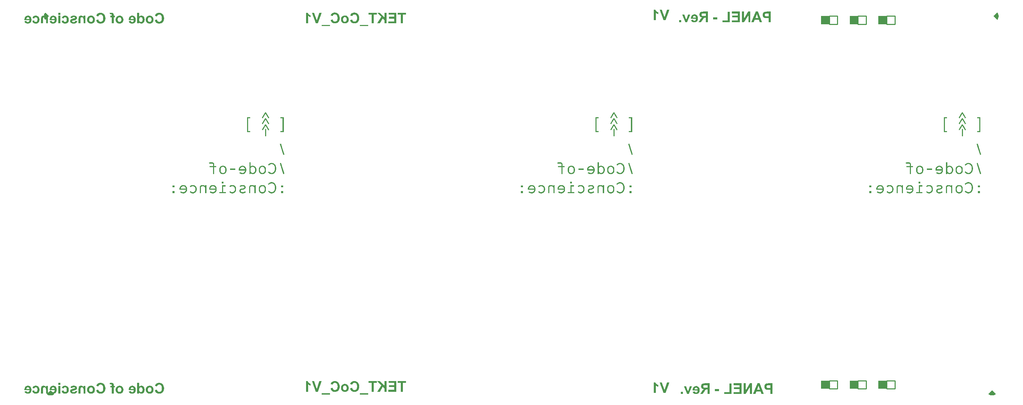
<source format=gbo>
G04*
G04 #@! TF.GenerationSoftware,Altium Limited,Altium Designer,19.1.7 (138)*
G04*
G04 Layer_Color=32896*
%FSLAX24Y24*%
%MOIN*%
G70*
G01*
G75*
%ADD65C,0.0100*%
G36*
X61880Y34125D02*
X61887Y34109D01*
X61906Y34078D01*
X61926Y34051D01*
X61946Y34027D01*
X61956Y34016D01*
X61965Y34007D01*
X61972Y33998D01*
X61980Y33992D01*
X61986Y33986D01*
X61990Y33983D01*
X61993Y33981D01*
X61994Y33980D01*
X62027Y33956D01*
X62058Y33936D01*
X62085Y33919D01*
X62109Y33907D01*
X62120Y33902D01*
X62130Y33898D01*
X62138Y33894D01*
X62145Y33891D01*
X62151Y33889D01*
X62155Y33888D01*
X62157Y33887D01*
X62158D01*
Y33711D01*
X62132Y33721D01*
X62107Y33730D01*
X62082Y33741D01*
X62059Y33753D01*
X62037Y33765D01*
X62016Y33777D01*
X61998Y33789D01*
X61980Y33801D01*
X61964Y33812D01*
X61951Y33823D01*
X61938Y33833D01*
X61928Y33841D01*
X61920Y33847D01*
X61913Y33853D01*
X61910Y33856D01*
X61909Y33857D01*
Y33130D01*
X61716D01*
Y34142D01*
X61873D01*
X61880Y34125D01*
D02*
G37*
G36*
X4696Y33655D02*
X4503D01*
Y33835D01*
X4696D01*
Y33655D01*
D02*
G37*
G36*
X3266Y33878D02*
X3620Y33524D01*
X3523Y33428D01*
Y32826D01*
X3330D01*
Y33157D01*
Y33179D01*
X3329Y33200D01*
Y33218D01*
X3328Y33233D01*
X3262Y33168D01*
X3231Y33205D01*
X3182Y33288D01*
X3148Y33380D01*
X3141Y33421D01*
X3134Y33419D01*
X3124Y33416D01*
X3117Y33413D01*
X3110Y33409D01*
X3107Y33407D01*
X3106Y33406D01*
X3096Y33398D01*
X3087Y33390D01*
X3081Y33380D01*
X3075Y33371D01*
X3071Y33364D01*
X3068Y33357D01*
X3065Y33353D01*
Y33352D01*
X3063Y33344D01*
X3061Y33335D01*
X3059Y33325D01*
X3058Y33313D01*
X3056Y33288D01*
X3053Y33262D01*
Y33238D01*
X3052Y33227D01*
Y33218D01*
Y33209D01*
Y33204D01*
Y33200D01*
Y33198D01*
Y32826D01*
X2859D01*
Y33279D01*
Y33310D01*
X2861Y33336D01*
X2862Y33358D01*
X2864Y33377D01*
X2866Y33391D01*
X2868Y33401D01*
X2870Y33407D01*
Y33409D01*
X2874Y33426D01*
X2881Y33441D01*
X2886Y33455D01*
X2893Y33467D01*
X2899Y33477D01*
X2904Y33484D01*
X2907Y33489D01*
X2908Y33490D01*
X2919Y33503D01*
X2932Y33514D01*
X2945Y33525D01*
X2958Y33533D01*
X2969Y33541D01*
X2979Y33545D01*
X2986Y33548D01*
X2987Y33549D01*
X2988D01*
X3007Y33557D01*
X3028Y33564D01*
X3048Y33568D01*
X3065Y33570D01*
X3082Y33572D01*
X3094Y33573D01*
X3105D01*
X3131Y33572D01*
X3131Y33572D01*
X3131Y33572D01*
X3149Y33668D01*
X3183Y33759D01*
X3233Y33842D01*
X3265Y33879D01*
Y33879D01*
X3266Y33878D01*
D02*
G37*
G36*
X28478Y33837D02*
X28485Y33820D01*
X28504Y33790D01*
X28524Y33762D01*
X28544Y33738D01*
X28554Y33727D01*
X28563Y33719D01*
X28571Y33710D01*
X28578Y33703D01*
X28584Y33698D01*
X28588Y33695D01*
X28591Y33693D01*
X28592Y33691D01*
X28625Y33667D01*
X28656Y33648D01*
X28683Y33631D01*
X28707Y33619D01*
X28718Y33614D01*
X28728Y33609D01*
X28736Y33606D01*
X28743Y33603D01*
X28749Y33601D01*
X28753Y33600D01*
X28755Y33599D01*
X28756D01*
Y33423D01*
X28730Y33432D01*
X28705Y33442D01*
X28680Y33453D01*
X28657Y33465D01*
X28635Y33477D01*
X28614Y33489D01*
X28596Y33501D01*
X28578Y33513D01*
X28562Y33524D01*
X28549Y33535D01*
X28536Y33545D01*
X28526Y33553D01*
X28518Y33559D01*
X28512Y33565D01*
X28508Y33568D01*
X28507Y33569D01*
Y32842D01*
X28314D01*
Y33854D01*
X28471D01*
X28478Y33837D01*
D02*
G37*
G36*
X36043Y32842D02*
X35840D01*
Y33146D01*
X35676Y33315D01*
X35397Y32842D01*
X35134D01*
X35535Y33459D01*
X35154Y33851D01*
X35428D01*
X35840Y33403D01*
Y33851D01*
X36043D01*
Y32842D01*
D02*
G37*
G36*
X62850Y33130D02*
X62632D01*
X62271Y34139D01*
X62487D01*
X62734Y33393D01*
X62990Y34139D01*
X63210D01*
X62850Y33130D01*
D02*
G37*
G36*
X70985Y32949D02*
X70797D01*
Y33611D01*
X70388Y32949D01*
X70185D01*
Y33958D01*
X70373D01*
Y33280D01*
X70788Y33958D01*
X70985D01*
Y32949D01*
D02*
G37*
G36*
X67802Y33218D02*
X67422D01*
Y33411D01*
X67802D01*
Y33218D01*
D02*
G37*
G36*
X64919Y32949D02*
X64745D01*
X64454Y33680D01*
X64653D01*
X64792Y33306D01*
X64800Y33284D01*
X64803Y33274D01*
X64806Y33264D01*
X64810Y33256D01*
X64811Y33250D01*
X64813Y33245D01*
Y33244D01*
X64815Y33238D01*
X64817Y33229D01*
X64820Y33218D01*
X64824Y33208D01*
X64827Y33198D01*
X64830Y33190D01*
X64831Y33184D01*
X64832Y33183D01*
Y33182D01*
X64872Y33306D01*
X65010Y33680D01*
X65213D01*
X64919Y32949D01*
D02*
G37*
G36*
X94710Y33879D02*
X94742Y33842D01*
X94792Y33759D01*
X94826Y33668D01*
X94843Y33572D01*
X94844Y33475D01*
X94827Y33380D01*
X94793Y33288D01*
X94744Y33205D01*
X94713Y33168D01*
X94355Y33524D01*
X94709Y33878D01*
X94710Y33879D01*
X94710Y33879D01*
D02*
G37*
G36*
X29448Y32842D02*
X29230Y32842D01*
X28869Y33851D01*
X29085D01*
X29332Y33104D01*
X29588Y33851D01*
X29808D01*
X29448Y32842D01*
D02*
G37*
G36*
X65650Y33696D02*
X65676Y33692D01*
X65700Y33687D01*
X65722Y33680D01*
X65744Y33673D01*
X65764Y33664D01*
X65782Y33654D01*
X65799Y33645D01*
X65813Y33635D01*
X65826Y33626D01*
X65838Y33617D01*
X65847Y33609D01*
X65854Y33603D01*
X65860Y33597D01*
X65863Y33594D01*
X65864Y33593D01*
X65881Y33573D01*
X65895Y33551D01*
X65908Y33528D01*
X65919Y33505D01*
X65928Y33481D01*
X65935Y33457D01*
X65942Y33434D01*
X65946Y33412D01*
X65951Y33391D01*
X65953Y33372D01*
X65955Y33353D01*
X65957Y33338D01*
Y33326D01*
X65958Y33316D01*
Y33311D01*
Y33309D01*
X65957Y33281D01*
X65955Y33254D01*
X65952Y33229D01*
X65947Y33205D01*
X65942Y33183D01*
X65935Y33162D01*
X65929Y33143D01*
X65922Y33125D01*
X65916Y33110D01*
X65909Y33096D01*
X65903Y33085D01*
X65897Y33075D01*
X65893Y33066D01*
X65889Y33061D01*
X65887Y33057D01*
X65886Y33056D01*
X65868Y33034D01*
X65848Y33016D01*
X65826Y32999D01*
X65804Y32985D01*
X65780Y32973D01*
X65757Y32963D01*
X65734Y32955D01*
X65711Y32948D01*
X65689Y32943D01*
X65670Y32939D01*
X65651Y32936D01*
X65636Y32935D01*
X65623Y32934D01*
X65613Y32933D01*
X65604D01*
X65582Y32934D01*
X65562Y32935D01*
X65541Y32938D01*
X65522Y32941D01*
X65505Y32946D01*
X65488Y32950D01*
X65473Y32955D01*
X65459Y32960D01*
X65447Y32965D01*
X65436Y32970D01*
X65426Y32974D01*
X65418Y32979D01*
X65412Y32982D01*
X65407Y32985D01*
X65405Y32986D01*
X65404Y32987D01*
X65390Y32998D01*
X65376Y33010D01*
X65352Y33036D01*
X65331Y33063D01*
X65314Y33089D01*
X65308Y33101D01*
X65302Y33113D01*
X65297Y33123D01*
X65293Y33132D01*
X65290Y33139D01*
X65288Y33145D01*
X65286Y33148D01*
Y33149D01*
X65478Y33182D01*
X65485Y33162D01*
X65493Y33146D01*
X65500Y33132D01*
X65509Y33121D01*
X65516Y33112D01*
X65521Y33105D01*
X65525Y33102D01*
X65527Y33101D01*
X65539Y33093D01*
X65552Y33087D01*
X65564Y33082D01*
X65576Y33080D01*
X65587Y33078D01*
X65594Y33077D01*
X65602D01*
X65614Y33078D01*
X65626Y33079D01*
X65648Y33085D01*
X65668Y33092D01*
X65684Y33101D01*
X65697Y33109D01*
X65707Y33116D01*
X65712Y33122D01*
X65713Y33124D01*
X65715D01*
X65730Y33144D01*
X65741Y33165D01*
X65748Y33188D01*
X65754Y33210D01*
X65757Y33229D01*
X65758Y33238D01*
X65759Y33245D01*
X65760Y33251D01*
Y33256D01*
Y33258D01*
Y33259D01*
X65276D01*
Y33300D01*
X65280Y33337D01*
X65284Y33372D01*
X65289Y33405D01*
X65296Y33434D01*
X65304Y33461D01*
X65311Y33486D01*
X65320Y33508D01*
X65329Y33526D01*
X65337Y33543D01*
X65345Y33557D01*
X65353Y33569D01*
X65358Y33578D01*
X65363Y33583D01*
X65366Y33587D01*
X65367Y33588D01*
X65386Y33607D01*
X65405Y33625D01*
X65426Y33639D01*
X65447Y33651D01*
X65469Y33662D01*
X65489Y33670D01*
X65510Y33677D01*
X65531Y33684D01*
X65549Y33688D01*
X65567Y33691D01*
X65583Y33693D01*
X65596Y33694D01*
X65609Y33696D01*
X65616Y33697D01*
X65624D01*
X65650Y33696D01*
D02*
G37*
G36*
X32987Y33866D02*
X33024Y33862D01*
X33059Y33854D01*
X33092Y33846D01*
X33123Y33835D01*
X33150Y33824D01*
X33176Y33811D01*
X33199Y33797D01*
X33220Y33784D01*
X33239Y33772D01*
X33254Y33760D01*
X33267Y33749D01*
X33278Y33741D01*
X33285Y33734D01*
X33290Y33729D01*
X33291Y33727D01*
X33314Y33700D01*
X33334Y33671D01*
X33351Y33640D01*
X33366Y33608D01*
X33379Y33576D01*
X33388Y33543D01*
X33397Y33511D01*
X33404Y33479D01*
X33409Y33451D01*
X33414Y33424D01*
X33416Y33398D01*
X33418Y33378D01*
X33419Y33360D01*
X33420Y33354D01*
Y33347D01*
Y33343D01*
Y33339D01*
Y33337D01*
Y33336D01*
X33419Y33292D01*
X33415Y33252D01*
X33408Y33214D01*
X33400Y33178D01*
X33391Y33144D01*
X33380Y33113D01*
X33368Y33085D01*
X33356Y33060D01*
X33344Y33037D01*
X33332Y33017D01*
X33321Y33001D01*
X33311Y32986D01*
X33303Y32976D01*
X33297Y32968D01*
X33292Y32962D01*
X33291Y32961D01*
X33266Y32937D01*
X33240Y32916D01*
X33212Y32898D01*
X33185Y32883D01*
X33158Y32869D01*
X33131Y32859D01*
X33103Y32849D01*
X33078Y32842D01*
X33054Y32836D01*
X33031Y32832D01*
X33011Y32829D01*
X32995Y32827D01*
X32981Y32826D01*
X32970Y32825D01*
X32961D01*
X32932Y32826D01*
X32903Y32828D01*
X32876Y32832D01*
X32851Y32837D01*
X32827Y32843D01*
X32805Y32850D01*
X32784Y32857D01*
X32767Y32865D01*
X32749Y32872D01*
X32735Y32879D01*
X32723Y32886D01*
X32712Y32892D01*
X32704Y32897D01*
X32698Y32901D01*
X32694Y32903D01*
X32693Y32904D01*
X32674Y32921D01*
X32656Y32938D01*
X32640Y32957D01*
X32624Y32978D01*
X32611Y32997D01*
X32598Y33018D01*
X32587Y33039D01*
X32577Y33059D01*
X32569Y33077D01*
X32561Y33095D01*
X32556Y33111D01*
X32550Y33124D01*
X32546Y33136D01*
X32544Y33144D01*
X32541Y33149D01*
Y33151D01*
X32739Y33213D01*
X32745Y33193D01*
X32750Y33173D01*
X32757Y33156D01*
X32763Y33141D01*
X32771Y33125D01*
X32777Y33112D01*
X32785Y33100D01*
X32792Y33089D01*
X32798Y33080D01*
X32805Y33072D01*
X32810Y33065D01*
X32815Y33060D01*
X32819Y33055D01*
X32822Y33052D01*
X32823Y33051D01*
X32824Y33050D01*
X32835Y33041D01*
X32847Y33033D01*
X32870Y33020D01*
X32893Y33012D01*
X32915Y33005D01*
X32935Y33002D01*
X32943Y33000D01*
X32950D01*
X32956Y32998D01*
X32963D01*
X32983Y33000D01*
X33003Y33002D01*
X33021Y33006D01*
X33038Y33012D01*
X33054Y33017D01*
X33068Y33024D01*
X33082Y33031D01*
X33094Y33039D01*
X33105Y33047D01*
X33115Y33054D01*
X33123Y33061D01*
X33131Y33066D01*
X33135Y33072D01*
X33139Y33076D01*
X33141Y33078D01*
X33143Y33079D01*
X33155Y33096D01*
X33164Y33114D01*
X33174Y33134D01*
X33182Y33156D01*
X33188Y33179D01*
X33194Y33201D01*
X33202Y33245D01*
X33205Y33267D01*
X33207Y33287D01*
X33208Y33305D01*
X33209Y33321D01*
X33210Y33333D01*
Y33343D01*
Y33349D01*
Y33352D01*
X33209Y33384D01*
X33207Y33415D01*
X33204Y33442D01*
X33199Y33468D01*
X33194Y33493D01*
X33188Y33513D01*
X33182Y33533D01*
X33175Y33549D01*
X33170Y33565D01*
X33163Y33578D01*
X33158Y33589D01*
X33152Y33597D01*
X33148Y33604D01*
X33145Y33609D01*
X33143Y33612D01*
X33141Y33613D01*
X33128Y33627D01*
X33113Y33639D01*
X33099Y33650D01*
X33084Y33660D01*
X33068Y33667D01*
X33053Y33674D01*
X33038Y33679D01*
X33023Y33684D01*
X33010Y33687D01*
X32998Y33689D01*
X32987Y33691D01*
X32977Y33693D01*
X32970Y33694D01*
X32959D01*
X32929Y33691D01*
X32903Y33686D01*
X32880Y33679D01*
X32859Y33671D01*
X32843Y33662D01*
X32837Y33659D01*
X32831Y33655D01*
X32827Y33652D01*
X32823Y33650D01*
X32822Y33649D01*
X32821Y33648D01*
X32802Y33629D01*
X32785Y33609D01*
X32772Y33589D01*
X32762Y33569D01*
X32755Y33552D01*
X32751Y33544D01*
X32749Y33537D01*
X32748Y33532D01*
X32747Y33527D01*
X32746Y33525D01*
Y33524D01*
X32545Y33572D01*
X32551Y33594D01*
X32559Y33615D01*
X32568Y33633D01*
X32575Y33652D01*
X32584Y33668D01*
X32593Y33684D01*
X32602Y33697D01*
X32609Y33710D01*
X32618Y33721D01*
X32624Y33731D01*
X32631Y33738D01*
X32638Y33745D01*
X32642Y33750D01*
X32645Y33754D01*
X32647Y33756D01*
X32649Y33757D01*
X32671Y33777D01*
X32694Y33793D01*
X32720Y33808D01*
X32745Y33820D01*
X32770Y33831D01*
X32795Y33840D01*
X32819Y33848D01*
X32842Y33853D01*
X32864Y33859D01*
X32885Y33862D01*
X32903Y33864D01*
X32918Y33865D01*
X32932Y33866D01*
X32940Y33867D01*
X32949D01*
X32987Y33866D01*
D02*
G37*
G36*
X31110D02*
X31147Y33862D01*
X31182Y33854D01*
X31214Y33846D01*
X31245Y33835D01*
X31272Y33824D01*
X31299Y33811D01*
X31322Y33797D01*
X31342Y33784D01*
X31361Y33772D01*
X31376Y33760D01*
X31389Y33749D01*
X31400Y33741D01*
X31407Y33734D01*
X31412Y33729D01*
X31413Y33727D01*
X31436Y33700D01*
X31456Y33671D01*
X31474Y33640D01*
X31488Y33608D01*
X31501Y33576D01*
X31511Y33543D01*
X31519Y33511D01*
X31526Y33479D01*
X31531Y33451D01*
X31536Y33424D01*
X31538Y33398D01*
X31540Y33378D01*
X31541Y33360D01*
X31542Y33354D01*
Y33347D01*
Y33343D01*
Y33339D01*
Y33337D01*
Y33336D01*
X31541Y33292D01*
X31537Y33252D01*
X31530Y33214D01*
X31523Y33178D01*
X31513Y33144D01*
X31502Y33113D01*
X31490Y33085D01*
X31478Y33060D01*
X31466Y33037D01*
X31454Y33017D01*
X31443Y33001D01*
X31433Y32986D01*
X31425Y32976D01*
X31419Y32968D01*
X31415Y32962D01*
X31413Y32961D01*
X31388Y32937D01*
X31362Y32916D01*
X31335Y32898D01*
X31307Y32883D01*
X31280Y32869D01*
X31253Y32859D01*
X31225Y32849D01*
X31200Y32842D01*
X31176Y32836D01*
X31153Y32832D01*
X31134Y32829D01*
X31117Y32827D01*
X31103Y32826D01*
X31092Y32825D01*
X31083D01*
X31054Y32826D01*
X31025Y32828D01*
X30998Y32832D01*
X30973Y32837D01*
X30949Y32843D01*
X30927Y32850D01*
X30906Y32857D01*
X30889Y32865D01*
X30871Y32872D01*
X30857Y32879D01*
X30845Y32886D01*
X30834Y32892D01*
X30826Y32897D01*
X30820Y32901D01*
X30817Y32903D01*
X30816Y32904D01*
X30796Y32921D01*
X30778Y32938D01*
X30762Y32957D01*
X30747Y32978D01*
X30734Y32997D01*
X30720Y33018D01*
X30710Y33039D01*
X30700Y33059D01*
X30691Y33077D01*
X30683Y33095D01*
X30678Y33111D01*
X30672Y33124D01*
X30668Y33136D01*
X30666Y33144D01*
X30664Y33149D01*
Y33151D01*
X30861Y33213D01*
X30867Y33193D01*
X30872Y33173D01*
X30879Y33156D01*
X30886Y33141D01*
X30893Y33125D01*
X30900Y33112D01*
X30907Y33100D01*
X30914Y33089D01*
X30920Y33080D01*
X30927Y33072D01*
X30933Y33065D01*
X30937Y33060D01*
X30941Y33055D01*
X30945Y33052D01*
X30946Y33051D01*
X30947Y33050D01*
X30958Y33041D01*
X30970Y33033D01*
X30993Y33020D01*
X31016Y33012D01*
X31037Y33005D01*
X31057Y33002D01*
X31065Y33000D01*
X31072D01*
X31078Y32998D01*
X31086D01*
X31105Y33000D01*
X31125Y33002D01*
X31143Y33006D01*
X31160Y33012D01*
X31176Y33017D01*
X31190Y33024D01*
X31205Y33031D01*
X31217Y33039D01*
X31228Y33047D01*
X31237Y33054D01*
X31245Y33061D01*
X31253Y33066D01*
X31257Y33072D01*
X31261Y33076D01*
X31264Y33078D01*
X31265Y33079D01*
X31277Y33096D01*
X31287Y33114D01*
X31296Y33134D01*
X31304Y33156D01*
X31311Y33179D01*
X31316Y33201D01*
X31324Y33245D01*
X31327Y33267D01*
X31329Y33287D01*
X31330Y33305D01*
X31331Y33321D01*
X31333Y33333D01*
Y33343D01*
Y33349D01*
Y33352D01*
X31331Y33384D01*
X31329Y33415D01*
X31326Y33442D01*
X31322Y33468D01*
X31316Y33493D01*
X31311Y33513D01*
X31304Y33533D01*
X31298Y33549D01*
X31292Y33565D01*
X31286Y33578D01*
X31280Y33589D01*
X31275Y33597D01*
X31270Y33604D01*
X31267Y33609D01*
X31265Y33612D01*
X31264Y33613D01*
X31251Y33627D01*
X31235Y33639D01*
X31221Y33650D01*
X31206Y33660D01*
X31190Y33667D01*
X31175Y33674D01*
X31160Y33679D01*
X31146Y33684D01*
X31133Y33687D01*
X31121Y33689D01*
X31110Y33691D01*
X31100Y33693D01*
X31092Y33694D01*
X31081D01*
X31052Y33691D01*
X31025Y33686D01*
X31002Y33679D01*
X30982Y33671D01*
X30965Y33662D01*
X30959Y33659D01*
X30953Y33655D01*
X30949Y33652D01*
X30946Y33650D01*
X30945Y33649D01*
X30943Y33648D01*
X30924Y33629D01*
X30907Y33609D01*
X30894Y33589D01*
X30884Y33569D01*
X30877Y33552D01*
X30873Y33544D01*
X30871Y33537D01*
X30870Y33532D01*
X30869Y33527D01*
X30868Y33525D01*
Y33524D01*
X30667Y33572D01*
X30673Y33594D01*
X30681Y33615D01*
X30690Y33633D01*
X30698Y33652D01*
X30706Y33668D01*
X30715Y33684D01*
X30724Y33697D01*
X30731Y33710D01*
X30740Y33721D01*
X30747Y33731D01*
X30753Y33738D01*
X30760Y33745D01*
X30764Y33750D01*
X30767Y33754D01*
X30770Y33756D01*
X30771Y33757D01*
X30794Y33777D01*
X30817Y33793D01*
X30842Y33808D01*
X30867Y33820D01*
X30892Y33831D01*
X30917Y33840D01*
X30941Y33848D01*
X30964Y33853D01*
X30986Y33859D01*
X31007Y33862D01*
X31025Y33864D01*
X31041Y33865D01*
X31054Y33866D01*
X31063Y33867D01*
X31071D01*
X31110Y33866D01*
D02*
G37*
G36*
X14237Y33850D02*
X14274Y33846D01*
X14309Y33838D01*
X14342Y33829D01*
X14372Y33818D01*
X14400Y33807D01*
X14426Y33794D01*
X14449Y33781D01*
X14470Y33768D01*
X14488Y33756D01*
X14504Y33744D01*
X14517Y33733D01*
X14528Y33724D01*
X14534Y33718D01*
X14540Y33712D01*
X14541Y33711D01*
X14564Y33684D01*
X14583Y33654D01*
X14601Y33624D01*
X14615Y33592D01*
X14628Y33559D01*
X14638Y33526D01*
X14647Y33495D01*
X14653Y33463D01*
X14659Y33435D01*
X14663Y33407D01*
X14665Y33382D01*
X14668Y33361D01*
X14669Y33344D01*
X14670Y33337D01*
Y33331D01*
Y33326D01*
Y33323D01*
Y33321D01*
Y33320D01*
X14669Y33276D01*
X14664Y33236D01*
X14658Y33197D01*
X14650Y33161D01*
X14640Y33127D01*
X14629Y33097D01*
X14617Y33068D01*
X14605Y33043D01*
X14593Y33020D01*
X14581Y33001D01*
X14570Y32984D01*
X14560Y32970D01*
X14553Y32959D01*
X14546Y32951D01*
X14542Y32946D01*
X14541Y32945D01*
X14516Y32921D01*
X14489Y32900D01*
X14462Y32882D01*
X14435Y32866D01*
X14407Y32853D01*
X14380Y32842D01*
X14353Y32832D01*
X14328Y32826D01*
X14304Y32819D01*
X14281Y32816D01*
X14261Y32813D01*
X14245Y32810D01*
X14230Y32809D01*
X14219Y32808D01*
X14211D01*
X14181Y32809D01*
X14153Y32812D01*
X14125Y32816D01*
X14100Y32820D01*
X14076Y32827D01*
X14054Y32833D01*
X14034Y32841D01*
X14016Y32849D01*
X13999Y32855D01*
X13984Y32863D01*
X13972Y32869D01*
X13961Y32876D01*
X13954Y32880D01*
X13947Y32885D01*
X13944Y32887D01*
X13943Y32888D01*
X13923Y32904D01*
X13906Y32922D01*
X13889Y32941D01*
X13874Y32961D01*
X13861Y32981D01*
X13848Y33002D01*
X13837Y33023D01*
X13827Y33042D01*
X13818Y33061D01*
X13811Y33078D01*
X13805Y33095D01*
X13800Y33108D01*
X13795Y33120D01*
X13793Y33127D01*
X13791Y33133D01*
Y33135D01*
X13989Y33196D01*
X13994Y33177D01*
X14000Y33157D01*
X14006Y33139D01*
X14013Y33124D01*
X14020Y33109D01*
X14027Y33096D01*
X14035Y33084D01*
X14041Y33073D01*
X14048Y33064D01*
X14054Y33055D01*
X14060Y33049D01*
X14064Y33043D01*
X14069Y33039D01*
X14072Y33036D01*
X14073Y33035D01*
X14074Y33033D01*
X14085Y33025D01*
X14097Y33017D01*
X14120Y33004D01*
X14143Y32995D01*
X14165Y32989D01*
X14184Y32985D01*
X14192Y32983D01*
X14200D01*
X14205Y32982D01*
X14213D01*
X14233Y32983D01*
X14252Y32985D01*
X14271Y32990D01*
X14287Y32995D01*
X14304Y33001D01*
X14318Y33007D01*
X14332Y33015D01*
X14344Y33023D01*
X14355Y33030D01*
X14365Y33038D01*
X14372Y33044D01*
X14380Y33050D01*
X14384Y33055D01*
X14389Y33060D01*
X14391Y33062D01*
X14392Y33063D01*
X14404Y33079D01*
X14414Y33098D01*
X14424Y33118D01*
X14431Y33139D01*
X14438Y33162D01*
X14443Y33184D01*
X14451Y33229D01*
X14454Y33251D01*
X14457Y33271D01*
X14458Y33288D01*
X14459Y33305D01*
X14460Y33317D01*
Y33326D01*
Y33333D01*
Y33335D01*
X14459Y33368D01*
X14457Y33398D01*
X14453Y33426D01*
X14449Y33452D01*
X14443Y33476D01*
X14438Y33497D01*
X14431Y33517D01*
X14425Y33533D01*
X14419Y33548D01*
X14413Y33561D01*
X14407Y33572D01*
X14402Y33581D01*
X14398Y33588D01*
X14394Y33593D01*
X14392Y33595D01*
X14391Y33596D01*
X14378Y33611D01*
X14363Y33623D01*
X14348Y33633D01*
X14333Y33643D01*
X14318Y33651D01*
X14302Y33658D01*
X14287Y33663D01*
X14273Y33667D01*
X14260Y33671D01*
X14248Y33673D01*
X14237Y33675D01*
X14227Y33676D01*
X14219Y33677D01*
X14208D01*
X14179Y33675D01*
X14153Y33670D01*
X14130Y33663D01*
X14109Y33654D01*
X14093Y33646D01*
X14086Y33642D01*
X14081Y33639D01*
X14076Y33636D01*
X14073Y33633D01*
X14072Y33632D01*
X14071Y33631D01*
X14051Y33613D01*
X14035Y33593D01*
X14022Y33572D01*
X14012Y33553D01*
X14004Y33535D01*
X14001Y33527D01*
X13999Y33521D01*
X13998Y33515D01*
X13996Y33511D01*
X13995Y33509D01*
Y33508D01*
X13794Y33556D01*
X13801Y33578D01*
X13808Y33599D01*
X13817Y33617D01*
X13825Y33636D01*
X13834Y33652D01*
X13842Y33667D01*
X13851Y33681D01*
X13859Y33694D01*
X13867Y33705D01*
X13874Y33714D01*
X13881Y33722D01*
X13887Y33729D01*
X13892Y33734D01*
X13895Y33737D01*
X13897Y33740D01*
X13898Y33741D01*
X13921Y33760D01*
X13944Y33777D01*
X13969Y33792D01*
X13994Y33804D01*
X14019Y33815D01*
X14045Y33824D01*
X14069Y33831D01*
X14092Y33837D01*
X14113Y33842D01*
X14134Y33846D01*
X14153Y33848D01*
X14168Y33849D01*
X14181Y33850D01*
X14190Y33851D01*
X14199D01*
X14237Y33850D01*
D02*
G37*
G36*
X8604Y33850D02*
X8641Y33846D01*
X8676Y33838D01*
X8709Y33829D01*
X8739Y33818D01*
X8766Y33807D01*
X8793Y33794D01*
X8816Y33781D01*
X8836Y33768D01*
X8855Y33756D01*
X8870Y33744D01*
X8883Y33733D01*
X8894Y33724D01*
X8901Y33718D01*
X8906Y33712D01*
X8907Y33711D01*
X8930Y33684D01*
X8950Y33654D01*
X8968Y33624D01*
X8982Y33592D01*
X8995Y33559D01*
X9005Y33526D01*
X9013Y33495D01*
X9020Y33463D01*
X9025Y33435D01*
X9030Y33407D01*
X9032Y33382D01*
X9034Y33361D01*
X9035Y33344D01*
X9036Y33337D01*
Y33331D01*
Y33326D01*
Y33323D01*
Y33321D01*
Y33320D01*
X9035Y33276D01*
X9031Y33236D01*
X9024Y33197D01*
X9017Y33161D01*
X9007Y33127D01*
X8996Y33097D01*
X8984Y33068D01*
X8972Y33043D01*
X8960Y33020D01*
X8948Y33001D01*
X8937Y32984D01*
X8927Y32970D01*
X8919Y32959D01*
X8913Y32951D01*
X8909Y32946D01*
X8907Y32945D01*
X8882Y32921D01*
X8856Y32900D01*
X8829Y32882D01*
X8801Y32866D01*
X8774Y32853D01*
X8747Y32842D01*
X8719Y32832D01*
X8694Y32826D01*
X8670Y32819D01*
X8647Y32816D01*
X8628Y32813D01*
X8611Y32810D01*
X8597Y32809D01*
X8586Y32808D01*
X8577D01*
X8548Y32809D01*
X8519Y32812D01*
X8492Y32816D01*
X8467Y32820D01*
X8443Y32827D01*
X8421Y32833D01*
X8400Y32841D01*
X8383Y32849D01*
X8365Y32855D01*
X8351Y32863D01*
X8339Y32869D01*
X8328Y32876D01*
X8320Y32880D01*
X8314Y32885D01*
X8311Y32887D01*
X8310Y32888D01*
X8290Y32904D01*
X8272Y32922D01*
X8256Y32941D01*
X8241Y32961D01*
X8228Y32981D01*
X8214Y33002D01*
X8204Y33023D01*
X8194Y33042D01*
X8185Y33061D01*
X8177Y33078D01*
X8172Y33095D01*
X8166Y33108D01*
X8162Y33120D01*
X8160Y33127D01*
X8158Y33133D01*
Y33135D01*
X8355Y33196D01*
X8361Y33177D01*
X8366Y33157D01*
X8373Y33139D01*
X8380Y33124D01*
X8387Y33109D01*
X8394Y33096D01*
X8401Y33084D01*
X8408Y33073D01*
X8414Y33064D01*
X8421Y33055D01*
X8427Y33049D01*
X8431Y33043D01*
X8435Y33039D01*
X8439Y33036D01*
X8440Y33035D01*
X8441Y33033D01*
X8452Y33025D01*
X8464Y33017D01*
X8487Y33004D01*
X8510Y32995D01*
X8531Y32989D01*
X8551Y32985D01*
X8559Y32983D01*
X8566D01*
X8572Y32982D01*
X8580D01*
X8599Y32983D01*
X8619Y32985D01*
X8637Y32990D01*
X8654Y32995D01*
X8670Y33001D01*
X8684Y33007D01*
X8699Y33015D01*
X8711Y33023D01*
X8722Y33030D01*
X8731Y33038D01*
X8739Y33044D01*
X8747Y33050D01*
X8751Y33055D01*
X8756Y33060D01*
X8758Y33062D01*
X8759Y33063D01*
X8771Y33079D01*
X8781Y33098D01*
X8790Y33118D01*
X8798Y33139D01*
X8805Y33162D01*
X8810Y33184D01*
X8818Y33229D01*
X8821Y33251D01*
X8823Y33271D01*
X8824Y33288D01*
X8825Y33305D01*
X8827Y33317D01*
Y33326D01*
Y33333D01*
Y33335D01*
X8825Y33368D01*
X8823Y33398D01*
X8820Y33426D01*
X8816Y33452D01*
X8810Y33476D01*
X8805Y33497D01*
X8798Y33517D01*
X8792Y33533D01*
X8786Y33548D01*
X8780Y33561D01*
X8774Y33572D01*
X8769Y33581D01*
X8764Y33588D01*
X8761Y33593D01*
X8759Y33595D01*
X8758Y33596D01*
X8745Y33611D01*
X8729Y33623D01*
X8715Y33633D01*
X8700Y33643D01*
X8684Y33651D01*
X8669Y33658D01*
X8654Y33663D01*
X8640Y33667D01*
X8627Y33671D01*
X8615Y33673D01*
X8604Y33675D01*
X8594Y33676D01*
X8586Y33677D01*
X8575D01*
X8546Y33675D01*
X8519Y33670D01*
X8496Y33663D01*
X8476Y33654D01*
X8459Y33646D01*
X8453Y33642D01*
X8447Y33639D01*
X8443Y33636D01*
X8440Y33633D01*
X8439Y33632D01*
X8437Y33631D01*
X8418Y33613D01*
X8401Y33593D01*
X8388Y33572D01*
X8378Y33553D01*
X8371Y33535D01*
X8367Y33527D01*
X8365Y33521D01*
X8364Y33515D01*
X8363Y33511D01*
X8362Y33509D01*
Y33508D01*
X8161Y33556D01*
X8167Y33578D01*
X8175Y33599D01*
X8184Y33617D01*
X8192Y33636D01*
X8200Y33652D01*
X8209Y33667D01*
X8218Y33680D01*
X8225Y33694D01*
X8234Y33705D01*
X8241Y33714D01*
X8247Y33722D01*
X8254Y33729D01*
X8258Y33734D01*
X8261Y33737D01*
X8264Y33740D01*
X8265Y33741D01*
X8288Y33760D01*
X8311Y33777D01*
X8336Y33792D01*
X8361Y33804D01*
X8386Y33815D01*
X8411Y33824D01*
X8435Y33831D01*
X8458Y33837D01*
X8480Y33842D01*
X8501Y33846D01*
X8519Y33848D01*
X8535Y33849D01*
X8548Y33850D01*
X8557Y33851D01*
X8565D01*
X8604Y33850D01*
D02*
G37*
G36*
X5199Y33572D02*
X5227Y33569D01*
X5254Y33564D01*
X5279Y33558D01*
X5302Y33549D01*
X5322Y33542D01*
X5342Y33532D01*
X5360Y33523D01*
X5375Y33513D01*
X5389Y33503D01*
X5400Y33496D01*
X5410Y33488D01*
X5417Y33482D01*
X5423Y33476D01*
X5426Y33473D01*
X5427Y33472D01*
X5444Y33452D01*
X5459Y33431D01*
X5471Y33408D01*
X5482Y33385D01*
X5492Y33361D01*
X5499Y33338D01*
X5505Y33315D01*
X5510Y33294D01*
X5515Y33272D01*
X5517Y33252D01*
X5519Y33235D01*
X5521Y33219D01*
Y33207D01*
X5522Y33197D01*
Y33192D01*
Y33190D01*
X5521Y33157D01*
X5518Y33126D01*
X5514Y33098D01*
X5507Y33071D01*
X5501Y33045D01*
X5492Y33023D01*
X5484Y33002D01*
X5474Y32983D01*
X5466Y32967D01*
X5457Y32951D01*
X5449Y32939D01*
X5443Y32929D01*
X5436Y32921D01*
X5432Y32914D01*
X5428Y32911D01*
X5427Y32910D01*
X5409Y32892D01*
X5389Y32877D01*
X5368Y32863D01*
X5348Y32852D01*
X5326Y32842D01*
X5305Y32833D01*
X5284Y32827D01*
X5264Y32822D01*
X5246Y32818D01*
X5228Y32815D01*
X5212Y32813D01*
X5199Y32810D01*
X5188D01*
X5179Y32809D01*
X5173D01*
X5146Y32810D01*
X5122Y32813D01*
X5099Y32816D01*
X5079Y32819D01*
X5058Y32825D01*
X5039Y32830D01*
X5023Y32836D01*
X5008Y32842D01*
X4994Y32849D01*
X4982Y32854D01*
X4973Y32860D01*
X4964Y32865D01*
X4957Y32868D01*
X4952Y32872D01*
X4950Y32874D01*
X4949Y32875D01*
X4933Y32888D01*
X4919Y32902D01*
X4907Y32918D01*
X4895Y32934D01*
X4884Y32950D01*
X4875Y32967D01*
X4860Y32998D01*
X4854Y33014D01*
X4848Y33028D01*
X4844Y33040D01*
X4840Y33051D01*
X4837Y33061D01*
X4835Y33067D01*
X4834Y33072D01*
Y33073D01*
X5024Y33106D01*
X5031Y33079D01*
X5038Y33056D01*
X5047Y33038D01*
X5055Y33023D01*
X5062Y33012D01*
X5069Y33004D01*
X5073Y32998D01*
X5074Y32997D01*
X5088Y32988D01*
X5103Y32980D01*
X5118Y32974D01*
X5132Y32971D01*
X5144Y32969D01*
X5155Y32967D01*
X5164D01*
X5177Y32968D01*
X5190Y32969D01*
X5214Y32976D01*
X5234Y32984D01*
X5250Y32994D01*
X5264Y33004D01*
X5274Y33012D01*
X5280Y33018D01*
X5282Y33019D01*
Y33020D01*
X5290Y33031D01*
X5296Y33043D01*
X5302Y33057D01*
X5307Y33072D01*
X5314Y33102D01*
X5319Y33132D01*
X5321Y33147D01*
X5322Y33160D01*
X5323Y33172D01*
Y33183D01*
X5325Y33192D01*
Y33198D01*
Y33203D01*
Y33204D01*
Y33225D01*
X5322Y33244D01*
X5320Y33263D01*
X5318Y33279D01*
X5315Y33295D01*
X5311Y33308D01*
X5307Y33321D01*
X5303Y33332D01*
X5299Y33341D01*
X5295Y33349D01*
X5292Y33356D01*
X5289Y33361D01*
X5286Y33366D01*
X5284Y33369D01*
X5282Y33370D01*
Y33371D01*
X5273Y33380D01*
X5264Y33388D01*
X5246Y33401D01*
X5227Y33409D01*
X5209Y33415D01*
X5192Y33419D01*
X5185Y33420D01*
X5179D01*
X5174Y33421D01*
X5167D01*
X5148Y33420D01*
X5130Y33417D01*
X5115Y33412D01*
X5103Y33407D01*
X5092Y33402D01*
X5085Y33396D01*
X5080Y33393D01*
X5079Y33392D01*
X5067Y33380D01*
X5057Y33367D01*
X5049Y33353D01*
X5043Y33339D01*
X5039Y33327D01*
X5036Y33317D01*
X5034Y33310D01*
Y33309D01*
Y33308D01*
X4844Y33342D01*
X4850Y33362D01*
X4859Y33383D01*
X4867Y33401D01*
X4876Y33418D01*
X4885Y33433D01*
X4895Y33448D01*
X4905Y33461D01*
X4914Y33473D01*
X4922Y33483D01*
X4930Y33491D01*
X4938Y33499D01*
X4944Y33505D01*
X4950Y33510D01*
X4954Y33513D01*
X4956Y33514D01*
X4957Y33515D01*
X4973Y33525D01*
X4989Y33535D01*
X5007Y33543D01*
X5024Y33549D01*
X5059Y33559D01*
X5093Y33566D01*
X5108Y33569D01*
X5123Y33570D01*
X5135Y33571D01*
X5148Y33572D01*
X5156Y33573D01*
X5169D01*
X5199Y33572D01*
D02*
G37*
G36*
X2380D02*
X2408Y33569D01*
X2435Y33564D01*
X2460Y33558D01*
X2483Y33549D01*
X2504Y33542D01*
X2523Y33532D01*
X2541Y33523D01*
X2556Y33513D01*
X2570Y33503D01*
X2581Y33496D01*
X2591Y33488D01*
X2599Y33482D01*
X2604Y33476D01*
X2607Y33473D01*
X2608Y33472D01*
X2625Y33452D01*
X2640Y33431D01*
X2652Y33408D01*
X2663Y33385D01*
X2673Y33361D01*
X2681Y33338D01*
X2686Y33315D01*
X2692Y33294D01*
X2696Y33272D01*
X2698Y33252D01*
X2700Y33235D01*
X2702Y33219D01*
Y33207D01*
X2704Y33197D01*
Y33192D01*
Y33190D01*
X2702Y33157D01*
X2699Y33126D01*
X2695Y33098D01*
X2688Y33071D01*
X2682Y33045D01*
X2673Y33023D01*
X2665Y33002D01*
X2655Y32983D01*
X2647Y32967D01*
X2638Y32951D01*
X2630Y32939D01*
X2624Y32929D01*
X2617Y32921D01*
X2613Y32914D01*
X2610Y32911D01*
X2608Y32910D01*
X2590Y32892D01*
X2570Y32877D01*
X2549Y32863D01*
X2529Y32852D01*
X2507Y32842D01*
X2486Y32833D01*
X2465Y32827D01*
X2446Y32822D01*
X2427Y32818D01*
X2410Y32815D01*
X2393Y32813D01*
X2380Y32810D01*
X2369D01*
X2360Y32809D01*
X2354D01*
X2328Y32810D01*
X2304Y32813D01*
X2281Y32816D01*
X2260Y32819D01*
X2239Y32825D01*
X2220Y32830D01*
X2204Y32836D01*
X2189Y32842D01*
X2176Y32849D01*
X2164Y32854D01*
X2154Y32860D01*
X2145Y32865D01*
X2138Y32868D01*
X2133Y32872D01*
X2131Y32874D01*
X2130Y32875D01*
X2114Y32888D01*
X2100Y32902D01*
X2088Y32918D01*
X2076Y32934D01*
X2065Y32950D01*
X2057Y32967D01*
X2041Y32998D01*
X2035Y33014D01*
X2029Y33028D01*
X2025Y33040D01*
X2022Y33051D01*
X2018Y33061D01*
X2016Y33067D01*
X2015Y33072D01*
Y33073D01*
X2205Y33106D01*
X2212Y33079D01*
X2219Y33056D01*
X2228Y33038D01*
X2236Y33023D01*
X2243Y33012D01*
X2250Y33004D01*
X2254Y32998D01*
X2255Y32997D01*
X2270Y32988D01*
X2284Y32980D01*
X2299Y32974D01*
X2313Y32971D01*
X2325Y32969D01*
X2336Y32967D01*
X2345D01*
X2358Y32968D01*
X2371Y32969D01*
X2395Y32976D01*
X2415Y32984D01*
X2431Y32994D01*
X2446Y33004D01*
X2455Y33012D01*
X2461Y33018D01*
X2463Y33019D01*
Y33020D01*
X2471Y33031D01*
X2477Y33043D01*
X2483Y33057D01*
X2488Y33072D01*
X2495Y33102D01*
X2500Y33132D01*
X2502Y33147D01*
X2504Y33160D01*
X2505Y33172D01*
Y33183D01*
X2506Y33192D01*
Y33198D01*
Y33203D01*
Y33204D01*
Y33225D01*
X2504Y33244D01*
X2501Y33263D01*
X2499Y33279D01*
X2496Y33295D01*
X2493Y33308D01*
X2488Y33321D01*
X2484Y33332D01*
X2481Y33341D01*
X2476Y33349D01*
X2473Y33356D01*
X2470Y33361D01*
X2467Y33366D01*
X2465Y33369D01*
X2463Y33370D01*
Y33371D01*
X2454Y33380D01*
X2446Y33388D01*
X2427Y33401D01*
X2408Y33409D01*
X2390Y33415D01*
X2373Y33419D01*
X2366Y33420D01*
X2360D01*
X2355Y33421D01*
X2348D01*
X2329Y33420D01*
X2311Y33417D01*
X2296Y33412D01*
X2284Y33407D01*
X2273Y33402D01*
X2266Y33396D01*
X2261Y33393D01*
X2260Y33392D01*
X2248Y33380D01*
X2238Y33367D01*
X2230Y33353D01*
X2224Y33339D01*
X2220Y33327D01*
X2217Y33317D01*
X2215Y33310D01*
Y33309D01*
Y33308D01*
X2025Y33342D01*
X2031Y33362D01*
X2040Y33383D01*
X2048Y33401D01*
X2058Y33418D01*
X2066Y33433D01*
X2076Y33448D01*
X2086Y33461D01*
X2095Y33473D01*
X2104Y33483D01*
X2111Y33491D01*
X2119Y33499D01*
X2125Y33505D01*
X2131Y33510D01*
X2135Y33513D01*
X2137Y33514D01*
X2138Y33515D01*
X2154Y33525D01*
X2170Y33535D01*
X2188Y33543D01*
X2205Y33549D01*
X2240Y33559D01*
X2274Y33566D01*
X2289Y33569D01*
X2305Y33570D01*
X2317Y33571D01*
X2329Y33572D01*
X2337Y33573D01*
X2351D01*
X2380Y33572D01*
D02*
G37*
G36*
X11645Y33572D02*
X11672Y33569D01*
X11696Y33564D01*
X11718Y33557D01*
X11739Y33549D01*
X11759Y33541D01*
X11778Y33531D01*
X11794Y33522D01*
X11808Y33512D01*
X11821Y33502D01*
X11833Y33494D01*
X11842Y33486D01*
X11850Y33479D01*
X11855Y33474D01*
X11859Y33471D01*
X11860Y33470D01*
X11876Y33450D01*
X11890Y33428D01*
X11903Y33405D01*
X11914Y33382D01*
X11923Y33358D01*
X11931Y33334D01*
X11937Y33311D01*
X11942Y33289D01*
X11946Y33267D01*
X11948Y33249D01*
X11950Y33230D01*
X11953Y33215D01*
Y33203D01*
X11954Y33193D01*
Y33188D01*
Y33185D01*
X11953Y33158D01*
X11950Y33131D01*
X11947Y33106D01*
X11943Y33082D01*
X11937Y33060D01*
X11931Y33039D01*
X11924Y33019D01*
X11918Y33002D01*
X11911Y32986D01*
X11904Y32972D01*
X11898Y32961D01*
X11892Y32951D01*
X11888Y32943D01*
X11885Y32937D01*
X11883Y32934D01*
X11881Y32933D01*
X11863Y32911D01*
X11843Y32892D01*
X11821Y32876D01*
X11800Y32862D01*
X11775Y32850D01*
X11753Y32840D01*
X11730Y32831D01*
X11707Y32825D01*
X11685Y32819D01*
X11665Y32816D01*
X11646Y32813D01*
X11631Y32812D01*
X11618Y32810D01*
X11608Y32809D01*
X11599D01*
X11578Y32810D01*
X11557Y32812D01*
X11536Y32815D01*
X11518Y32818D01*
X11500Y32822D01*
X11484Y32827D01*
X11468Y32831D01*
X11454Y32837D01*
X11442Y32842D01*
X11431Y32847D01*
X11421Y32851D01*
X11414Y32855D01*
X11407Y32859D01*
X11403Y32862D01*
X11401Y32863D01*
X11399Y32864D01*
X11385Y32875D01*
X11371Y32887D01*
X11347Y32913D01*
X11326Y32939D01*
X11310Y32966D01*
X11303Y32978D01*
X11298Y32990D01*
X11292Y33000D01*
X11288Y33008D01*
X11286Y33016D01*
X11284Y33021D01*
X11281Y33025D01*
Y33026D01*
X11474Y33059D01*
X11480Y33039D01*
X11488Y33023D01*
X11496Y33008D01*
X11504Y32997D01*
X11511Y32989D01*
X11516Y32982D01*
X11521Y32979D01*
X11522Y32978D01*
X11534Y32970D01*
X11547Y32963D01*
X11559Y32959D01*
X11571Y32957D01*
X11582Y32955D01*
X11590Y32954D01*
X11597D01*
X11609Y32955D01*
X11621Y32956D01*
X11643Y32961D01*
X11663Y32969D01*
X11679Y32978D01*
X11692Y32985D01*
X11702Y32993D01*
X11708Y32998D01*
X11709Y33001D01*
X11710D01*
X11725Y33020D01*
X11736Y33042D01*
X11744Y33065D01*
X11749Y33087D01*
X11753Y33106D01*
X11754Y33114D01*
X11755Y33122D01*
X11756Y33127D01*
Y33133D01*
Y33135D01*
Y33136D01*
X11272D01*
Y33177D01*
X11275Y33214D01*
X11279Y33249D01*
X11285Y33282D01*
X11291Y33311D01*
X11299Y33337D01*
X11307Y33362D01*
X11315Y33384D01*
X11324Y33403D01*
X11333Y33419D01*
X11340Y33433D01*
X11348Y33445D01*
X11354Y33454D01*
X11358Y33460D01*
X11361Y33464D01*
X11362Y33465D01*
X11381Y33484D01*
X11401Y33501D01*
X11421Y33515D01*
X11442Y33527D01*
X11464Y33538D01*
X11485Y33547D01*
X11506Y33554D01*
X11526Y33560D01*
X11545Y33565D01*
X11562Y33568D01*
X11579Y33570D01*
X11592Y33571D01*
X11604Y33572D01*
X11612Y33573D01*
X11619D01*
X11645Y33572D01*
D02*
G37*
G36*
X4053Y33572D02*
X4080Y33569D01*
X4104Y33564D01*
X4126Y33557D01*
X4147Y33549D01*
X4167Y33541D01*
X4186Y33531D01*
X4202Y33522D01*
X4216Y33512D01*
X4229Y33502D01*
X4241Y33494D01*
X4250Y33486D01*
X4258Y33479D01*
X4263Y33474D01*
X4267Y33471D01*
X4268Y33470D01*
X4284Y33450D01*
X4298Y33428D01*
X4311Y33405D01*
X4322Y33382D01*
X4331Y33358D01*
X4339Y33334D01*
X4345Y33311D01*
X4350Y33289D01*
X4354Y33267D01*
X4356Y33249D01*
X4358Y33230D01*
X4361Y33215D01*
Y33203D01*
X4362Y33193D01*
Y33188D01*
Y33185D01*
X4361Y33158D01*
X4358Y33131D01*
X4355Y33106D01*
X4351Y33082D01*
X4345Y33060D01*
X4339Y33039D01*
X4332Y33019D01*
X4326Y33002D01*
X4319Y32986D01*
X4312Y32972D01*
X4306Y32961D01*
X4300Y32951D01*
X4296Y32943D01*
X4293Y32937D01*
X4291Y32934D01*
X4290Y32933D01*
X4271Y32911D01*
X4251Y32892D01*
X4229Y32876D01*
X4208Y32862D01*
X4183Y32850D01*
X4161Y32840D01*
X4138Y32831D01*
X4115Y32825D01*
X4093Y32819D01*
X4073Y32816D01*
X4055Y32813D01*
X4039Y32812D01*
X4026Y32810D01*
X4016Y32809D01*
X4008D01*
X3986Y32810D01*
X3965Y32812D01*
X3944Y32815D01*
X3926Y32818D01*
X3908Y32822D01*
X3892Y32827D01*
X3876Y32831D01*
X3862Y32837D01*
X3850Y32842D01*
X3839Y32847D01*
X3829Y32851D01*
X3822Y32855D01*
X3815Y32859D01*
X3811Y32862D01*
X3809Y32863D01*
X3808Y32864D01*
X3793Y32875D01*
X3779Y32887D01*
X3755Y32913D01*
X3734Y32939D01*
X3718Y32966D01*
X3711Y32978D01*
X3706Y32990D01*
X3700Y33000D01*
X3696Y33008D01*
X3694Y33016D01*
X3692Y33021D01*
X3689Y33025D01*
Y33026D01*
X3882Y33059D01*
X3888Y33039D01*
X3896Y33023D01*
X3904Y33008D01*
X3912Y32997D01*
X3919Y32989D01*
X3924Y32982D01*
X3929Y32979D01*
X3930Y32978D01*
X3942Y32970D01*
X3955Y32963D01*
X3967Y32959D01*
X3979Y32957D01*
X3990Y32955D01*
X3998Y32954D01*
X4005D01*
X4017Y32955D01*
X4029Y32956D01*
X4051Y32961D01*
X4071Y32969D01*
X4087Y32978D01*
X4100Y32985D01*
X4110Y32993D01*
X4116Y32998D01*
X4117Y33001D01*
X4118D01*
X4133Y33020D01*
X4144Y33042D01*
X4152Y33065D01*
X4157Y33087D01*
X4161Y33106D01*
X4162Y33114D01*
X4163Y33122D01*
X4164Y33127D01*
Y33133D01*
Y33135D01*
Y33136D01*
X3680D01*
Y33177D01*
X3683Y33214D01*
X3687Y33249D01*
X3693Y33282D01*
X3699Y33311D01*
X3707Y33337D01*
X3715Y33362D01*
X3723Y33384D01*
X3732Y33403D01*
X3741Y33419D01*
X3748Y33433D01*
X3756Y33445D01*
X3762Y33454D01*
X3766Y33460D01*
X3769Y33464D01*
X3770Y33465D01*
X3789Y33484D01*
X3809Y33501D01*
X3829Y33515D01*
X3850Y33527D01*
X3872Y33538D01*
X3893Y33547D01*
X3914Y33554D01*
X3934Y33560D01*
X3953Y33565D01*
X3970Y33568D01*
X3987Y33570D01*
X4000Y33571D01*
X4012Y33572D01*
X4020Y33573D01*
X4027D01*
X4053Y33572D01*
D02*
G37*
G36*
X1626D02*
X1652Y33569D01*
X1676Y33564D01*
X1698Y33557D01*
X1720Y33549D01*
X1740Y33541D01*
X1758Y33531D01*
X1775Y33522D01*
X1789Y33512D01*
X1802Y33502D01*
X1814Y33494D01*
X1823Y33486D01*
X1830Y33479D01*
X1836Y33474D01*
X1839Y33471D01*
X1840Y33470D01*
X1856Y33450D01*
X1871Y33428D01*
X1884Y33405D01*
X1895Y33382D01*
X1903Y33358D01*
X1911Y33334D01*
X1918Y33311D01*
X1922Y33289D01*
X1926Y33267D01*
X1929Y33249D01*
X1931Y33230D01*
X1933Y33215D01*
Y33203D01*
X1934Y33193D01*
Y33188D01*
Y33185D01*
X1933Y33158D01*
X1931Y33131D01*
X1928Y33106D01*
X1923Y33082D01*
X1918Y33060D01*
X1911Y33039D01*
X1905Y33019D01*
X1898Y33002D01*
X1891Y32986D01*
X1885Y32972D01*
X1878Y32961D01*
X1873Y32951D01*
X1869Y32943D01*
X1865Y32937D01*
X1863Y32934D01*
X1862Y32933D01*
X1843Y32911D01*
X1824Y32892D01*
X1802Y32876D01*
X1780Y32862D01*
X1756Y32850D01*
X1733Y32840D01*
X1710Y32831D01*
X1687Y32825D01*
X1665Y32819D01*
X1646Y32816D01*
X1627Y32813D01*
X1612Y32812D01*
X1599Y32810D01*
X1589Y32809D01*
X1580D01*
X1558Y32810D01*
X1537Y32812D01*
X1517Y32815D01*
X1498Y32818D01*
X1480Y32822D01*
X1464Y32827D01*
X1449Y32831D01*
X1435Y32837D01*
X1423Y32842D01*
X1412Y32847D01*
X1402Y32851D01*
X1394Y32855D01*
X1388Y32859D01*
X1383Y32862D01*
X1381Y32863D01*
X1380Y32864D01*
X1366Y32875D01*
X1352Y32887D01*
X1327Y32913D01*
X1307Y32939D01*
X1290Y32966D01*
X1284Y32978D01*
X1278Y32990D01*
X1273Y33000D01*
X1268Y33008D01*
X1266Y33016D01*
X1264Y33021D01*
X1262Y33025D01*
Y33026D01*
X1454Y33059D01*
X1461Y33039D01*
X1468Y33023D01*
X1476Y33008D01*
X1485Y32997D01*
X1491Y32989D01*
X1497Y32982D01*
X1501Y32979D01*
X1502Y32978D01*
X1514Y32970D01*
X1528Y32963D01*
X1540Y32959D01*
X1552Y32957D01*
X1562Y32955D01*
X1570Y32954D01*
X1578D01*
X1590Y32955D01*
X1602Y32956D01*
X1624Y32961D01*
X1643Y32969D01*
X1660Y32978D01*
X1673Y32985D01*
X1683Y32993D01*
X1688Y32998D01*
X1689Y33001D01*
X1690D01*
X1706Y33020D01*
X1717Y33042D01*
X1724Y33065D01*
X1730Y33087D01*
X1733Y33106D01*
X1734Y33114D01*
X1735Y33122D01*
X1736Y33127D01*
Y33133D01*
Y33135D01*
Y33136D01*
X1252D01*
Y33177D01*
X1255Y33214D01*
X1260Y33249D01*
X1265Y33282D01*
X1272Y33311D01*
X1279Y33337D01*
X1287Y33362D01*
X1296Y33384D01*
X1305Y33403D01*
X1313Y33419D01*
X1321Y33433D01*
X1329Y33445D01*
X1334Y33454D01*
X1338Y33460D01*
X1342Y33464D01*
X1343Y33465D01*
X1361Y33484D01*
X1381Y33501D01*
X1402Y33515D01*
X1423Y33527D01*
X1444Y33538D01*
X1465Y33547D01*
X1486Y33554D01*
X1507Y33560D01*
X1525Y33565D01*
X1543Y33568D01*
X1559Y33570D01*
X1572Y33571D01*
X1584Y33572D01*
X1592Y33573D01*
X1600D01*
X1626Y33572D01*
D02*
G37*
G36*
X72945Y32949D02*
X72741D01*
Y33329D01*
X72584D01*
X72560Y33331D01*
X72538D01*
X72517Y33332D01*
X72499Y33333D01*
X72481Y33334D01*
X72465Y33335D01*
X72451Y33337D01*
X72439Y33338D01*
X72428Y33339D01*
X72418Y33340D01*
X72410Y33341D01*
X72405Y33343D01*
X72400D01*
X72398Y33344D01*
X72397D01*
X72377Y33349D01*
X72358Y33356D01*
X72340Y33363D01*
X72325Y33371D01*
X72311Y33379D01*
X72301Y33385D01*
X72294Y33390D01*
X72293Y33391D01*
X72292D01*
X72274Y33406D01*
X72256Y33422D01*
X72242Y33439D01*
X72229Y33454D01*
X72219Y33468D01*
X72212Y33480D01*
X72209Y33485D01*
X72207Y33488D01*
X72206Y33489D01*
Y33490D01*
X72195Y33515D01*
X72186Y33541D01*
X72181Y33568D01*
X72176Y33592D01*
X72175Y33604D01*
X72174Y33614D01*
X72173Y33623D01*
X72172Y33631D01*
Y33638D01*
Y33642D01*
Y33645D01*
Y33646D01*
X72173Y33668D01*
X72174Y33690D01*
X72177Y33710D01*
X72181Y33728D01*
X72185Y33746D01*
X72191Y33762D01*
X72196Y33776D01*
X72201Y33791D01*
X72207Y33803D01*
X72212Y33813D01*
X72217Y33822D01*
X72222Y33830D01*
X72226Y33835D01*
X72229Y33840D01*
X72230Y33842D01*
X72231Y33843D01*
X72242Y33857D01*
X72254Y33869D01*
X72266Y33880D01*
X72279Y33891D01*
X72303Y33909D01*
X72326Y33922D01*
X72346Y33932D01*
X72354Y33935D01*
X72362Y33938D01*
X72368Y33940D01*
X72372Y33942D01*
X72375Y33943D01*
X72376D01*
X72388Y33945D01*
X72403Y33948D01*
X72419Y33950D01*
X72438Y33951D01*
X72457Y33952D01*
X72477Y33955D01*
X72518Y33956D01*
X72538Y33957D01*
X72556D01*
X72573Y33958D01*
X72945D01*
Y32949D01*
D02*
G37*
G36*
X72107D02*
X71892D01*
X71808Y33179D01*
X71405D01*
X71316Y32949D01*
X71094D01*
X71499Y33958D01*
X71715D01*
X72107Y32949D01*
D02*
G37*
G36*
X69970Y32949D02*
X69202D01*
Y33120D01*
X69766D01*
Y33394D01*
X69260D01*
Y33564D01*
X69766D01*
Y33787D01*
X69222D01*
Y33958D01*
X69970D01*
Y32949D01*
D02*
G37*
G36*
X69024D02*
X68315D01*
Y33120D01*
X68821D01*
Y33949D01*
X69024D01*
Y32949D01*
D02*
G37*
G36*
X66918D02*
X66715D01*
Y33370D01*
X66649D01*
X66628Y33368D01*
X66611Y33367D01*
X66597Y33364D01*
X66586Y33362D01*
X66578Y33360D01*
X66573Y33359D01*
X66571Y33358D01*
X66559Y33353D01*
X66548Y33347D01*
X66538Y33340D01*
X66529Y33333D01*
X66521Y33326D01*
X66515Y33322D01*
X66511Y33317D01*
X66510Y33316D01*
X66504Y33310D01*
X66497Y33301D01*
X66489Y33291D01*
X66481Y33280D01*
X66463Y33256D01*
X66445Y33231D01*
X66428Y33207D01*
X66421Y33197D01*
X66415Y33187D01*
X66410Y33180D01*
X66405Y33174D01*
X66403Y33170D01*
X66402Y33169D01*
X66254Y32949D01*
X66011D01*
X66134Y33145D01*
X66147Y33167D01*
X66160Y33185D01*
X66172Y33204D01*
X66183Y33220D01*
X66193Y33235D01*
X66203Y33249D01*
X66212Y33261D01*
X66219Y33271D01*
X66226Y33280D01*
X66233Y33288D01*
X66238Y33294D01*
X66242Y33300D01*
X66246Y33303D01*
X66248Y33306D01*
X66250Y33309D01*
X66266Y33325D01*
X66285Y33341D01*
X66304Y33356D01*
X66321Y33368D01*
X66336Y33379D01*
X66348Y33386D01*
X66353Y33390D01*
X66356Y33391D01*
X66358Y33393D01*
X66359D01*
X66335Y33397D01*
X66312Y33403D01*
X66292Y33409D01*
X66272Y33416D01*
X66253Y33423D01*
X66237Y33431D01*
X66223Y33439D01*
X66210Y33447D01*
X66198Y33455D01*
X66188Y33463D01*
X66179Y33469D01*
X66171Y33475D01*
X66166Y33480D01*
X66163Y33484D01*
X66160Y33486D01*
X66159Y33487D01*
X66147Y33501D01*
X66138Y33516D01*
X66129Y33532D01*
X66121Y33548D01*
X66115Y33563D01*
X66109Y33579D01*
X66101Y33609D01*
X66098Y33622D01*
X66096Y33635D01*
X66095Y33646D01*
X66094Y33656D01*
X66093Y33664D01*
Y33669D01*
Y33674D01*
Y33675D01*
X66095Y33708D01*
X66099Y33737D01*
X66107Y33764D01*
X66115Y33787D01*
X66119Y33797D01*
X66123Y33807D01*
X66127Y33815D01*
X66131Y33821D01*
X66133Y33827D01*
X66135Y33830D01*
X66138Y33832D01*
Y33833D01*
X66155Y33857D01*
X66175Y33878D01*
X66193Y33895D01*
X66212Y33909D01*
X66229Y33919D01*
X66236Y33922D01*
X66242Y33925D01*
X66248Y33927D01*
X66251Y33929D01*
X66253Y33931D01*
X66254D01*
X66269Y33935D01*
X66285Y33939D01*
X66304Y33944D01*
X66322Y33946D01*
X66360Y33951D01*
X66400Y33955D01*
X66417Y33956D01*
X66435Y33957D01*
X66450D01*
X66463Y33958D01*
X66918D01*
Y32949D01*
D02*
G37*
G36*
X64335Y32949D02*
X64142D01*
Y33143D01*
X64335D01*
Y32949D01*
D02*
G37*
G36*
X37917Y33681D02*
X37617D01*
Y32842D01*
X37414D01*
Y33681D01*
X37117D01*
Y33851D01*
X37917D01*
Y33681D01*
D02*
G37*
G36*
X36986Y32842D02*
X36218D01*
Y33013D01*
X36782D01*
Y33287D01*
X36276D01*
Y33458D01*
X36782D01*
Y33681D01*
X36238D01*
Y33851D01*
X36986D01*
Y32842D01*
D02*
G37*
G36*
X35099Y33681D02*
X34800Y33680D01*
Y32842D01*
X34596D01*
Y33680D01*
X34299D01*
Y33851D01*
X35099Y33851D01*
Y33681D01*
D02*
G37*
G36*
X9643Y33850D02*
X9669Y33847D01*
X9692Y33841D01*
X9712Y33837D01*
X9727Y33831D01*
X9738Y33826D01*
X9742Y33825D01*
X9746Y33823D01*
X9747Y33821D01*
X9748D01*
X9767Y33811D01*
X9782Y33799D01*
X9794Y33785D01*
X9804Y33774D01*
X9811Y33764D01*
X9816Y33756D01*
X9819Y33750D01*
X9820Y33748D01*
X9823Y33740D01*
X9827Y33730D01*
X9831Y33708D01*
X9835Y33685D01*
X9838Y33663D01*
X9839Y33643D01*
Y33635D01*
X9840Y33627D01*
Y33620D01*
Y33616D01*
Y33613D01*
Y33612D01*
Y33557D01*
X9947D01*
Y33405D01*
X9840D01*
Y32826D01*
X9646D01*
Y33405D01*
X9502D01*
Y33557D01*
X9646D01*
Y33608D01*
X9645Y33628D01*
X9643Y33643D01*
X9641Y33656D01*
X9638Y33667D01*
X9634Y33675D01*
X9631Y33679D01*
X9630Y33683D01*
X9629Y33684D01*
X9621Y33690D01*
X9611Y33695D01*
X9601Y33699D01*
X9592Y33701D01*
X9582Y33702D01*
X9574Y33703D01*
X9551D01*
X9535Y33701D01*
X9520Y33700D01*
X9505Y33698D01*
X9494Y33696D01*
X9485Y33694D01*
X9479Y33693D01*
X9477Y33691D01*
X9452Y33826D01*
X9481Y33835D01*
X9511Y33840D01*
X9538Y33844D01*
X9563Y33848D01*
X9574Y33849D01*
X9584Y33850D01*
X9593D01*
X9600Y33851D01*
X9615D01*
X9643Y33850D01*
D02*
G37*
G36*
X32077Y33588D02*
X32113Y33582D01*
X32146Y33574D01*
X32161Y33570D01*
X32175Y33566D01*
X32187Y33561D01*
X32198Y33557D01*
X32208Y33553D01*
X32217Y33549D01*
X32223Y33546D01*
X32228Y33544D01*
X32231Y33543D01*
X32232Y33542D01*
X32263Y33522D01*
X32289Y33500D01*
X32312Y33477D01*
X32332Y33455D01*
X32346Y33436D01*
X32352Y33427D01*
X32357Y33419D01*
X32360Y33413D01*
X32363Y33408D01*
X32364Y33405D01*
X32365Y33404D01*
X32374Y33388D01*
X32381Y33370D01*
X32393Y33337D01*
X32400Y33306D01*
X32407Y33277D01*
X32408Y33264D01*
X32410Y33253D01*
X32411Y33242D01*
Y33233D01*
X32412Y33227D01*
Y33221D01*
Y33218D01*
Y33217D01*
X32411Y33194D01*
X32410Y33172D01*
X32408Y33150D01*
X32405Y33131D01*
X32401Y33112D01*
X32397Y33095D01*
X32393Y33078D01*
X32388Y33063D01*
X32384Y33050D01*
X32381Y33038D01*
X32376Y33028D01*
X32373Y33019D01*
X32370Y33013D01*
X32368Y33008D01*
X32365Y33005D01*
Y33004D01*
X32346Y32973D01*
X32324Y32946D01*
X32301Y32923D01*
X32279Y32904D01*
X32258Y32890D01*
X32251Y32884D01*
X32243Y32879D01*
X32236Y32875D01*
X32232Y32873D01*
X32229Y32872D01*
X32228Y32871D01*
X32194Y32855D01*
X32160Y32844D01*
X32127Y32837D01*
X32098Y32831D01*
X32085Y32829D01*
X32073Y32828D01*
X32063Y32827D01*
X32054D01*
X32046Y32826D01*
X32036D01*
X32007Y32827D01*
X31978Y32830D01*
X31951Y32836D01*
X31926Y32843D01*
X31902Y32851D01*
X31880Y32860D01*
X31859Y32869D01*
X31841Y32880D01*
X31824Y32890D01*
X31810Y32900D01*
X31797Y32909D01*
X31787Y32918D01*
X31778Y32924D01*
X31772Y32930D01*
X31769Y32933D01*
X31768Y32934D01*
X31749Y32955D01*
X31733Y32978D01*
X31718Y33000D01*
X31705Y33024D01*
X31695Y33047D01*
X31687Y33070D01*
X31679Y33091D01*
X31674Y33113D01*
X31669Y33133D01*
X31666Y33151D01*
X31664Y33168D01*
X31662Y33182D01*
Y33193D01*
X31660Y33202D01*
Y33207D01*
Y33209D01*
X31662Y33240D01*
X31665Y33268D01*
X31670Y33296D01*
X31677Y33321D01*
X31684Y33345D01*
X31694Y33368D01*
X31703Y33389D01*
X31713Y33407D01*
X31724Y33424D01*
X31733Y33439D01*
X31741Y33451D01*
X31750Y33462D01*
X31757Y33471D01*
X31762Y33476D01*
X31765Y33480D01*
X31766Y33482D01*
X31787Y33500D01*
X31808Y33518D01*
X31831Y33532D01*
X31854Y33544D01*
X31876Y33555D01*
X31899Y33564D01*
X31921Y33570D01*
X31941Y33577D01*
X31961Y33581D01*
X31980Y33584D01*
X31996Y33586D01*
X32010Y33588D01*
X32021Y33589D01*
X32030Y33590D01*
X32057D01*
X32077Y33588D01*
D02*
G37*
G36*
X6733Y33572D02*
X6759Y33568D01*
X6783Y33562D01*
X6806Y33554D01*
X6826Y33545D01*
X6846Y33534D01*
X6865Y33523D01*
X6881Y33511D01*
X6896Y33499D01*
X6908Y33488D01*
X6920Y33477D01*
X6929Y33468D01*
X6937Y33461D01*
X6942Y33454D01*
X6945Y33450D01*
X6947Y33449D01*
Y33557D01*
X7126D01*
Y32826D01*
X6932D01*
Y33157D01*
Y33179D01*
X6931Y33200D01*
Y33218D01*
X6930Y33235D01*
X6929Y33250D01*
X6928Y33264D01*
X6927Y33276D01*
X6925Y33287D01*
X6924Y33296D01*
X6923Y33303D01*
X6921Y33310D01*
X6920Y33315D01*
X6919Y33320D01*
Y33322D01*
X6918Y33324D01*
X6912Y33341D01*
X6904Y33355D01*
X6895Y33368D01*
X6886Y33378D01*
X6878Y33386D01*
X6871Y33392D01*
X6867Y33396D01*
X6865Y33397D01*
X6849Y33407D01*
X6833Y33414D01*
X6818Y33419D01*
X6805Y33423D01*
X6791Y33425D01*
X6783Y33426D01*
X6774D01*
X6760Y33425D01*
X6748Y33423D01*
X6737Y33419D01*
X6727Y33416D01*
X6719Y33413D01*
X6713Y33409D01*
X6709Y33407D01*
X6708Y33406D01*
X6698Y33398D01*
X6690Y33390D01*
X6683Y33380D01*
X6678Y33371D01*
X6673Y33364D01*
X6670Y33357D01*
X6668Y33353D01*
Y33352D01*
X6666Y33344D01*
X6664Y33335D01*
X6661Y33325D01*
X6660Y33313D01*
X6658Y33288D01*
X6656Y33262D01*
Y33238D01*
X6655Y33227D01*
Y33218D01*
Y33209D01*
Y33204D01*
Y33200D01*
Y33198D01*
Y32826D01*
X6461D01*
Y33279D01*
Y33310D01*
X6463Y33336D01*
X6465Y33358D01*
X6467Y33377D01*
X6469Y33391D01*
X6470Y33401D01*
X6472Y33407D01*
Y33409D01*
X6477Y33426D01*
X6483Y33441D01*
X6489Y33455D01*
X6495Y33467D01*
X6502Y33477D01*
X6506Y33484D01*
X6509Y33489D01*
X6510Y33490D01*
X6521Y33503D01*
X6535Y33514D01*
X6548Y33525D01*
X6561Y33533D01*
X6572Y33541D01*
X6582Y33545D01*
X6588Y33548D01*
X6589Y33549D01*
X6590D01*
X6610Y33557D01*
X6631Y33564D01*
X6650Y33568D01*
X6668Y33570D01*
X6684Y33572D01*
X6696Y33573D01*
X6707D01*
X6733Y33572D01*
D02*
G37*
G36*
X4696Y32826D02*
X4503D01*
Y33557D01*
X4696D01*
Y32826D01*
D02*
G37*
G36*
X13326Y33571D02*
X13362Y33566D01*
X13395Y33558D01*
X13411Y33554D01*
X13425Y33549D01*
X13437Y33545D01*
X13448Y33541D01*
X13458Y33536D01*
X13466Y33533D01*
X13473Y33530D01*
X13477Y33527D01*
X13481Y33526D01*
X13482Y33525D01*
X13512Y33506D01*
X13538Y33484D01*
X13561Y33461D01*
X13581Y33439D01*
X13595Y33419D01*
X13602Y33411D01*
X13606Y33403D01*
X13610Y33396D01*
X13613Y33392D01*
X13614Y33389D01*
X13615Y33388D01*
X13624Y33371D01*
X13630Y33354D01*
X13642Y33321D01*
X13650Y33289D01*
X13657Y33261D01*
X13658Y33248D01*
X13660Y33237D01*
X13661Y33226D01*
Y33217D01*
X13662Y33210D01*
Y33205D01*
Y33202D01*
Y33201D01*
X13661Y33178D01*
X13660Y33156D01*
X13658Y33134D01*
X13654Y33114D01*
X13651Y33096D01*
X13647Y33078D01*
X13642Y33062D01*
X13638Y33047D01*
X13634Y33033D01*
X13630Y33021D01*
X13626Y33012D01*
X13623Y33003D01*
X13619Y32996D01*
X13617Y32992D01*
X13615Y32989D01*
Y32988D01*
X13595Y32957D01*
X13573Y32930D01*
X13550Y32907D01*
X13529Y32888D01*
X13508Y32874D01*
X13500Y32867D01*
X13493Y32863D01*
X13486Y32859D01*
X13482Y32856D01*
X13478Y32855D01*
X13477Y32854D01*
X13443Y32839D01*
X13410Y32828D01*
X13377Y32820D01*
X13347Y32815D01*
X13334Y32813D01*
X13322Y32812D01*
X13312Y32810D01*
X13303D01*
X13296Y32809D01*
X13286D01*
X13256Y32810D01*
X13228Y32814D01*
X13201Y32819D01*
X13176Y32827D01*
X13152Y32835D01*
X13130Y32843D01*
X13109Y32853D01*
X13090Y32864D01*
X13074Y32874D01*
X13060Y32884D01*
X13047Y32892D01*
X13037Y32901D01*
X13028Y32908D01*
X13021Y32913D01*
X13018Y32916D01*
X13017Y32918D01*
X12999Y32938D01*
X12982Y32961D01*
X12968Y32983D01*
X12955Y33007D01*
X12945Y33030D01*
X12936Y33053D01*
X12929Y33075D01*
X12923Y33097D01*
X12919Y33117D01*
X12915Y33135D01*
X12913Y33151D01*
X12911Y33166D01*
Y33177D01*
X12910Y33185D01*
Y33191D01*
Y33193D01*
X12911Y33224D01*
X12914Y33252D01*
X12920Y33279D01*
X12926Y33305D01*
X12934Y33329D01*
X12944Y33352D01*
X12953Y33372D01*
X12962Y33391D01*
X12973Y33407D01*
X12982Y33423D01*
X12991Y33435D01*
X13000Y33445D01*
X13006Y33454D01*
X13012Y33460D01*
X13015Y33464D01*
X13016Y33465D01*
X13037Y33484D01*
X13058Y33501D01*
X13081Y33515D01*
X13103Y33527D01*
X13125Y33538D01*
X13148Y33547D01*
X13170Y33554D01*
X13191Y33560D01*
X13211Y33565D01*
X13229Y33568D01*
X13246Y33570D01*
X13260Y33571D01*
X13271Y33572D01*
X13279Y33573D01*
X13307D01*
X13326Y33571D01*
D02*
G37*
G36*
X12282Y33471D02*
X12299Y33489D01*
X12316Y33505D01*
X12334Y33519D01*
X12353Y33530D01*
X12370Y33540D01*
X12388Y33548D01*
X12405Y33555D01*
X12421Y33560D01*
X12437Y33565D01*
X12450Y33568D01*
X12462Y33570D01*
X12473Y33572D01*
X12482D01*
X12488Y33573D01*
X12494D01*
X12518Y33572D01*
X12542Y33569D01*
X12564Y33565D01*
X12584Y33558D01*
X12604Y33550D01*
X12621Y33543D01*
X12639Y33534D01*
X12654Y33525D01*
X12667Y33515D01*
X12679Y33507D01*
X12690Y33499D01*
X12699Y33491D01*
X12706Y33485D01*
X12710Y33480D01*
X12713Y33477D01*
X12714Y33476D01*
X12730Y33458D01*
X12743Y33437D01*
X12755Y33415D01*
X12765Y33392D01*
X12772Y33368D01*
X12780Y33345D01*
X12785Y33322D01*
X12790Y33299D01*
X12793Y33278D01*
X12796Y33258D01*
X12799Y33240D01*
X12800Y33225D01*
Y33212D01*
X12801Y33203D01*
Y33196D01*
Y33194D01*
X12800Y33161D01*
X12796Y33130D01*
X12792Y33100D01*
X12786Y33073D01*
X12780Y33048D01*
X12772Y33024D01*
X12765Y33003D01*
X12756Y32983D01*
X12747Y32967D01*
X12739Y32951D01*
X12732Y32939D01*
X12725Y32929D01*
X12720Y32921D01*
X12714Y32914D01*
X12712Y32911D01*
X12711Y32910D01*
X12694Y32892D01*
X12676Y32877D01*
X12658Y32863D01*
X12640Y32852D01*
X12621Y32842D01*
X12604Y32833D01*
X12586Y32827D01*
X12570Y32822D01*
X12555Y32818D01*
X12541Y32815D01*
X12527Y32813D01*
X12517Y32810D01*
X12508D01*
X12501Y32809D01*
X12496D01*
X12473Y32810D01*
X12451Y32814D01*
X12430Y32819D01*
X12412Y32825D01*
X12396Y32829D01*
X12384Y32835D01*
X12380Y32837D01*
X12376Y32838D01*
X12374Y32839D01*
X12373D01*
X12351Y32852D01*
X12331Y32866D01*
X12313Y32883D01*
X12297Y32898D01*
X12285Y32911D01*
X12275Y32923D01*
X12272Y32926D01*
X12270Y32930D01*
X12267Y32932D01*
Y32826D01*
X12088D01*
Y33835D01*
X12282D01*
Y33471D01*
D02*
G37*
G36*
X10431Y33571D02*
X10467Y33566D01*
X10500Y33558D01*
X10515Y33554D01*
X10529Y33549D01*
X10541Y33545D01*
X10552Y33541D01*
X10562Y33536D01*
X10571Y33533D01*
X10578Y33530D01*
X10582Y33527D01*
X10585Y33526D01*
X10586Y33525D01*
X10617Y33506D01*
X10643Y33484D01*
X10666Y33461D01*
X10686Y33439D01*
X10700Y33419D01*
X10707Y33411D01*
X10711Y33403D01*
X10714Y33396D01*
X10717Y33392D01*
X10719Y33389D01*
X10720Y33388D01*
X10728Y33371D01*
X10735Y33354D01*
X10747Y33321D01*
X10755Y33289D01*
X10761Y33261D01*
X10762Y33248D01*
X10764Y33237D01*
X10766Y33226D01*
Y33217D01*
X10767Y33210D01*
Y33205D01*
Y33202D01*
Y33201D01*
X10766Y33178D01*
X10764Y33156D01*
X10762Y33134D01*
X10759Y33114D01*
X10756Y33096D01*
X10751Y33078D01*
X10747Y33062D01*
X10743Y33047D01*
X10738Y33033D01*
X10735Y33021D01*
X10731Y33012D01*
X10727Y33003D01*
X10724Y32996D01*
X10722Y32992D01*
X10720Y32989D01*
Y32988D01*
X10700Y32957D01*
X10678Y32930D01*
X10655Y32907D01*
X10633Y32888D01*
X10613Y32874D01*
X10605Y32867D01*
X10597Y32863D01*
X10591Y32859D01*
X10586Y32856D01*
X10583Y32855D01*
X10582Y32854D01*
X10548Y32839D01*
X10514Y32828D01*
X10481Y32820D01*
X10452Y32815D01*
X10439Y32813D01*
X10427Y32812D01*
X10417Y32810D01*
X10408D01*
X10400Y32809D01*
X10391D01*
X10361Y32810D01*
X10333Y32814D01*
X10305Y32819D01*
X10280Y32827D01*
X10256Y32835D01*
X10234Y32843D01*
X10214Y32853D01*
X10195Y32864D01*
X10179Y32874D01*
X10164Y32884D01*
X10151Y32892D01*
X10141Y32901D01*
X10133Y32908D01*
X10126Y32913D01*
X10123Y32916D01*
X10122Y32918D01*
X10103Y32938D01*
X10087Y32961D01*
X10073Y32983D01*
X10059Y33007D01*
X10050Y33030D01*
X10041Y33053D01*
X10033Y33075D01*
X10028Y33097D01*
X10023Y33117D01*
X10020Y33135D01*
X10018Y33151D01*
X10016Y33166D01*
Y33177D01*
X10015Y33185D01*
Y33191D01*
Y33193D01*
X10016Y33224D01*
X10019Y33252D01*
X10024Y33279D01*
X10031Y33305D01*
X10039Y33329D01*
X10049Y33352D01*
X10057Y33372D01*
X10067Y33391D01*
X10078Y33407D01*
X10087Y33423D01*
X10096Y33435D01*
X10104Y33445D01*
X10111Y33454D01*
X10116Y33460D01*
X10120Y33464D01*
X10121Y33465D01*
X10141Y33484D01*
X10162Y33501D01*
X10185Y33515D01*
X10208Y33527D01*
X10230Y33538D01*
X10253Y33547D01*
X10275Y33554D01*
X10296Y33560D01*
X10315Y33565D01*
X10334Y33568D01*
X10350Y33570D01*
X10364Y33571D01*
X10375Y33572D01*
X10384Y33573D01*
X10411D01*
X10431Y33571D01*
D02*
G37*
G36*
X7693D02*
X7729Y33566D01*
X7762Y33558D01*
X7777Y33554D01*
X7791Y33549D01*
X7804Y33545D01*
X7814Y33541D01*
X7824Y33536D01*
X7833Y33533D01*
X7840Y33530D01*
X7844Y33527D01*
X7847Y33526D01*
X7848Y33525D01*
X7879Y33506D01*
X7905Y33484D01*
X7928Y33461D01*
X7948Y33439D01*
X7962Y33419D01*
X7969Y33411D01*
X7973Y33403D01*
X7976Y33396D01*
X7979Y33392D01*
X7981Y33389D01*
X7982Y33388D01*
X7990Y33371D01*
X7997Y33354D01*
X8009Y33321D01*
X8017Y33289D01*
X8023Y33261D01*
X8024Y33248D01*
X8026Y33237D01*
X8028Y33226D01*
Y33217D01*
X8029Y33210D01*
Y33205D01*
Y33202D01*
Y33201D01*
X8028Y33178D01*
X8026Y33156D01*
X8024Y33134D01*
X8021Y33114D01*
X8018Y33096D01*
X8013Y33078D01*
X8009Y33062D01*
X8005Y33047D01*
X8000Y33033D01*
X7997Y33021D01*
X7993Y33012D01*
X7989Y33003D01*
X7986Y32996D01*
X7984Y32992D01*
X7982Y32989D01*
Y32988D01*
X7962Y32957D01*
X7940Y32930D01*
X7917Y32907D01*
X7895Y32888D01*
X7875Y32874D01*
X7867Y32867D01*
X7859Y32863D01*
X7853Y32859D01*
X7848Y32856D01*
X7845Y32855D01*
X7844Y32854D01*
X7810Y32839D01*
X7776Y32828D01*
X7743Y32820D01*
X7714Y32815D01*
X7701Y32813D01*
X7689Y32812D01*
X7679Y32810D01*
X7670D01*
X7663Y32809D01*
X7653D01*
X7623Y32810D01*
X7595Y32814D01*
X7567Y32819D01*
X7542Y32827D01*
X7518Y32835D01*
X7496Y32843D01*
X7476Y32853D01*
X7457Y32864D01*
X7441Y32874D01*
X7426Y32884D01*
X7413Y32892D01*
X7403Y32901D01*
X7395Y32908D01*
X7388Y32913D01*
X7385Y32916D01*
X7384Y32918D01*
X7365Y32938D01*
X7349Y32961D01*
X7335Y32983D01*
X7321Y33007D01*
X7312Y33030D01*
X7303Y33053D01*
X7295Y33075D01*
X7290Y33097D01*
X7285Y33117D01*
X7282Y33135D01*
X7280Y33151D01*
X7278Y33166D01*
Y33177D01*
X7277Y33185D01*
Y33191D01*
Y33193D01*
X7278Y33224D01*
X7281Y33252D01*
X7287Y33279D01*
X7293Y33305D01*
X7301Y33329D01*
X7311Y33352D01*
X7319Y33372D01*
X7329Y33391D01*
X7340Y33407D01*
X7349Y33423D01*
X7358Y33435D01*
X7366Y33445D01*
X7373Y33454D01*
X7378Y33460D01*
X7382Y33464D01*
X7383Y33465D01*
X7403Y33484D01*
X7424Y33501D01*
X7447Y33515D01*
X7470Y33527D01*
X7492Y33538D01*
X7515Y33547D01*
X7537Y33554D01*
X7558Y33560D01*
X7577Y33565D01*
X7596Y33568D01*
X7612Y33570D01*
X7626Y33571D01*
X7637Y33572D01*
X7646Y33573D01*
X7673D01*
X7693Y33571D01*
D02*
G37*
G36*
X6027Y33572D02*
X6054Y33570D01*
X6079Y33567D01*
X6102Y33564D01*
X6122Y33558D01*
X6141Y33553D01*
X6159Y33547D01*
X6174Y33541D01*
X6187Y33534D01*
X6199Y33529D01*
X6209Y33523D01*
X6216Y33518D01*
X6223Y33514D01*
X6227Y33511D01*
X6230Y33509D01*
X6231Y33508D01*
X6244Y33496D01*
X6255Y33483D01*
X6265Y33470D01*
X6273Y33455D01*
X6281Y33442D01*
X6286Y33429D01*
X6295Y33404D01*
X6298Y33392D01*
X6301Y33382D01*
X6303Y33372D01*
X6304Y33365D01*
X6305Y33357D01*
Y33353D01*
Y33349D01*
Y33348D01*
X6304Y33330D01*
X6302Y33311D01*
X6297Y33295D01*
X6292Y33278D01*
X6285Y33264D01*
X6278Y33250D01*
X6270Y33238D01*
X6261Y33227D01*
X6254Y33217D01*
X6246Y33208D01*
X6238Y33201D01*
X6232Y33195D01*
X6226Y33191D01*
X6222Y33188D01*
X6220Y33185D01*
X6219Y33184D01*
X6206Y33177D01*
X6188Y33168D01*
X6168Y33160D01*
X6147Y33151D01*
X6122Y33144D01*
X6097Y33136D01*
X6048Y33121D01*
X6023Y33114D01*
X6000Y33109D01*
X5979Y33103D01*
X5961Y33099D01*
X5945Y33096D01*
X5933Y33092D01*
X5929Y33091D01*
X5926D01*
X5925Y33090D01*
X5924D01*
X5906Y33086D01*
X5892Y33082D01*
X5881Y33077D01*
X5872Y33073D01*
X5867Y33070D01*
X5862Y33066D01*
X5860Y33065D01*
X5859Y33064D01*
X5855Y33059D01*
X5850Y33052D01*
X5847Y33041D01*
X5846Y33036D01*
X5845Y33031D01*
Y33029D01*
Y33028D01*
X5846Y33016D01*
X5849Y33006D01*
X5854Y32997D01*
X5858Y32990D01*
X5862Y32984D01*
X5867Y32980D01*
X5870Y32978D01*
X5871Y32977D01*
X5886Y32968D01*
X5904Y32961D01*
X5922Y32956D01*
X5941Y32953D01*
X5957Y32950D01*
X5965D01*
X5972Y32949D01*
X5984D01*
X6008Y32950D01*
X6028Y32954D01*
X6047Y32958D01*
X6062Y32963D01*
X6074Y32969D01*
X6083Y32973D01*
X6087Y32977D01*
X6090Y32978D01*
X6103Y32990D01*
X6113Y33003D01*
X6121Y33017D01*
X6128Y33031D01*
X6133Y33043D01*
X6137Y33054D01*
X6138Y33061D01*
X6139Y33062D01*
Y33063D01*
X6332Y33033D01*
X6327Y33015D01*
X6320Y32996D01*
X6313Y32980D01*
X6304Y32965D01*
X6294Y32949D01*
X6285Y32936D01*
X6275Y32924D01*
X6266Y32912D01*
X6257Y32902D01*
X6248Y32894D01*
X6241Y32887D01*
X6234Y32880D01*
X6227Y32876D01*
X6223Y32873D01*
X6221Y32871D01*
X6220Y32869D01*
X6202Y32859D01*
X6185Y32850D01*
X6165Y32842D01*
X6145Y32835D01*
X6106Y32824D01*
X6068Y32817D01*
X6050Y32815D01*
X6035Y32813D01*
X6020Y32812D01*
X6008Y32810D01*
X5997Y32809D01*
X5983D01*
X5953Y32810D01*
X5925Y32813D01*
X5898Y32816D01*
X5874Y32820D01*
X5853Y32826D01*
X5832Y32832D01*
X5813Y32839D01*
X5797Y32845D01*
X5783Y32852D01*
X5769Y32859D01*
X5759Y32865D01*
X5750Y32871D01*
X5743Y32875D01*
X5739Y32878D01*
X5736Y32880D01*
X5734Y32882D01*
X5719Y32896D01*
X5707Y32910D01*
X5695Y32924D01*
X5685Y32939D01*
X5678Y32954D01*
X5671Y32968D01*
X5666Y32982D01*
X5661Y32995D01*
X5657Y33007D01*
X5655Y33018D01*
X5652Y33029D01*
X5651Y33038D01*
X5650Y33044D01*
Y33050D01*
Y33053D01*
Y33054D01*
X5651Y33071D01*
X5652Y33087D01*
X5660Y33115D01*
X5670Y33139D01*
X5681Y33160D01*
X5686Y33169D01*
X5692Y33177D01*
X5697Y33183D01*
X5702Y33188D01*
X5706Y33192D01*
X5709Y33195D01*
X5710Y33196D01*
X5712Y33197D01*
X5724Y33207D01*
X5739Y33216D01*
X5754Y33225D01*
X5771Y33232D01*
X5807Y33248D01*
X5842Y33260D01*
X5859Y33265D01*
X5874Y33270D01*
X5890Y33274D01*
X5902Y33277D01*
X5913Y33280D01*
X5920Y33283D01*
X5925Y33284D01*
X5927D01*
X5954Y33290D01*
X5979Y33296D01*
X6001Y33302D01*
X6020Y33307D01*
X6037Y33312D01*
X6051Y33317D01*
X6065Y33321D01*
X6074Y33324D01*
X6083Y33327D01*
X6091Y33331D01*
X6096Y33333D01*
X6101Y33335D01*
X6104Y33336D01*
X6106Y33337D01*
X6107Y33338D01*
X6114Y33344D01*
X6118Y33350D01*
X6121Y33356D01*
X6124Y33361D01*
X6125Y33366D01*
X6126Y33370D01*
Y33372D01*
Y33373D01*
X6125Y33382D01*
X6122Y33390D01*
X6119Y33396D01*
X6115Y33402D01*
X6110Y33406D01*
X6107Y33411D01*
X6105Y33412D01*
X6104Y33413D01*
X6090Y33420D01*
X6073Y33426D01*
X6055Y33429D01*
X6037Y33432D01*
X6021Y33433D01*
X6008Y33435D01*
X5996D01*
X5975Y33433D01*
X5955Y33431D01*
X5940Y33427D01*
X5927Y33424D01*
X5916Y33419D01*
X5909Y33415D01*
X5904Y33413D01*
X5903Y33412D01*
X5892Y33402D01*
X5882Y33392D01*
X5874Y33381D01*
X5868Y33370D01*
X5863Y33360D01*
X5860Y33353D01*
X5858Y33348D01*
Y33346D01*
X5675Y33380D01*
X5687Y33414D01*
X5695Y33429D01*
X5703Y33442D01*
X5712Y33455D01*
X5720Y33467D01*
X5729Y33478D01*
X5737Y33488D01*
X5745Y33496D01*
X5752Y33503D01*
X5760Y33510D01*
X5765Y33515D01*
X5771Y33519D01*
X5774Y33522D01*
X5776Y33524D01*
X5777D01*
X5791Y33533D01*
X5808Y33541D01*
X5824Y33547D01*
X5843Y33553D01*
X5879Y33561D01*
X5915Y33567D01*
X5932Y33569D01*
X5948Y33571D01*
X5962Y33572D01*
X5975D01*
X5985Y33573D01*
X5999D01*
X6027Y33572D01*
D02*
G37*
G36*
X84076Y32737D02*
X83289D01*
Y33524D01*
X84076D01*
Y32737D01*
D02*
G37*
G36*
X81320D02*
X80533D01*
Y33524D01*
X81320D01*
Y32737D01*
D02*
G37*
G36*
X78564D02*
X77777D01*
Y33524D01*
X78564D01*
Y32737D01*
D02*
G37*
G36*
X34284Y32563D02*
X33480D01*
Y32689D01*
X34284D01*
Y32563D01*
D02*
G37*
G36*
X30605D02*
X29801D01*
Y32689D01*
X30605D01*
Y32563D01*
D02*
G37*
G36*
X91402Y24252D02*
X91410D01*
Y24244D01*
Y24236D01*
X91418D01*
Y24227D01*
Y24219D01*
X91426D01*
Y24211D01*
X91434D01*
Y24203D01*
Y24195D01*
X91442D01*
Y24187D01*
Y24179D01*
X91450D01*
Y24171D01*
X91459D01*
Y24163D01*
Y24155D01*
X91467D01*
Y24147D01*
Y24139D01*
X91475D01*
Y24131D01*
Y24123D01*
X91483D01*
Y24115D01*
X91491D01*
Y24107D01*
Y24099D01*
X91499D01*
Y24091D01*
Y24083D01*
X91507D01*
Y24074D01*
X91515D01*
Y24066D01*
Y24058D01*
X91523D01*
Y24050D01*
Y24042D01*
X91531D01*
Y24034D01*
X91539D01*
Y24026D01*
Y24018D01*
X91547D01*
Y24010D01*
Y24002D01*
X91555D01*
Y23994D01*
X91563D01*
Y23986D01*
Y23978D01*
X91571D01*
Y23970D01*
Y23962D01*
X91579D01*
Y23954D01*
X91587D01*
Y23946D01*
Y23938D01*
X91595D01*
Y23929D01*
Y23921D01*
X91603D01*
Y23913D01*
X91612D01*
Y23905D01*
Y23897D01*
X91620D01*
Y23889D01*
Y23881D01*
X91628D01*
Y23873D01*
Y23865D01*
X91636D01*
Y23857D01*
X91644D01*
Y23849D01*
Y23841D01*
X91652D01*
Y23833D01*
Y23825D01*
X91660D01*
Y23817D01*
X91668D01*
Y23809D01*
Y23801D01*
X91676D01*
Y23793D01*
Y23785D01*
X91684D01*
Y23776D01*
X91692D01*
Y23768D01*
Y23760D01*
X91700D01*
Y23752D01*
Y23744D01*
X91684D01*
Y23736D01*
X91668D01*
Y23728D01*
X91660D01*
Y23720D01*
X91644D01*
Y23712D01*
X91628D01*
Y23704D01*
X91620D01*
Y23696D01*
X91612D01*
Y23704D01*
Y23712D01*
X91603D01*
Y23720D01*
X91595D01*
Y23728D01*
Y23736D01*
X91587D01*
Y23744D01*
Y23752D01*
X91579D01*
Y23760D01*
X91571D01*
Y23768D01*
Y23776D01*
X91563D01*
Y23785D01*
Y23793D01*
X91555D01*
Y23801D01*
X91547D01*
Y23809D01*
Y23817D01*
X91539D01*
Y23825D01*
Y23833D01*
X91531D01*
Y23841D01*
X91523D01*
Y23849D01*
Y23857D01*
X91515D01*
Y23865D01*
Y23873D01*
X91507D01*
Y23881D01*
Y23889D01*
X91499D01*
Y23897D01*
X91491D01*
Y23905D01*
Y23913D01*
X91483D01*
Y23921D01*
Y23929D01*
X91475D01*
Y23938D01*
X91467D01*
Y23946D01*
Y23954D01*
X91459D01*
Y23962D01*
Y23970D01*
X91450D01*
Y23978D01*
X91442D01*
Y23986D01*
Y23994D01*
X91434D01*
Y24002D01*
Y24010D01*
X91426D01*
Y24018D01*
X91418D01*
Y24026D01*
Y24034D01*
X91410D01*
Y24042D01*
Y24050D01*
X91402D01*
Y24058D01*
Y24066D01*
X91394D01*
Y24074D01*
X91386D01*
Y24083D01*
Y24091D01*
X91378D01*
Y24099D01*
Y24107D01*
X91370D01*
Y24115D01*
X91362D01*
Y24123D01*
Y24131D01*
X91354D01*
Y24139D01*
X91346D01*
Y24131D01*
X91338D01*
Y24123D01*
X91330D01*
Y24115D01*
Y24107D01*
X91322D01*
Y24099D01*
Y24091D01*
X91314D01*
Y24083D01*
X91305D01*
Y24074D01*
Y24066D01*
X91297D01*
Y24058D01*
Y24050D01*
X91289D01*
Y24042D01*
X91281D01*
Y24034D01*
Y24026D01*
X91273D01*
Y24018D01*
Y24010D01*
X91265D01*
Y24002D01*
Y23994D01*
X91257D01*
Y23986D01*
X91249D01*
Y23978D01*
Y23970D01*
X91241D01*
Y23962D01*
Y23954D01*
X91233D01*
Y23946D01*
X91225D01*
Y23938D01*
Y23929D01*
X91217D01*
Y23921D01*
Y23913D01*
X91209D01*
Y23905D01*
X91201D01*
Y23897D01*
Y23889D01*
X91193D01*
Y23881D01*
Y23873D01*
X91185D01*
Y23865D01*
X91177D01*
Y23857D01*
Y23849D01*
X91169D01*
Y23841D01*
Y23833D01*
X91161D01*
Y23825D01*
X91152D01*
Y23817D01*
Y23809D01*
X91144D01*
Y23801D01*
Y23793D01*
X91136D01*
Y23785D01*
X91128D01*
Y23776D01*
Y23768D01*
X91120D01*
Y23760D01*
Y23752D01*
X91112D01*
Y23744D01*
X91104D01*
Y23736D01*
Y23728D01*
X91096D01*
Y23720D01*
Y23712D01*
X91088D01*
Y23704D01*
Y23696D01*
X91080D01*
Y23704D01*
X91064D01*
Y23712D01*
X91056D01*
Y23720D01*
X91040D01*
Y23728D01*
X91024D01*
Y23736D01*
X91007D01*
Y23744D01*
X90999D01*
Y23752D01*
Y23760D01*
Y23768D01*
X91007D01*
Y23776D01*
X91016D01*
Y23785D01*
Y23793D01*
X91024D01*
Y23801D01*
Y23809D01*
X91032D01*
Y23817D01*
X91040D01*
Y23825D01*
Y23833D01*
X91048D01*
Y23841D01*
Y23849D01*
X91056D01*
Y23857D01*
X91064D01*
Y23865D01*
Y23873D01*
X91072D01*
Y23881D01*
Y23889D01*
X91080D01*
Y23897D01*
X91088D01*
Y23905D01*
Y23913D01*
X91096D01*
Y23921D01*
Y23929D01*
X91104D01*
Y23938D01*
X91112D01*
Y23946D01*
Y23954D01*
X91120D01*
Y23962D01*
Y23970D01*
X91128D01*
Y23978D01*
Y23986D01*
X91136D01*
Y23994D01*
X91144D01*
Y24002D01*
Y24010D01*
X91152D01*
Y24018D01*
Y24026D01*
X91161D01*
Y24034D01*
X91169D01*
Y24042D01*
Y24050D01*
X91177D01*
Y24058D01*
Y24066D01*
X91185D01*
Y24074D01*
X91193D01*
Y24083D01*
Y24091D01*
X91201D01*
Y24099D01*
Y24107D01*
X91209D01*
Y24115D01*
X91217D01*
Y24123D01*
Y24131D01*
X91225D01*
Y24139D01*
Y24147D01*
X91233D01*
Y24155D01*
X91241D01*
Y24163D01*
Y24171D01*
X91249D01*
Y24179D01*
Y24187D01*
X91257D01*
Y24195D01*
X91265D01*
Y24203D01*
Y24211D01*
X91273D01*
Y24219D01*
Y24227D01*
X91281D01*
Y24236D01*
Y24244D01*
X91289D01*
Y24252D01*
X91297D01*
Y24260D01*
X91402D01*
Y24252D01*
D02*
G37*
G36*
X57938D02*
X57946D01*
Y24244D01*
Y24236D01*
X57954D01*
Y24227D01*
Y24219D01*
X57962D01*
Y24211D01*
X57970D01*
Y24203D01*
Y24195D01*
X57978D01*
Y24187D01*
Y24179D01*
X57986D01*
Y24171D01*
X57994D01*
Y24163D01*
Y24155D01*
X58002D01*
Y24147D01*
Y24139D01*
X58010D01*
Y24131D01*
Y24123D01*
X58018D01*
Y24115D01*
X58026D01*
Y24107D01*
Y24099D01*
X58034D01*
Y24091D01*
Y24083D01*
X58042D01*
Y24074D01*
X58050D01*
Y24066D01*
Y24058D01*
X58058D01*
Y24050D01*
Y24042D01*
X58066D01*
Y24034D01*
X58074D01*
Y24026D01*
Y24018D01*
X58083D01*
Y24010D01*
Y24002D01*
X58091D01*
Y23994D01*
X58099D01*
Y23986D01*
Y23978D01*
X58107D01*
Y23970D01*
Y23962D01*
X58115D01*
Y23954D01*
X58123D01*
Y23946D01*
Y23938D01*
X58131D01*
Y23929D01*
Y23921D01*
X58139D01*
Y23913D01*
X58147D01*
Y23905D01*
Y23897D01*
X58155D01*
Y23889D01*
Y23881D01*
X58163D01*
Y23873D01*
Y23865D01*
X58171D01*
Y23857D01*
X58179D01*
Y23849D01*
Y23841D01*
X58187D01*
Y23833D01*
Y23825D01*
X58195D01*
Y23817D01*
X58203D01*
Y23809D01*
Y23801D01*
X58211D01*
Y23793D01*
Y23785D01*
X58219D01*
Y23776D01*
X58228D01*
Y23768D01*
Y23760D01*
X58236D01*
Y23752D01*
Y23744D01*
X58219D01*
Y23736D01*
X58203D01*
Y23728D01*
X58195D01*
Y23720D01*
X58179D01*
Y23712D01*
X58163D01*
Y23704D01*
X58155D01*
Y23696D01*
X58147D01*
Y23704D01*
Y23712D01*
X58139D01*
Y23720D01*
X58131D01*
Y23728D01*
Y23736D01*
X58123D01*
Y23744D01*
Y23752D01*
X58115D01*
Y23760D01*
X58107D01*
Y23768D01*
Y23776D01*
X58099D01*
Y23785D01*
Y23793D01*
X58091D01*
Y23801D01*
X58083D01*
Y23809D01*
Y23817D01*
X58074D01*
Y23825D01*
Y23833D01*
X58066D01*
Y23841D01*
X58058D01*
Y23849D01*
Y23857D01*
X58050D01*
Y23865D01*
Y23873D01*
X58042D01*
Y23881D01*
Y23889D01*
X58034D01*
Y23897D01*
X58026D01*
Y23905D01*
Y23913D01*
X58018D01*
Y23921D01*
Y23929D01*
X58010D01*
Y23938D01*
X58002D01*
Y23946D01*
Y23954D01*
X57994D01*
Y23962D01*
Y23970D01*
X57986D01*
Y23978D01*
X57978D01*
Y23986D01*
Y23994D01*
X57970D01*
Y24002D01*
Y24010D01*
X57962D01*
Y24018D01*
X57954D01*
Y24026D01*
Y24034D01*
X57946D01*
Y24042D01*
Y24050D01*
X57938D01*
Y24058D01*
Y24066D01*
X57930D01*
Y24074D01*
X57921D01*
Y24083D01*
Y24091D01*
X57913D01*
Y24099D01*
Y24107D01*
X57905D01*
Y24115D01*
X57897D01*
Y24123D01*
Y24131D01*
X57889D01*
Y24139D01*
X57881D01*
Y24131D01*
X57873D01*
Y24123D01*
X57865D01*
Y24115D01*
Y24107D01*
X57857D01*
Y24099D01*
Y24091D01*
X57849D01*
Y24083D01*
X57841D01*
Y24074D01*
Y24066D01*
X57833D01*
Y24058D01*
Y24050D01*
X57825D01*
Y24042D01*
X57817D01*
Y24034D01*
Y24026D01*
X57809D01*
Y24018D01*
Y24010D01*
X57801D01*
Y24002D01*
Y23994D01*
X57793D01*
Y23986D01*
X57785D01*
Y23978D01*
Y23970D01*
X57776D01*
Y23962D01*
Y23954D01*
X57768D01*
Y23946D01*
X57760D01*
Y23938D01*
Y23929D01*
X57752D01*
Y23921D01*
Y23913D01*
X57744D01*
Y23905D01*
X57736D01*
Y23897D01*
Y23889D01*
X57728D01*
Y23881D01*
Y23873D01*
X57720D01*
Y23865D01*
X57712D01*
Y23857D01*
Y23849D01*
X57704D01*
Y23841D01*
Y23833D01*
X57696D01*
Y23825D01*
X57688D01*
Y23817D01*
Y23809D01*
X57680D01*
Y23801D01*
Y23793D01*
X57672D01*
Y23785D01*
X57664D01*
Y23776D01*
Y23768D01*
X57656D01*
Y23760D01*
Y23752D01*
X57648D01*
Y23744D01*
X57640D01*
Y23736D01*
Y23728D01*
X57632D01*
Y23720D01*
Y23712D01*
X57623D01*
Y23704D01*
Y23696D01*
X57615D01*
Y23704D01*
X57599D01*
Y23712D01*
X57591D01*
Y23720D01*
X57575D01*
Y23728D01*
X57559D01*
Y23736D01*
X57543D01*
Y23744D01*
X57535D01*
Y23752D01*
Y23760D01*
Y23768D01*
X57543D01*
Y23776D01*
X57551D01*
Y23785D01*
Y23793D01*
X57559D01*
Y23801D01*
Y23809D01*
X57567D01*
Y23817D01*
X57575D01*
Y23825D01*
Y23833D01*
X57583D01*
Y23841D01*
Y23849D01*
X57591D01*
Y23857D01*
X57599D01*
Y23865D01*
Y23873D01*
X57607D01*
Y23881D01*
Y23889D01*
X57615D01*
Y23897D01*
X57623D01*
Y23905D01*
Y23913D01*
X57632D01*
Y23921D01*
Y23929D01*
X57640D01*
Y23938D01*
X57648D01*
Y23946D01*
Y23954D01*
X57656D01*
Y23962D01*
Y23970D01*
X57664D01*
Y23978D01*
Y23986D01*
X57672D01*
Y23994D01*
X57680D01*
Y24002D01*
Y24010D01*
X57688D01*
Y24018D01*
Y24026D01*
X57696D01*
Y24034D01*
X57704D01*
Y24042D01*
Y24050D01*
X57712D01*
Y24058D01*
Y24066D01*
X57720D01*
Y24074D01*
X57728D01*
Y24083D01*
Y24091D01*
X57736D01*
Y24099D01*
Y24107D01*
X57744D01*
Y24115D01*
X57752D01*
Y24123D01*
Y24131D01*
X57760D01*
Y24139D01*
Y24147D01*
X57768D01*
Y24155D01*
X57776D01*
Y24163D01*
Y24171D01*
X57785D01*
Y24179D01*
Y24187D01*
X57793D01*
Y24195D01*
X57801D01*
Y24203D01*
Y24211D01*
X57809D01*
Y24219D01*
Y24227D01*
X57817D01*
Y24236D01*
Y24244D01*
X57825D01*
Y24252D01*
X57833D01*
Y24260D01*
X57938D01*
Y24252D01*
D02*
G37*
G36*
X24473D02*
X24481D01*
Y24244D01*
Y24236D01*
X24489D01*
Y24227D01*
Y24219D01*
X24497D01*
Y24211D01*
X24505D01*
Y24203D01*
Y24195D01*
X24513D01*
Y24187D01*
Y24179D01*
X24521D01*
Y24171D01*
X24529D01*
Y24163D01*
Y24155D01*
X24537D01*
Y24147D01*
Y24139D01*
X24545D01*
Y24131D01*
Y24123D01*
X24554D01*
Y24115D01*
X24562D01*
Y24107D01*
Y24099D01*
X24570D01*
Y24091D01*
Y24083D01*
X24578D01*
Y24074D01*
X24586D01*
Y24066D01*
Y24058D01*
X24594D01*
Y24050D01*
Y24042D01*
X24602D01*
Y24034D01*
X24610D01*
Y24026D01*
Y24018D01*
X24618D01*
Y24010D01*
Y24002D01*
X24626D01*
Y23994D01*
X24634D01*
Y23986D01*
Y23978D01*
X24642D01*
Y23970D01*
Y23962D01*
X24650D01*
Y23954D01*
X24658D01*
Y23946D01*
Y23938D01*
X24666D01*
Y23929D01*
Y23921D01*
X24674D01*
Y23913D01*
X24682D01*
Y23905D01*
Y23897D01*
X24690D01*
Y23889D01*
Y23881D01*
X24699D01*
Y23873D01*
Y23865D01*
X24707D01*
Y23857D01*
X24715D01*
Y23849D01*
Y23841D01*
X24723D01*
Y23833D01*
Y23825D01*
X24731D01*
Y23817D01*
X24739D01*
Y23809D01*
Y23801D01*
X24747D01*
Y23793D01*
Y23785D01*
X24755D01*
Y23776D01*
X24763D01*
Y23768D01*
Y23760D01*
X24771D01*
Y23752D01*
Y23744D01*
X24755D01*
Y23736D01*
X24739D01*
Y23728D01*
X24731D01*
Y23720D01*
X24715D01*
Y23712D01*
X24699D01*
Y23704D01*
X24690D01*
Y23696D01*
X24682D01*
Y23704D01*
Y23712D01*
X24674D01*
Y23720D01*
X24666D01*
Y23728D01*
Y23736D01*
X24658D01*
Y23744D01*
Y23752D01*
X24650D01*
Y23760D01*
X24642D01*
Y23768D01*
Y23776D01*
X24634D01*
Y23785D01*
Y23793D01*
X24626D01*
Y23801D01*
X24618D01*
Y23809D01*
Y23817D01*
X24610D01*
Y23825D01*
Y23833D01*
X24602D01*
Y23841D01*
X24594D01*
Y23849D01*
Y23857D01*
X24586D01*
Y23865D01*
Y23873D01*
X24578D01*
Y23881D01*
Y23889D01*
X24570D01*
Y23897D01*
X24562D01*
Y23905D01*
Y23913D01*
X24554D01*
Y23921D01*
Y23929D01*
X24545D01*
Y23938D01*
X24537D01*
Y23946D01*
Y23954D01*
X24529D01*
Y23962D01*
Y23970D01*
X24521D01*
Y23978D01*
X24513D01*
Y23986D01*
Y23994D01*
X24505D01*
Y24002D01*
Y24010D01*
X24497D01*
Y24018D01*
X24489D01*
Y24026D01*
Y24034D01*
X24481D01*
Y24042D01*
Y24050D01*
X24473D01*
Y24058D01*
Y24066D01*
X24465D01*
Y24074D01*
X24457D01*
Y24083D01*
Y24091D01*
X24449D01*
Y24099D01*
Y24107D01*
X24441D01*
Y24115D01*
X24433D01*
Y24123D01*
Y24131D01*
X24425D01*
Y24139D01*
X24417D01*
Y24131D01*
X24409D01*
Y24123D01*
X24400D01*
Y24115D01*
Y24107D01*
X24392D01*
Y24099D01*
Y24091D01*
X24384D01*
Y24083D01*
X24376D01*
Y24074D01*
Y24066D01*
X24368D01*
Y24058D01*
Y24050D01*
X24360D01*
Y24042D01*
X24352D01*
Y24034D01*
Y24026D01*
X24344D01*
Y24018D01*
Y24010D01*
X24336D01*
Y24002D01*
Y23994D01*
X24328D01*
Y23986D01*
X24320D01*
Y23978D01*
Y23970D01*
X24312D01*
Y23962D01*
Y23954D01*
X24304D01*
Y23946D01*
X24296D01*
Y23938D01*
Y23929D01*
X24288D01*
Y23921D01*
Y23913D01*
X24280D01*
Y23905D01*
X24272D01*
Y23897D01*
Y23889D01*
X24264D01*
Y23881D01*
Y23873D01*
X24256D01*
Y23865D01*
X24247D01*
Y23857D01*
Y23849D01*
X24239D01*
Y23841D01*
Y23833D01*
X24231D01*
Y23825D01*
X24223D01*
Y23817D01*
Y23809D01*
X24215D01*
Y23801D01*
Y23793D01*
X24207D01*
Y23785D01*
X24199D01*
Y23776D01*
Y23768D01*
X24191D01*
Y23760D01*
Y23752D01*
X24183D01*
Y23744D01*
X24175D01*
Y23736D01*
Y23728D01*
X24167D01*
Y23720D01*
Y23712D01*
X24159D01*
Y23704D01*
Y23696D01*
X24151D01*
Y23704D01*
X24135D01*
Y23712D01*
X24127D01*
Y23720D01*
X24111D01*
Y23728D01*
X24094D01*
Y23736D01*
X24078D01*
Y23744D01*
X24070D01*
Y23752D01*
Y23760D01*
Y23768D01*
X24078D01*
Y23776D01*
X24086D01*
Y23785D01*
Y23793D01*
X24094D01*
Y23801D01*
Y23809D01*
X24103D01*
Y23817D01*
X24111D01*
Y23825D01*
Y23833D01*
X24119D01*
Y23841D01*
Y23849D01*
X24127D01*
Y23857D01*
X24135D01*
Y23865D01*
Y23873D01*
X24143D01*
Y23881D01*
Y23889D01*
X24151D01*
Y23897D01*
X24159D01*
Y23905D01*
Y23913D01*
X24167D01*
Y23921D01*
Y23929D01*
X24175D01*
Y23938D01*
X24183D01*
Y23946D01*
Y23954D01*
X24191D01*
Y23962D01*
Y23970D01*
X24199D01*
Y23978D01*
Y23986D01*
X24207D01*
Y23994D01*
X24215D01*
Y24002D01*
Y24010D01*
X24223D01*
Y24018D01*
Y24026D01*
X24231D01*
Y24034D01*
X24239D01*
Y24042D01*
Y24050D01*
X24247D01*
Y24058D01*
Y24066D01*
X24256D01*
Y24074D01*
X24264D01*
Y24083D01*
Y24091D01*
X24272D01*
Y24099D01*
Y24107D01*
X24280D01*
Y24115D01*
X24288D01*
Y24123D01*
Y24131D01*
X24296D01*
Y24139D01*
Y24147D01*
X24304D01*
Y24155D01*
X24312D01*
Y24163D01*
Y24171D01*
X24320D01*
Y24179D01*
Y24187D01*
X24328D01*
Y24195D01*
X24336D01*
Y24203D01*
Y24211D01*
X24344D01*
Y24219D01*
Y24227D01*
X24352D01*
Y24236D01*
Y24244D01*
X24360D01*
Y24252D01*
X24368D01*
Y24260D01*
X24473D01*
Y24252D01*
D02*
G37*
G36*
X91402Y23688D02*
X91410D01*
Y23680D01*
Y23672D01*
X91418D01*
Y23664D01*
Y23656D01*
X91426D01*
Y23648D01*
X91434D01*
Y23640D01*
Y23631D01*
X91442D01*
Y23623D01*
Y23615D01*
X91450D01*
Y23607D01*
X91459D01*
Y23599D01*
Y23591D01*
X91467D01*
Y23583D01*
Y23575D01*
X91475D01*
Y23567D01*
X91483D01*
Y23559D01*
Y23551D01*
X91491D01*
Y23543D01*
Y23535D01*
X91499D01*
Y23527D01*
X91507D01*
Y23519D01*
Y23511D01*
X91515D01*
Y23503D01*
Y23495D01*
X91523D01*
Y23487D01*
X91531D01*
Y23478D01*
Y23470D01*
X91539D01*
Y23462D01*
Y23454D01*
X91547D01*
Y23446D01*
Y23438D01*
X91555D01*
Y23430D01*
X91563D01*
Y23422D01*
Y23414D01*
X91571D01*
Y23406D01*
Y23398D01*
X91579D01*
Y23390D01*
X91587D01*
Y23382D01*
Y23374D01*
X91595D01*
Y23366D01*
Y23358D01*
X91603D01*
Y23350D01*
X91612D01*
Y23342D01*
Y23333D01*
X91620D01*
Y23325D01*
Y23317D01*
X91628D01*
Y23309D01*
X91636D01*
Y23301D01*
Y23293D01*
X91644D01*
Y23285D01*
Y23277D01*
X91652D01*
Y23269D01*
X91660D01*
Y23261D01*
Y23253D01*
X91668D01*
Y23245D01*
Y23237D01*
X91676D01*
Y23229D01*
Y23221D01*
X91684D01*
Y23213D01*
X91692D01*
Y23205D01*
Y23197D01*
X91700D01*
Y23189D01*
Y23180D01*
X91684D01*
Y23172D01*
X91668D01*
Y23164D01*
X91660D01*
Y23156D01*
X91644D01*
Y23148D01*
X91628D01*
Y23140D01*
X91612D01*
Y23148D01*
X91603D01*
Y23156D01*
X91595D01*
Y23164D01*
Y23172D01*
X91587D01*
Y23180D01*
Y23189D01*
X91579D01*
Y23197D01*
X91571D01*
Y23205D01*
Y23213D01*
X91563D01*
Y23221D01*
Y23229D01*
X91555D01*
Y23237D01*
Y23245D01*
X91547D01*
Y23253D01*
X91539D01*
Y23261D01*
Y23269D01*
X91531D01*
Y23277D01*
Y23285D01*
X91523D01*
Y23293D01*
X91515D01*
Y23301D01*
Y23309D01*
X91507D01*
Y23317D01*
Y23325D01*
X91499D01*
Y23333D01*
X91491D01*
Y23342D01*
Y23350D01*
X91483D01*
Y23358D01*
Y23366D01*
X91475D01*
Y23374D01*
X91467D01*
Y23382D01*
Y23390D01*
X91459D01*
Y23398D01*
Y23406D01*
X91450D01*
Y23414D01*
Y23422D01*
X91442D01*
Y23430D01*
X91434D01*
Y23438D01*
Y23446D01*
X91426D01*
Y23454D01*
Y23462D01*
X91418D01*
Y23470D01*
X91410D01*
Y23478D01*
Y23487D01*
X91402D01*
Y23495D01*
Y23503D01*
X91394D01*
Y23511D01*
X91386D01*
Y23519D01*
Y23527D01*
X91378D01*
Y23535D01*
Y23543D01*
X91370D01*
Y23551D01*
X91362D01*
Y23559D01*
Y23567D01*
X91354D01*
Y23575D01*
X91346D01*
Y23567D01*
X91338D01*
Y23559D01*
X91330D01*
Y23551D01*
Y23543D01*
X91322D01*
Y23535D01*
Y23527D01*
X91314D01*
Y23519D01*
X91305D01*
Y23511D01*
Y23503D01*
X91297D01*
Y23495D01*
Y23487D01*
X91289D01*
Y23478D01*
X91281D01*
Y23470D01*
Y23462D01*
X91273D01*
Y23454D01*
Y23446D01*
X91265D01*
Y23438D01*
X91257D01*
Y23430D01*
Y23422D01*
X91249D01*
Y23414D01*
Y23406D01*
X91241D01*
Y23398D01*
X91233D01*
Y23390D01*
Y23382D01*
X91225D01*
Y23374D01*
Y23366D01*
X91217D01*
Y23358D01*
X91209D01*
Y23350D01*
Y23342D01*
X91201D01*
Y23333D01*
Y23325D01*
X91193D01*
Y23317D01*
Y23309D01*
X91185D01*
Y23301D01*
X91177D01*
Y23293D01*
Y23285D01*
X91169D01*
Y23277D01*
Y23269D01*
X91161D01*
Y23261D01*
X91152D01*
Y23253D01*
Y23245D01*
X91144D01*
Y23237D01*
Y23229D01*
X91136D01*
Y23221D01*
X91128D01*
Y23213D01*
Y23205D01*
X91120D01*
Y23197D01*
Y23189D01*
X91112D01*
Y23180D01*
X91104D01*
Y23172D01*
Y23164D01*
X91096D01*
Y23156D01*
Y23148D01*
X91088D01*
Y23140D01*
X91072D01*
Y23148D01*
X91056D01*
Y23156D01*
X91040D01*
Y23164D01*
X91024D01*
Y23172D01*
X91016D01*
Y23180D01*
X90999D01*
Y23189D01*
Y23197D01*
Y23205D01*
X91007D01*
Y23213D01*
X91016D01*
Y23221D01*
Y23229D01*
X91024D01*
Y23237D01*
Y23245D01*
X91032D01*
Y23253D01*
X91040D01*
Y23261D01*
Y23269D01*
X91048D01*
Y23277D01*
Y23285D01*
X91056D01*
Y23293D01*
Y23301D01*
X91064D01*
Y23309D01*
X91072D01*
Y23317D01*
Y23325D01*
X91080D01*
Y23333D01*
Y23342D01*
X91088D01*
Y23350D01*
X91096D01*
Y23358D01*
Y23366D01*
X91104D01*
Y23374D01*
Y23382D01*
X91112D01*
Y23390D01*
X91120D01*
Y23398D01*
Y23406D01*
X91128D01*
Y23414D01*
Y23422D01*
X91136D01*
Y23430D01*
X91144D01*
Y23438D01*
Y23446D01*
X91152D01*
Y23454D01*
Y23462D01*
X91161D01*
Y23470D01*
X91169D01*
Y23478D01*
Y23487D01*
X91177D01*
Y23495D01*
Y23503D01*
X91185D01*
Y23511D01*
X91193D01*
Y23519D01*
Y23527D01*
X91201D01*
Y23535D01*
Y23543D01*
X91209D01*
Y23551D01*
Y23559D01*
X91217D01*
Y23567D01*
X91225D01*
Y23575D01*
Y23583D01*
X91233D01*
Y23591D01*
Y23599D01*
X91241D01*
Y23607D01*
X91249D01*
Y23615D01*
Y23623D01*
X91257D01*
Y23631D01*
Y23640D01*
X91265D01*
Y23648D01*
X91273D01*
Y23656D01*
Y23664D01*
X91281D01*
Y23672D01*
Y23680D01*
X91289D01*
Y23688D01*
X91297D01*
Y23696D01*
X91402D01*
Y23688D01*
D02*
G37*
G36*
X57938D02*
X57946D01*
Y23680D01*
Y23672D01*
X57954D01*
Y23664D01*
Y23656D01*
X57962D01*
Y23648D01*
X57970D01*
Y23640D01*
Y23631D01*
X57978D01*
Y23623D01*
Y23615D01*
X57986D01*
Y23607D01*
X57994D01*
Y23599D01*
Y23591D01*
X58002D01*
Y23583D01*
Y23575D01*
X58010D01*
Y23567D01*
X58018D01*
Y23559D01*
Y23551D01*
X58026D01*
Y23543D01*
Y23535D01*
X58034D01*
Y23527D01*
X58042D01*
Y23519D01*
Y23511D01*
X58050D01*
Y23503D01*
Y23495D01*
X58058D01*
Y23487D01*
X58066D01*
Y23478D01*
Y23470D01*
X58074D01*
Y23462D01*
Y23454D01*
X58083D01*
Y23446D01*
Y23438D01*
X58091D01*
Y23430D01*
X58099D01*
Y23422D01*
Y23414D01*
X58107D01*
Y23406D01*
Y23398D01*
X58115D01*
Y23390D01*
X58123D01*
Y23382D01*
Y23374D01*
X58131D01*
Y23366D01*
Y23358D01*
X58139D01*
Y23350D01*
X58147D01*
Y23342D01*
Y23333D01*
X58155D01*
Y23325D01*
Y23317D01*
X58163D01*
Y23309D01*
X58171D01*
Y23301D01*
Y23293D01*
X58179D01*
Y23285D01*
Y23277D01*
X58187D01*
Y23269D01*
X58195D01*
Y23261D01*
Y23253D01*
X58203D01*
Y23245D01*
Y23237D01*
X58211D01*
Y23229D01*
Y23221D01*
X58219D01*
Y23213D01*
X58228D01*
Y23205D01*
Y23197D01*
X58236D01*
Y23189D01*
Y23180D01*
X58219D01*
Y23172D01*
X58203D01*
Y23164D01*
X58195D01*
Y23156D01*
X58179D01*
Y23148D01*
X58163D01*
Y23140D01*
X58147D01*
Y23148D01*
X58139D01*
Y23156D01*
X58131D01*
Y23164D01*
Y23172D01*
X58123D01*
Y23180D01*
Y23189D01*
X58115D01*
Y23197D01*
X58107D01*
Y23205D01*
Y23213D01*
X58099D01*
Y23221D01*
Y23229D01*
X58091D01*
Y23237D01*
Y23245D01*
X58083D01*
Y23253D01*
X58074D01*
Y23261D01*
Y23269D01*
X58066D01*
Y23277D01*
Y23285D01*
X58058D01*
Y23293D01*
X58050D01*
Y23301D01*
Y23309D01*
X58042D01*
Y23317D01*
Y23325D01*
X58034D01*
Y23333D01*
X58026D01*
Y23342D01*
Y23350D01*
X58018D01*
Y23358D01*
Y23366D01*
X58010D01*
Y23374D01*
X58002D01*
Y23382D01*
Y23390D01*
X57994D01*
Y23398D01*
Y23406D01*
X57986D01*
Y23414D01*
Y23422D01*
X57978D01*
Y23430D01*
X57970D01*
Y23438D01*
Y23446D01*
X57962D01*
Y23454D01*
Y23462D01*
X57954D01*
Y23470D01*
X57946D01*
Y23478D01*
Y23487D01*
X57938D01*
Y23495D01*
Y23503D01*
X57930D01*
Y23511D01*
X57921D01*
Y23519D01*
Y23527D01*
X57913D01*
Y23535D01*
Y23543D01*
X57905D01*
Y23551D01*
X57897D01*
Y23559D01*
Y23567D01*
X57889D01*
Y23575D01*
X57881D01*
Y23567D01*
X57873D01*
Y23559D01*
X57865D01*
Y23551D01*
Y23543D01*
X57857D01*
Y23535D01*
Y23527D01*
X57849D01*
Y23519D01*
X57841D01*
Y23511D01*
Y23503D01*
X57833D01*
Y23495D01*
Y23487D01*
X57825D01*
Y23478D01*
X57817D01*
Y23470D01*
Y23462D01*
X57809D01*
Y23454D01*
Y23446D01*
X57801D01*
Y23438D01*
X57793D01*
Y23430D01*
Y23422D01*
X57785D01*
Y23414D01*
Y23406D01*
X57776D01*
Y23398D01*
X57768D01*
Y23390D01*
Y23382D01*
X57760D01*
Y23374D01*
Y23366D01*
X57752D01*
Y23358D01*
X57744D01*
Y23350D01*
Y23342D01*
X57736D01*
Y23333D01*
Y23325D01*
X57728D01*
Y23317D01*
Y23309D01*
X57720D01*
Y23301D01*
X57712D01*
Y23293D01*
Y23285D01*
X57704D01*
Y23277D01*
Y23269D01*
X57696D01*
Y23261D01*
X57688D01*
Y23253D01*
Y23245D01*
X57680D01*
Y23237D01*
Y23229D01*
X57672D01*
Y23221D01*
X57664D01*
Y23213D01*
Y23205D01*
X57656D01*
Y23197D01*
Y23189D01*
X57648D01*
Y23180D01*
X57640D01*
Y23172D01*
Y23164D01*
X57632D01*
Y23156D01*
Y23148D01*
X57623D01*
Y23140D01*
X57607D01*
Y23148D01*
X57591D01*
Y23156D01*
X57575D01*
Y23164D01*
X57559D01*
Y23172D01*
X57551D01*
Y23180D01*
X57535D01*
Y23189D01*
Y23197D01*
Y23205D01*
X57543D01*
Y23213D01*
X57551D01*
Y23221D01*
Y23229D01*
X57559D01*
Y23237D01*
Y23245D01*
X57567D01*
Y23253D01*
X57575D01*
Y23261D01*
Y23269D01*
X57583D01*
Y23277D01*
Y23285D01*
X57591D01*
Y23293D01*
Y23301D01*
X57599D01*
Y23309D01*
X57607D01*
Y23317D01*
Y23325D01*
X57615D01*
Y23333D01*
Y23342D01*
X57623D01*
Y23350D01*
X57632D01*
Y23358D01*
Y23366D01*
X57640D01*
Y23374D01*
Y23382D01*
X57648D01*
Y23390D01*
X57656D01*
Y23398D01*
Y23406D01*
X57664D01*
Y23414D01*
Y23422D01*
X57672D01*
Y23430D01*
X57680D01*
Y23438D01*
Y23446D01*
X57688D01*
Y23454D01*
Y23462D01*
X57696D01*
Y23470D01*
X57704D01*
Y23478D01*
Y23487D01*
X57712D01*
Y23495D01*
Y23503D01*
X57720D01*
Y23511D01*
X57728D01*
Y23519D01*
Y23527D01*
X57736D01*
Y23535D01*
Y23543D01*
X57744D01*
Y23551D01*
Y23559D01*
X57752D01*
Y23567D01*
X57760D01*
Y23575D01*
Y23583D01*
X57768D01*
Y23591D01*
Y23599D01*
X57776D01*
Y23607D01*
X57785D01*
Y23615D01*
Y23623D01*
X57793D01*
Y23631D01*
Y23640D01*
X57801D01*
Y23648D01*
X57809D01*
Y23656D01*
Y23664D01*
X57817D01*
Y23672D01*
Y23680D01*
X57825D01*
Y23688D01*
X57833D01*
Y23696D01*
X57938D01*
Y23688D01*
D02*
G37*
G36*
X24473D02*
X24481D01*
Y23680D01*
Y23672D01*
X24489D01*
Y23664D01*
Y23656D01*
X24497D01*
Y23648D01*
X24505D01*
Y23640D01*
Y23631D01*
X24513D01*
Y23623D01*
Y23615D01*
X24521D01*
Y23607D01*
X24529D01*
Y23599D01*
Y23591D01*
X24537D01*
Y23583D01*
Y23575D01*
X24545D01*
Y23567D01*
X24554D01*
Y23559D01*
Y23551D01*
X24562D01*
Y23543D01*
Y23535D01*
X24570D01*
Y23527D01*
X24578D01*
Y23519D01*
Y23511D01*
X24586D01*
Y23503D01*
Y23495D01*
X24594D01*
Y23487D01*
X24602D01*
Y23478D01*
Y23470D01*
X24610D01*
Y23462D01*
Y23454D01*
X24618D01*
Y23446D01*
Y23438D01*
X24626D01*
Y23430D01*
X24634D01*
Y23422D01*
Y23414D01*
X24642D01*
Y23406D01*
Y23398D01*
X24650D01*
Y23390D01*
X24658D01*
Y23382D01*
Y23374D01*
X24666D01*
Y23366D01*
Y23358D01*
X24674D01*
Y23350D01*
X24682D01*
Y23342D01*
Y23333D01*
X24690D01*
Y23325D01*
Y23317D01*
X24699D01*
Y23309D01*
X24707D01*
Y23301D01*
Y23293D01*
X24715D01*
Y23285D01*
Y23277D01*
X24723D01*
Y23269D01*
X24731D01*
Y23261D01*
Y23253D01*
X24739D01*
Y23245D01*
Y23237D01*
X24747D01*
Y23229D01*
Y23221D01*
X24755D01*
Y23213D01*
X24763D01*
Y23205D01*
Y23197D01*
X24771D01*
Y23189D01*
Y23180D01*
X24755D01*
Y23172D01*
X24739D01*
Y23164D01*
X24731D01*
Y23156D01*
X24715D01*
Y23148D01*
X24699D01*
Y23140D01*
X24682D01*
Y23148D01*
X24674D01*
Y23156D01*
X24666D01*
Y23164D01*
Y23172D01*
X24658D01*
Y23180D01*
Y23189D01*
X24650D01*
Y23197D01*
X24642D01*
Y23205D01*
Y23213D01*
X24634D01*
Y23221D01*
Y23229D01*
X24626D01*
Y23237D01*
Y23245D01*
X24618D01*
Y23253D01*
X24610D01*
Y23261D01*
Y23269D01*
X24602D01*
Y23277D01*
Y23285D01*
X24594D01*
Y23293D01*
X24586D01*
Y23301D01*
Y23309D01*
X24578D01*
Y23317D01*
Y23325D01*
X24570D01*
Y23333D01*
X24562D01*
Y23342D01*
Y23350D01*
X24554D01*
Y23358D01*
Y23366D01*
X24545D01*
Y23374D01*
X24537D01*
Y23382D01*
Y23390D01*
X24529D01*
Y23398D01*
Y23406D01*
X24521D01*
Y23414D01*
Y23422D01*
X24513D01*
Y23430D01*
X24505D01*
Y23438D01*
Y23446D01*
X24497D01*
Y23454D01*
Y23462D01*
X24489D01*
Y23470D01*
X24481D01*
Y23478D01*
Y23487D01*
X24473D01*
Y23495D01*
Y23503D01*
X24465D01*
Y23511D01*
X24457D01*
Y23519D01*
Y23527D01*
X24449D01*
Y23535D01*
Y23543D01*
X24441D01*
Y23551D01*
X24433D01*
Y23559D01*
Y23567D01*
X24425D01*
Y23575D01*
X24417D01*
Y23567D01*
X24409D01*
Y23559D01*
X24400D01*
Y23551D01*
Y23543D01*
X24392D01*
Y23535D01*
Y23527D01*
X24384D01*
Y23519D01*
X24376D01*
Y23511D01*
Y23503D01*
X24368D01*
Y23495D01*
Y23487D01*
X24360D01*
Y23478D01*
X24352D01*
Y23470D01*
Y23462D01*
X24344D01*
Y23454D01*
Y23446D01*
X24336D01*
Y23438D01*
X24328D01*
Y23430D01*
Y23422D01*
X24320D01*
Y23414D01*
Y23406D01*
X24312D01*
Y23398D01*
X24304D01*
Y23390D01*
Y23382D01*
X24296D01*
Y23374D01*
Y23366D01*
X24288D01*
Y23358D01*
X24280D01*
Y23350D01*
Y23342D01*
X24272D01*
Y23333D01*
Y23325D01*
X24264D01*
Y23317D01*
Y23309D01*
X24256D01*
Y23301D01*
X24247D01*
Y23293D01*
Y23285D01*
X24239D01*
Y23277D01*
Y23269D01*
X24231D01*
Y23261D01*
X24223D01*
Y23253D01*
Y23245D01*
X24215D01*
Y23237D01*
Y23229D01*
X24207D01*
Y23221D01*
X24199D01*
Y23213D01*
Y23205D01*
X24191D01*
Y23197D01*
Y23189D01*
X24183D01*
Y23180D01*
X24175D01*
Y23172D01*
Y23164D01*
X24167D01*
Y23156D01*
Y23148D01*
X24159D01*
Y23140D01*
X24143D01*
Y23148D01*
X24127D01*
Y23156D01*
X24111D01*
Y23164D01*
X24094D01*
Y23172D01*
X24086D01*
Y23180D01*
X24070D01*
Y23189D01*
Y23197D01*
Y23205D01*
X24078D01*
Y23213D01*
X24086D01*
Y23221D01*
Y23229D01*
X24094D01*
Y23237D01*
Y23245D01*
X24103D01*
Y23253D01*
X24111D01*
Y23261D01*
Y23269D01*
X24119D01*
Y23277D01*
Y23285D01*
X24127D01*
Y23293D01*
Y23301D01*
X24135D01*
Y23309D01*
X24143D01*
Y23317D01*
Y23325D01*
X24151D01*
Y23333D01*
Y23342D01*
X24159D01*
Y23350D01*
X24167D01*
Y23358D01*
Y23366D01*
X24175D01*
Y23374D01*
Y23382D01*
X24183D01*
Y23390D01*
X24191D01*
Y23398D01*
Y23406D01*
X24199D01*
Y23414D01*
Y23422D01*
X24207D01*
Y23430D01*
X24215D01*
Y23438D01*
Y23446D01*
X24223D01*
Y23454D01*
Y23462D01*
X24231D01*
Y23470D01*
X24239D01*
Y23478D01*
Y23487D01*
X24247D01*
Y23495D01*
Y23503D01*
X24256D01*
Y23511D01*
X24264D01*
Y23519D01*
Y23527D01*
X24272D01*
Y23535D01*
Y23543D01*
X24280D01*
Y23551D01*
Y23559D01*
X24288D01*
Y23567D01*
X24296D01*
Y23575D01*
Y23583D01*
X24304D01*
Y23591D01*
Y23599D01*
X24312D01*
Y23607D01*
X24320D01*
Y23615D01*
Y23623D01*
X24328D01*
Y23631D01*
Y23640D01*
X24336D01*
Y23648D01*
X24344D01*
Y23656D01*
Y23664D01*
X24352D01*
Y23672D01*
Y23680D01*
X24360D01*
Y23688D01*
X24368D01*
Y23696D01*
X24473D01*
Y23688D01*
D02*
G37*
G36*
X91402Y23100D02*
Y23092D01*
X91410D01*
Y23084D01*
X91418D01*
Y23076D01*
Y23068D01*
X91426D01*
Y23060D01*
Y23052D01*
X91434D01*
Y23044D01*
Y23036D01*
X91442D01*
Y23027D01*
X91450D01*
Y23019D01*
Y23011D01*
X91459D01*
Y23003D01*
Y22995D01*
X91467D01*
Y22987D01*
X91475D01*
Y22979D01*
Y22971D01*
X91483D01*
Y22963D01*
Y22955D01*
X91491D01*
Y22947D01*
X91499D01*
Y22939D01*
Y22931D01*
X91507D01*
Y22923D01*
Y22915D01*
X91515D01*
Y22907D01*
X91523D01*
Y22899D01*
Y22891D01*
X91531D01*
Y22882D01*
Y22874D01*
X91539D01*
Y22866D01*
X91547D01*
Y22858D01*
Y22850D01*
X91555D01*
Y22842D01*
Y22834D01*
X91563D01*
Y22826D01*
X91571D01*
Y22818D01*
Y22810D01*
X91579D01*
Y22802D01*
Y22794D01*
X91587D01*
Y22786D01*
Y22778D01*
X91595D01*
Y22770D01*
X91603D01*
Y22762D01*
Y22754D01*
X91612D01*
Y22746D01*
Y22738D01*
X91620D01*
Y22729D01*
X91628D01*
Y22721D01*
Y22713D01*
X91636D01*
Y22705D01*
Y22697D01*
X91644D01*
Y22689D01*
X91652D01*
Y22681D01*
Y22673D01*
X91660D01*
Y22665D01*
Y22657D01*
X91668D01*
Y22649D01*
X91676D01*
Y22641D01*
Y22633D01*
X91684D01*
Y22625D01*
Y22617D01*
X91692D01*
Y22609D01*
X91700D01*
Y22601D01*
Y22593D01*
X91692D01*
Y22584D01*
X91676D01*
Y22576D01*
X91660D01*
Y22568D01*
X91652D01*
Y22560D01*
X91636D01*
Y22552D01*
X91620D01*
Y22544D01*
X91612D01*
Y22552D01*
X91603D01*
Y22560D01*
Y22568D01*
X91595D01*
Y22576D01*
Y22584D01*
X91587D01*
Y22593D01*
X91579D01*
Y22601D01*
Y22609D01*
X91571D01*
Y22617D01*
Y22625D01*
X91563D01*
Y22633D01*
X91555D01*
Y22641D01*
Y22649D01*
X91547D01*
Y22657D01*
Y22665D01*
X91539D01*
Y22673D01*
X91531D01*
Y22681D01*
Y22689D01*
X91523D01*
Y22697D01*
Y22705D01*
X91515D01*
Y22713D01*
X91507D01*
Y22721D01*
Y22729D01*
X91499D01*
Y22738D01*
Y22746D01*
X91491D01*
Y22754D01*
Y22762D01*
X91483D01*
Y22770D01*
X91475D01*
Y22778D01*
Y22786D01*
X91467D01*
Y22794D01*
Y22802D01*
X91459D01*
Y22810D01*
X91450D01*
Y22818D01*
Y22826D01*
X91442D01*
Y22834D01*
Y22842D01*
X91434D01*
Y22850D01*
X91426D01*
Y22858D01*
Y22866D01*
X91418D01*
Y22874D01*
Y22882D01*
X91410D01*
Y22891D01*
X91402D01*
Y22899D01*
Y22907D01*
X91394D01*
Y22915D01*
Y22923D01*
X91386D01*
Y22931D01*
Y22939D01*
X91378D01*
Y22947D01*
X91370D01*
Y22955D01*
Y22963D01*
X91362D01*
Y22971D01*
Y22979D01*
X91354D01*
Y22987D01*
X91346D01*
Y22979D01*
X91338D01*
Y22971D01*
Y22963D01*
X91330D01*
Y22955D01*
X91322D01*
Y22947D01*
Y22939D01*
X91314D01*
Y22931D01*
Y22923D01*
X91305D01*
Y22915D01*
Y22907D01*
X91297D01*
Y22899D01*
X91289D01*
Y22891D01*
Y22882D01*
X91281D01*
Y22874D01*
Y22866D01*
X91273D01*
Y22858D01*
X91265D01*
Y22850D01*
Y22842D01*
X91257D01*
Y22834D01*
Y22826D01*
X91249D01*
Y22818D01*
X91241D01*
Y22810D01*
Y22802D01*
X91233D01*
Y22794D01*
Y22786D01*
X91225D01*
Y22778D01*
X91217D01*
Y22770D01*
Y22762D01*
X91209D01*
Y22754D01*
Y22746D01*
X91201D01*
Y22738D01*
X91193D01*
Y22729D01*
Y22721D01*
X91185D01*
Y22713D01*
Y22705D01*
X91177D01*
Y22697D01*
X91169D01*
Y22689D01*
Y22681D01*
X91161D01*
Y22673D01*
Y22665D01*
X91152D01*
Y22657D01*
X91144D01*
Y22649D01*
Y22641D01*
X91136D01*
Y22633D01*
Y22625D01*
X91128D01*
Y22617D01*
Y22609D01*
X91120D01*
Y22601D01*
X91112D01*
Y22593D01*
Y22584D01*
X91104D01*
Y22576D01*
Y22568D01*
X91096D01*
Y22560D01*
X91088D01*
Y22552D01*
Y22544D01*
X91072D01*
Y22552D01*
X91064D01*
Y22560D01*
X91048D01*
Y22568D01*
X91032D01*
Y22576D01*
X91016D01*
Y22584D01*
X91007D01*
Y22593D01*
X90991D01*
Y22601D01*
X90999D01*
Y22609D01*
X91007D01*
Y22617D01*
Y22625D01*
X91016D01*
Y22633D01*
Y22641D01*
X91024D01*
Y22649D01*
X91032D01*
Y22657D01*
Y22665D01*
X91040D01*
Y22673D01*
Y22681D01*
X91048D01*
Y22689D01*
X91056D01*
Y22697D01*
Y22705D01*
X91064D01*
Y22713D01*
Y22721D01*
X91072D01*
Y22729D01*
X91080D01*
Y22738D01*
Y22746D01*
X91088D01*
Y22754D01*
Y22762D01*
X91096D01*
Y22770D01*
X91104D01*
Y22778D01*
Y22786D01*
X91112D01*
Y22794D01*
Y22802D01*
X91120D01*
Y22810D01*
X91128D01*
Y22818D01*
Y22826D01*
X91136D01*
Y22834D01*
Y22842D01*
X91144D01*
Y22850D01*
Y22858D01*
X91152D01*
Y22866D01*
X91161D01*
Y22874D01*
Y22882D01*
X91169D01*
Y22891D01*
Y22899D01*
X91177D01*
Y22907D01*
X91185D01*
Y22915D01*
Y22923D01*
X91193D01*
Y22931D01*
Y22939D01*
X91201D01*
Y22947D01*
X91209D01*
Y22955D01*
Y22963D01*
X91217D01*
Y22971D01*
Y22979D01*
X91225D01*
Y22987D01*
X91233D01*
Y22995D01*
Y23003D01*
X91241D01*
Y23011D01*
Y23019D01*
X91249D01*
Y23027D01*
X91257D01*
Y23036D01*
Y23044D01*
X91265D01*
Y23052D01*
Y23060D01*
X91273D01*
Y23068D01*
X91281D01*
Y23076D01*
Y23084D01*
X91289D01*
Y23092D01*
Y23100D01*
X91297D01*
Y23108D01*
X91402D01*
Y23100D01*
D02*
G37*
G36*
X57938D02*
Y23092D01*
X57946D01*
Y23084D01*
X57954D01*
Y23076D01*
Y23068D01*
X57962D01*
Y23060D01*
Y23052D01*
X57970D01*
Y23044D01*
Y23036D01*
X57978D01*
Y23027D01*
X57986D01*
Y23019D01*
Y23011D01*
X57994D01*
Y23003D01*
Y22995D01*
X58002D01*
Y22987D01*
X58010D01*
Y22979D01*
Y22971D01*
X58018D01*
Y22963D01*
Y22955D01*
X58026D01*
Y22947D01*
X58034D01*
Y22939D01*
Y22931D01*
X58042D01*
Y22923D01*
Y22915D01*
X58050D01*
Y22907D01*
X58058D01*
Y22899D01*
Y22891D01*
X58066D01*
Y22882D01*
Y22874D01*
X58074D01*
Y22866D01*
X58083D01*
Y22858D01*
Y22850D01*
X58091D01*
Y22842D01*
Y22834D01*
X58099D01*
Y22826D01*
X58107D01*
Y22818D01*
Y22810D01*
X58115D01*
Y22802D01*
Y22794D01*
X58123D01*
Y22786D01*
Y22778D01*
X58131D01*
Y22770D01*
X58139D01*
Y22762D01*
Y22754D01*
X58147D01*
Y22746D01*
Y22738D01*
X58155D01*
Y22729D01*
X58163D01*
Y22721D01*
Y22713D01*
X58171D01*
Y22705D01*
Y22697D01*
X58179D01*
Y22689D01*
X58187D01*
Y22681D01*
Y22673D01*
X58195D01*
Y22665D01*
Y22657D01*
X58203D01*
Y22649D01*
X58211D01*
Y22641D01*
Y22633D01*
X58219D01*
Y22625D01*
Y22617D01*
X58228D01*
Y22609D01*
X58236D01*
Y22601D01*
Y22593D01*
X58228D01*
Y22584D01*
X58211D01*
Y22576D01*
X58195D01*
Y22568D01*
X58187D01*
Y22560D01*
X58171D01*
Y22552D01*
X58155D01*
Y22544D01*
X58147D01*
Y22552D01*
X58139D01*
Y22560D01*
Y22568D01*
X58131D01*
Y22576D01*
Y22584D01*
X58123D01*
Y22593D01*
X58115D01*
Y22601D01*
Y22609D01*
X58107D01*
Y22617D01*
Y22625D01*
X58099D01*
Y22633D01*
X58091D01*
Y22641D01*
Y22649D01*
X58083D01*
Y22657D01*
Y22665D01*
X58074D01*
Y22673D01*
X58066D01*
Y22681D01*
Y22689D01*
X58058D01*
Y22697D01*
Y22705D01*
X58050D01*
Y22713D01*
X58042D01*
Y22721D01*
Y22729D01*
X58034D01*
Y22738D01*
Y22746D01*
X58026D01*
Y22754D01*
Y22762D01*
X58018D01*
Y22770D01*
X58010D01*
Y22778D01*
Y22786D01*
X58002D01*
Y22794D01*
Y22802D01*
X57994D01*
Y22810D01*
X57986D01*
Y22818D01*
Y22826D01*
X57978D01*
Y22834D01*
Y22842D01*
X57970D01*
Y22850D01*
X57962D01*
Y22858D01*
Y22866D01*
X57954D01*
Y22874D01*
Y22882D01*
X57946D01*
Y22891D01*
X57938D01*
Y22899D01*
Y22907D01*
X57930D01*
Y22915D01*
Y22923D01*
X57921D01*
Y22931D01*
Y22939D01*
X57913D01*
Y22947D01*
X57905D01*
Y22955D01*
Y22963D01*
X57897D01*
Y22971D01*
Y22979D01*
X57889D01*
Y22987D01*
X57881D01*
Y22979D01*
X57873D01*
Y22971D01*
Y22963D01*
X57865D01*
Y22955D01*
X57857D01*
Y22947D01*
Y22939D01*
X57849D01*
Y22931D01*
Y22923D01*
X57841D01*
Y22915D01*
Y22907D01*
X57833D01*
Y22899D01*
X57825D01*
Y22891D01*
Y22882D01*
X57817D01*
Y22874D01*
Y22866D01*
X57809D01*
Y22858D01*
X57801D01*
Y22850D01*
Y22842D01*
X57793D01*
Y22834D01*
Y22826D01*
X57785D01*
Y22818D01*
X57776D01*
Y22810D01*
Y22802D01*
X57768D01*
Y22794D01*
Y22786D01*
X57760D01*
Y22778D01*
X57752D01*
Y22770D01*
Y22762D01*
X57744D01*
Y22754D01*
Y22746D01*
X57736D01*
Y22738D01*
X57728D01*
Y22729D01*
Y22721D01*
X57720D01*
Y22713D01*
Y22705D01*
X57712D01*
Y22697D01*
X57704D01*
Y22689D01*
Y22681D01*
X57696D01*
Y22673D01*
Y22665D01*
X57688D01*
Y22657D01*
X57680D01*
Y22649D01*
Y22641D01*
X57672D01*
Y22633D01*
Y22625D01*
X57664D01*
Y22617D01*
Y22609D01*
X57656D01*
Y22601D01*
X57648D01*
Y22593D01*
Y22584D01*
X57640D01*
Y22576D01*
Y22568D01*
X57632D01*
Y22560D01*
X57623D01*
Y22552D01*
Y22544D01*
X57607D01*
Y22552D01*
X57599D01*
Y22560D01*
X57583D01*
Y22568D01*
X57567D01*
Y22576D01*
X57551D01*
Y22584D01*
X57543D01*
Y22593D01*
X57527D01*
Y22601D01*
X57535D01*
Y22609D01*
X57543D01*
Y22617D01*
Y22625D01*
X57551D01*
Y22633D01*
Y22641D01*
X57559D01*
Y22649D01*
X57567D01*
Y22657D01*
Y22665D01*
X57575D01*
Y22673D01*
Y22681D01*
X57583D01*
Y22689D01*
X57591D01*
Y22697D01*
Y22705D01*
X57599D01*
Y22713D01*
Y22721D01*
X57607D01*
Y22729D01*
X57615D01*
Y22738D01*
Y22746D01*
X57623D01*
Y22754D01*
Y22762D01*
X57632D01*
Y22770D01*
X57640D01*
Y22778D01*
Y22786D01*
X57648D01*
Y22794D01*
Y22802D01*
X57656D01*
Y22810D01*
X57664D01*
Y22818D01*
Y22826D01*
X57672D01*
Y22834D01*
Y22842D01*
X57680D01*
Y22850D01*
Y22858D01*
X57688D01*
Y22866D01*
X57696D01*
Y22874D01*
Y22882D01*
X57704D01*
Y22891D01*
Y22899D01*
X57712D01*
Y22907D01*
X57720D01*
Y22915D01*
Y22923D01*
X57728D01*
Y22931D01*
Y22939D01*
X57736D01*
Y22947D01*
X57744D01*
Y22955D01*
Y22963D01*
X57752D01*
Y22971D01*
Y22979D01*
X57760D01*
Y22987D01*
X57768D01*
Y22995D01*
Y23003D01*
X57776D01*
Y23011D01*
Y23019D01*
X57785D01*
Y23027D01*
X57793D01*
Y23036D01*
Y23044D01*
X57801D01*
Y23052D01*
Y23060D01*
X57809D01*
Y23068D01*
X57817D01*
Y23076D01*
Y23084D01*
X57825D01*
Y23092D01*
Y23100D01*
X57833D01*
Y23108D01*
X57938D01*
Y23100D01*
D02*
G37*
G36*
X24473D02*
Y23092D01*
X24481D01*
Y23084D01*
X24489D01*
Y23076D01*
Y23068D01*
X24497D01*
Y23060D01*
Y23052D01*
X24505D01*
Y23044D01*
Y23036D01*
X24513D01*
Y23027D01*
X24521D01*
Y23019D01*
Y23011D01*
X24529D01*
Y23003D01*
Y22995D01*
X24537D01*
Y22987D01*
X24545D01*
Y22979D01*
Y22971D01*
X24554D01*
Y22963D01*
Y22955D01*
X24562D01*
Y22947D01*
X24570D01*
Y22939D01*
Y22931D01*
X24578D01*
Y22923D01*
Y22915D01*
X24586D01*
Y22907D01*
X24594D01*
Y22899D01*
Y22891D01*
X24602D01*
Y22882D01*
Y22874D01*
X24610D01*
Y22866D01*
X24618D01*
Y22858D01*
Y22850D01*
X24626D01*
Y22842D01*
Y22834D01*
X24634D01*
Y22826D01*
X24642D01*
Y22818D01*
Y22810D01*
X24650D01*
Y22802D01*
Y22794D01*
X24658D01*
Y22786D01*
Y22778D01*
X24666D01*
Y22770D01*
X24674D01*
Y22762D01*
Y22754D01*
X24682D01*
Y22746D01*
Y22738D01*
X24690D01*
Y22729D01*
X24699D01*
Y22721D01*
Y22713D01*
X24707D01*
Y22705D01*
Y22697D01*
X24715D01*
Y22689D01*
X24723D01*
Y22681D01*
Y22673D01*
X24731D01*
Y22665D01*
Y22657D01*
X24739D01*
Y22649D01*
X24747D01*
Y22641D01*
Y22633D01*
X24755D01*
Y22625D01*
Y22617D01*
X24763D01*
Y22609D01*
X24771D01*
Y22601D01*
Y22593D01*
X24763D01*
Y22584D01*
X24747D01*
Y22576D01*
X24731D01*
Y22568D01*
X24723D01*
Y22560D01*
X24707D01*
Y22552D01*
X24690D01*
Y22544D01*
X24682D01*
Y22552D01*
X24674D01*
Y22560D01*
Y22568D01*
X24666D01*
Y22576D01*
Y22584D01*
X24658D01*
Y22593D01*
X24650D01*
Y22601D01*
Y22609D01*
X24642D01*
Y22617D01*
Y22625D01*
X24634D01*
Y22633D01*
X24626D01*
Y22641D01*
Y22649D01*
X24618D01*
Y22657D01*
Y22665D01*
X24610D01*
Y22673D01*
X24602D01*
Y22681D01*
Y22689D01*
X24594D01*
Y22697D01*
Y22705D01*
X24586D01*
Y22713D01*
X24578D01*
Y22721D01*
Y22729D01*
X24570D01*
Y22738D01*
Y22746D01*
X24562D01*
Y22754D01*
Y22762D01*
X24554D01*
Y22770D01*
X24545D01*
Y22778D01*
Y22786D01*
X24537D01*
Y22794D01*
Y22802D01*
X24529D01*
Y22810D01*
X24521D01*
Y22818D01*
Y22826D01*
X24513D01*
Y22834D01*
Y22842D01*
X24505D01*
Y22850D01*
X24497D01*
Y22858D01*
Y22866D01*
X24489D01*
Y22874D01*
Y22882D01*
X24481D01*
Y22891D01*
X24473D01*
Y22899D01*
Y22907D01*
X24465D01*
Y22915D01*
Y22923D01*
X24457D01*
Y22931D01*
Y22939D01*
X24449D01*
Y22947D01*
X24441D01*
Y22955D01*
Y22963D01*
X24433D01*
Y22971D01*
Y22979D01*
X24425D01*
Y22987D01*
X24417D01*
Y22979D01*
X24409D01*
Y22971D01*
Y22963D01*
X24400D01*
Y22955D01*
X24392D01*
Y22947D01*
Y22939D01*
X24384D01*
Y22931D01*
Y22923D01*
X24376D01*
Y22915D01*
Y22907D01*
X24368D01*
Y22899D01*
X24360D01*
Y22891D01*
Y22882D01*
X24352D01*
Y22874D01*
Y22866D01*
X24344D01*
Y22858D01*
X24336D01*
Y22850D01*
Y22842D01*
X24328D01*
Y22834D01*
Y22826D01*
X24320D01*
Y22818D01*
X24312D01*
Y22810D01*
Y22802D01*
X24304D01*
Y22794D01*
Y22786D01*
X24296D01*
Y22778D01*
X24288D01*
Y22770D01*
Y22762D01*
X24280D01*
Y22754D01*
Y22746D01*
X24272D01*
Y22738D01*
X24264D01*
Y22729D01*
Y22721D01*
X24256D01*
Y22713D01*
Y22705D01*
X24247D01*
Y22697D01*
X24239D01*
Y22689D01*
Y22681D01*
X24231D01*
Y22673D01*
Y22665D01*
X24223D01*
Y22657D01*
X24215D01*
Y22649D01*
Y22641D01*
X24207D01*
Y22633D01*
Y22625D01*
X24199D01*
Y22617D01*
Y22609D01*
X24191D01*
Y22601D01*
X24183D01*
Y22593D01*
Y22584D01*
X24175D01*
Y22576D01*
Y22568D01*
X24167D01*
Y22560D01*
X24159D01*
Y22552D01*
Y22544D01*
X24143D01*
Y22552D01*
X24135D01*
Y22560D01*
X24119D01*
Y22568D01*
X24103D01*
Y22576D01*
X24086D01*
Y22584D01*
X24078D01*
Y22593D01*
X24062D01*
Y22601D01*
X24070D01*
Y22609D01*
X24078D01*
Y22617D01*
Y22625D01*
X24086D01*
Y22633D01*
Y22641D01*
X24094D01*
Y22649D01*
X24103D01*
Y22657D01*
Y22665D01*
X24111D01*
Y22673D01*
Y22681D01*
X24119D01*
Y22689D01*
X24127D01*
Y22697D01*
Y22705D01*
X24135D01*
Y22713D01*
Y22721D01*
X24143D01*
Y22729D01*
X24151D01*
Y22738D01*
Y22746D01*
X24159D01*
Y22754D01*
Y22762D01*
X24167D01*
Y22770D01*
X24175D01*
Y22778D01*
Y22786D01*
X24183D01*
Y22794D01*
Y22802D01*
X24191D01*
Y22810D01*
X24199D01*
Y22818D01*
Y22826D01*
X24207D01*
Y22834D01*
Y22842D01*
X24215D01*
Y22850D01*
Y22858D01*
X24223D01*
Y22866D01*
X24231D01*
Y22874D01*
Y22882D01*
X24239D01*
Y22891D01*
Y22899D01*
X24247D01*
Y22907D01*
X24256D01*
Y22915D01*
Y22923D01*
X24264D01*
Y22931D01*
Y22939D01*
X24272D01*
Y22947D01*
X24280D01*
Y22955D01*
Y22963D01*
X24288D01*
Y22971D01*
Y22979D01*
X24296D01*
Y22987D01*
X24304D01*
Y22995D01*
Y23003D01*
X24312D01*
Y23011D01*
Y23019D01*
X24320D01*
Y23027D01*
X24328D01*
Y23036D01*
Y23044D01*
X24336D01*
Y23052D01*
Y23060D01*
X24344D01*
Y23068D01*
X24352D01*
Y23076D01*
Y23084D01*
X24360D01*
Y23092D01*
Y23100D01*
X24368D01*
Y23108D01*
X24473D01*
Y23100D01*
D02*
G37*
G36*
X93093Y23809D02*
Y23801D01*
Y23793D01*
Y23785D01*
Y23776D01*
Y23768D01*
Y23760D01*
Y23752D01*
Y23744D01*
Y23736D01*
Y23728D01*
Y23720D01*
Y23712D01*
Y23704D01*
Y23696D01*
Y23688D01*
Y23680D01*
Y23672D01*
Y23664D01*
Y23656D01*
Y23648D01*
Y23640D01*
Y23631D01*
Y23623D01*
Y23615D01*
Y23607D01*
Y23599D01*
Y23591D01*
Y23583D01*
Y23575D01*
Y23567D01*
Y23559D01*
Y23551D01*
Y23543D01*
Y23535D01*
Y23527D01*
Y23519D01*
Y23511D01*
Y23503D01*
Y23495D01*
Y23487D01*
Y23478D01*
Y23470D01*
Y23462D01*
Y23454D01*
Y23446D01*
Y23438D01*
Y23430D01*
Y23422D01*
Y23414D01*
Y23406D01*
Y23398D01*
Y23390D01*
Y23382D01*
Y23374D01*
Y23366D01*
Y23358D01*
Y23350D01*
Y23342D01*
Y23333D01*
Y23325D01*
Y23317D01*
Y23309D01*
Y23301D01*
Y23293D01*
Y23285D01*
Y23277D01*
Y23269D01*
Y23261D01*
Y23253D01*
Y23245D01*
Y23237D01*
Y23229D01*
Y23221D01*
Y23213D01*
Y23205D01*
Y23197D01*
Y23189D01*
Y23180D01*
Y23172D01*
Y23164D01*
Y23156D01*
Y23148D01*
Y23140D01*
Y23132D01*
Y23124D01*
Y23116D01*
Y23108D01*
Y23100D01*
Y23092D01*
Y23084D01*
Y23076D01*
Y23068D01*
Y23060D01*
Y23052D01*
Y23044D01*
Y23036D01*
Y23027D01*
Y23019D01*
Y23011D01*
Y23003D01*
Y22995D01*
Y22987D01*
Y22979D01*
Y22971D01*
Y22963D01*
Y22955D01*
Y22947D01*
Y22939D01*
Y22931D01*
Y22923D01*
Y22915D01*
Y22907D01*
Y22899D01*
Y22891D01*
Y22882D01*
Y22874D01*
Y22866D01*
Y22858D01*
Y22850D01*
Y22842D01*
Y22834D01*
Y22826D01*
Y22818D01*
Y22810D01*
Y22802D01*
Y22794D01*
Y22786D01*
Y22778D01*
Y22770D01*
Y22762D01*
Y22754D01*
Y22746D01*
Y22738D01*
Y22729D01*
Y22721D01*
Y22713D01*
Y22705D01*
Y22697D01*
Y22689D01*
Y22681D01*
Y22673D01*
Y22665D01*
Y22657D01*
Y22649D01*
Y22641D01*
Y22633D01*
Y22625D01*
Y22617D01*
Y22609D01*
Y22601D01*
Y22593D01*
Y22584D01*
Y22576D01*
Y22568D01*
Y22560D01*
Y22552D01*
Y22544D01*
Y22536D01*
Y22528D01*
Y22520D01*
Y22512D01*
Y22504D01*
Y22496D01*
Y22488D01*
Y22480D01*
Y22472D01*
Y22464D01*
Y22456D01*
Y22448D01*
Y22440D01*
Y22431D01*
Y22423D01*
Y22415D01*
Y22407D01*
Y22399D01*
Y22391D01*
Y22383D01*
Y22375D01*
Y22367D01*
X92771D01*
Y22375D01*
Y22383D01*
Y22391D01*
Y22399D01*
Y22407D01*
Y22415D01*
Y22423D01*
Y22431D01*
Y22440D01*
Y22448D01*
Y22456D01*
Y22464D01*
Y22472D01*
Y22480D01*
X92973D01*
Y22488D01*
Y22496D01*
Y22504D01*
Y22512D01*
Y22520D01*
Y22528D01*
Y22536D01*
Y22544D01*
Y22552D01*
Y22560D01*
Y22568D01*
Y22576D01*
Y22584D01*
Y22593D01*
Y22601D01*
Y22609D01*
Y22617D01*
Y22625D01*
Y22633D01*
Y22641D01*
Y22649D01*
Y22657D01*
Y22665D01*
Y22673D01*
Y22681D01*
Y22689D01*
Y22697D01*
Y22705D01*
Y22713D01*
Y22721D01*
Y22729D01*
Y22738D01*
Y22746D01*
Y22754D01*
Y22762D01*
Y22770D01*
Y22778D01*
Y22786D01*
Y22794D01*
Y22802D01*
Y22810D01*
Y22818D01*
Y22826D01*
Y22834D01*
Y22842D01*
Y22850D01*
Y22858D01*
Y22866D01*
Y22874D01*
Y22882D01*
Y22891D01*
Y22899D01*
Y22907D01*
Y22915D01*
Y22923D01*
Y22931D01*
Y22939D01*
Y22947D01*
Y22955D01*
Y22963D01*
Y22971D01*
Y22979D01*
Y22987D01*
Y22995D01*
Y23003D01*
Y23011D01*
Y23019D01*
Y23027D01*
Y23036D01*
Y23044D01*
Y23052D01*
Y23060D01*
Y23068D01*
Y23076D01*
Y23084D01*
Y23092D01*
Y23100D01*
Y23108D01*
Y23116D01*
Y23124D01*
Y23132D01*
Y23140D01*
Y23148D01*
Y23156D01*
Y23164D01*
Y23172D01*
Y23180D01*
Y23189D01*
Y23197D01*
Y23205D01*
Y23213D01*
Y23221D01*
Y23229D01*
Y23237D01*
Y23245D01*
Y23253D01*
Y23261D01*
Y23269D01*
Y23277D01*
Y23285D01*
Y23293D01*
Y23301D01*
Y23309D01*
Y23317D01*
Y23325D01*
Y23333D01*
Y23342D01*
Y23350D01*
Y23358D01*
Y23366D01*
Y23374D01*
Y23382D01*
Y23390D01*
Y23398D01*
Y23406D01*
Y23414D01*
Y23422D01*
Y23430D01*
Y23438D01*
Y23446D01*
Y23454D01*
Y23462D01*
Y23470D01*
Y23478D01*
Y23487D01*
Y23495D01*
Y23503D01*
Y23511D01*
Y23519D01*
Y23527D01*
Y23535D01*
Y23543D01*
Y23551D01*
Y23559D01*
Y23567D01*
Y23575D01*
Y23583D01*
Y23591D01*
Y23599D01*
Y23607D01*
Y23615D01*
Y23623D01*
Y23631D01*
Y23640D01*
Y23648D01*
Y23656D01*
Y23664D01*
Y23672D01*
Y23680D01*
Y23688D01*
Y23696D01*
Y23704D01*
X92771D01*
Y23712D01*
Y23720D01*
Y23728D01*
Y23736D01*
Y23744D01*
Y23752D01*
Y23760D01*
Y23768D01*
Y23776D01*
Y23785D01*
Y23793D01*
Y23801D01*
Y23809D01*
Y23817D01*
X93093D01*
Y23809D01*
D02*
G37*
G36*
X89880D02*
Y23801D01*
Y23793D01*
Y23785D01*
Y23776D01*
Y23768D01*
Y23760D01*
Y23752D01*
Y23744D01*
Y23736D01*
Y23728D01*
Y23720D01*
Y23712D01*
Y23704D01*
X89687D01*
Y23696D01*
Y23688D01*
Y23680D01*
Y23672D01*
Y23664D01*
Y23656D01*
Y23648D01*
Y23640D01*
Y23631D01*
Y23623D01*
Y23615D01*
Y23607D01*
Y23599D01*
Y23591D01*
Y23583D01*
Y23575D01*
Y23567D01*
Y23559D01*
Y23551D01*
Y23543D01*
Y23535D01*
Y23527D01*
Y23519D01*
Y23511D01*
Y23503D01*
Y23495D01*
Y23487D01*
Y23478D01*
Y23470D01*
Y23462D01*
Y23454D01*
Y23446D01*
Y23438D01*
Y23430D01*
Y23422D01*
Y23414D01*
Y23406D01*
Y23398D01*
Y23390D01*
Y23382D01*
Y23374D01*
Y23366D01*
Y23358D01*
Y23350D01*
Y23342D01*
Y23333D01*
Y23325D01*
Y23317D01*
Y23309D01*
Y23301D01*
Y23293D01*
Y23285D01*
Y23277D01*
Y23269D01*
Y23261D01*
Y23253D01*
Y23245D01*
Y23237D01*
Y23229D01*
Y23221D01*
Y23213D01*
Y23205D01*
Y23197D01*
Y23189D01*
Y23180D01*
Y23172D01*
Y23164D01*
Y23156D01*
Y23148D01*
Y23140D01*
Y23132D01*
Y23124D01*
Y23116D01*
Y23108D01*
Y23100D01*
Y23092D01*
Y23084D01*
Y23076D01*
Y23068D01*
Y23060D01*
Y23052D01*
Y23044D01*
Y23036D01*
Y23027D01*
Y23019D01*
Y23011D01*
Y23003D01*
Y22995D01*
Y22987D01*
Y22979D01*
Y22971D01*
Y22963D01*
Y22955D01*
Y22947D01*
Y22939D01*
Y22931D01*
Y22923D01*
Y22915D01*
Y22907D01*
Y22899D01*
Y22891D01*
Y22882D01*
Y22874D01*
Y22866D01*
Y22858D01*
Y22850D01*
Y22842D01*
Y22834D01*
Y22826D01*
Y22818D01*
Y22810D01*
Y22802D01*
Y22794D01*
Y22786D01*
Y22778D01*
Y22770D01*
Y22762D01*
Y22754D01*
Y22746D01*
Y22738D01*
Y22729D01*
Y22721D01*
Y22713D01*
Y22705D01*
Y22697D01*
Y22689D01*
Y22681D01*
Y22673D01*
Y22665D01*
Y22657D01*
Y22649D01*
Y22641D01*
Y22633D01*
Y22625D01*
Y22617D01*
Y22609D01*
Y22601D01*
Y22593D01*
Y22584D01*
Y22576D01*
Y22568D01*
Y22560D01*
Y22552D01*
Y22544D01*
Y22536D01*
Y22528D01*
Y22520D01*
Y22512D01*
Y22504D01*
Y22496D01*
Y22488D01*
Y22480D01*
X89880D01*
Y22472D01*
Y22464D01*
Y22456D01*
Y22448D01*
Y22440D01*
Y22431D01*
Y22423D01*
Y22415D01*
Y22407D01*
Y22399D01*
Y22391D01*
Y22383D01*
Y22375D01*
Y22367D01*
X89566D01*
Y22375D01*
Y22383D01*
Y22391D01*
Y22399D01*
Y22407D01*
Y22415D01*
Y22423D01*
Y22431D01*
Y22440D01*
Y22448D01*
Y22456D01*
Y22464D01*
Y22472D01*
Y22480D01*
Y22488D01*
Y22496D01*
Y22504D01*
Y22512D01*
Y22520D01*
Y22528D01*
Y22536D01*
Y22544D01*
Y22552D01*
Y22560D01*
Y22568D01*
Y22576D01*
Y22584D01*
Y22593D01*
Y22601D01*
Y22609D01*
Y22617D01*
Y22625D01*
Y22633D01*
Y22641D01*
Y22649D01*
Y22657D01*
Y22665D01*
Y22673D01*
Y22681D01*
Y22689D01*
Y22697D01*
Y22705D01*
Y22713D01*
Y22721D01*
Y22729D01*
Y22738D01*
Y22746D01*
Y22754D01*
Y22762D01*
Y22770D01*
Y22778D01*
Y22786D01*
Y22794D01*
Y22802D01*
Y22810D01*
Y22818D01*
Y22826D01*
Y22834D01*
Y22842D01*
Y22850D01*
Y22858D01*
Y22866D01*
Y22874D01*
Y22882D01*
Y22891D01*
Y22899D01*
Y22907D01*
Y22915D01*
Y22923D01*
Y22931D01*
Y22939D01*
Y22947D01*
Y22955D01*
Y22963D01*
Y22971D01*
Y22979D01*
Y22987D01*
Y22995D01*
Y23003D01*
Y23011D01*
Y23019D01*
Y23027D01*
Y23036D01*
Y23044D01*
Y23052D01*
Y23060D01*
Y23068D01*
Y23076D01*
Y23084D01*
Y23092D01*
Y23100D01*
Y23108D01*
Y23116D01*
Y23124D01*
Y23132D01*
Y23140D01*
Y23148D01*
Y23156D01*
Y23164D01*
Y23172D01*
Y23180D01*
Y23189D01*
Y23197D01*
Y23205D01*
Y23213D01*
Y23221D01*
Y23229D01*
Y23237D01*
Y23245D01*
Y23253D01*
Y23261D01*
Y23269D01*
Y23277D01*
Y23285D01*
Y23293D01*
Y23301D01*
Y23309D01*
Y23317D01*
Y23325D01*
Y23333D01*
Y23342D01*
Y23350D01*
Y23358D01*
Y23366D01*
Y23374D01*
Y23382D01*
Y23390D01*
Y23398D01*
Y23406D01*
Y23414D01*
Y23422D01*
Y23430D01*
Y23438D01*
Y23446D01*
Y23454D01*
Y23462D01*
Y23470D01*
Y23478D01*
Y23487D01*
Y23495D01*
Y23503D01*
Y23511D01*
Y23519D01*
Y23527D01*
Y23535D01*
Y23543D01*
Y23551D01*
Y23559D01*
Y23567D01*
Y23575D01*
Y23583D01*
Y23591D01*
Y23599D01*
Y23607D01*
Y23615D01*
Y23623D01*
Y23631D01*
Y23640D01*
Y23648D01*
Y23656D01*
Y23664D01*
Y23672D01*
Y23680D01*
Y23688D01*
Y23696D01*
Y23704D01*
Y23712D01*
Y23720D01*
Y23728D01*
Y23736D01*
Y23744D01*
Y23752D01*
Y23760D01*
Y23768D01*
Y23776D01*
Y23785D01*
Y23793D01*
Y23801D01*
Y23809D01*
Y23817D01*
X89880D01*
Y23809D01*
D02*
G37*
G36*
X59629D02*
Y23801D01*
Y23793D01*
Y23785D01*
Y23776D01*
Y23768D01*
Y23760D01*
Y23752D01*
Y23744D01*
Y23736D01*
Y23728D01*
Y23720D01*
Y23712D01*
Y23704D01*
Y23696D01*
Y23688D01*
Y23680D01*
Y23672D01*
Y23664D01*
Y23656D01*
Y23648D01*
Y23640D01*
Y23631D01*
Y23623D01*
Y23615D01*
Y23607D01*
Y23599D01*
Y23591D01*
Y23583D01*
Y23575D01*
Y23567D01*
Y23559D01*
Y23551D01*
Y23543D01*
Y23535D01*
Y23527D01*
Y23519D01*
Y23511D01*
Y23503D01*
Y23495D01*
Y23487D01*
Y23478D01*
Y23470D01*
Y23462D01*
Y23454D01*
Y23446D01*
Y23438D01*
Y23430D01*
Y23422D01*
Y23414D01*
Y23406D01*
Y23398D01*
Y23390D01*
Y23382D01*
Y23374D01*
Y23366D01*
Y23358D01*
Y23350D01*
Y23342D01*
Y23333D01*
Y23325D01*
Y23317D01*
Y23309D01*
Y23301D01*
Y23293D01*
Y23285D01*
Y23277D01*
Y23269D01*
Y23261D01*
Y23253D01*
Y23245D01*
Y23237D01*
Y23229D01*
Y23221D01*
Y23213D01*
Y23205D01*
Y23197D01*
Y23189D01*
Y23180D01*
Y23172D01*
Y23164D01*
Y23156D01*
Y23148D01*
Y23140D01*
Y23132D01*
Y23124D01*
Y23116D01*
Y23108D01*
Y23100D01*
Y23092D01*
Y23084D01*
Y23076D01*
Y23068D01*
Y23060D01*
Y23052D01*
Y23044D01*
Y23036D01*
Y23027D01*
Y23019D01*
Y23011D01*
Y23003D01*
Y22995D01*
Y22987D01*
Y22979D01*
Y22971D01*
Y22963D01*
Y22955D01*
Y22947D01*
Y22939D01*
Y22931D01*
Y22923D01*
Y22915D01*
Y22907D01*
Y22899D01*
Y22891D01*
Y22882D01*
Y22874D01*
Y22866D01*
Y22858D01*
Y22850D01*
Y22842D01*
Y22834D01*
Y22826D01*
Y22818D01*
Y22810D01*
Y22802D01*
Y22794D01*
Y22786D01*
Y22778D01*
Y22770D01*
Y22762D01*
Y22754D01*
Y22746D01*
Y22738D01*
Y22729D01*
Y22721D01*
Y22713D01*
Y22705D01*
Y22697D01*
Y22689D01*
Y22681D01*
Y22673D01*
Y22665D01*
Y22657D01*
Y22649D01*
Y22641D01*
Y22633D01*
Y22625D01*
Y22617D01*
Y22609D01*
Y22601D01*
Y22593D01*
Y22584D01*
Y22576D01*
Y22568D01*
Y22560D01*
Y22552D01*
Y22544D01*
Y22536D01*
Y22528D01*
Y22520D01*
Y22512D01*
Y22504D01*
Y22496D01*
Y22488D01*
Y22480D01*
Y22472D01*
Y22464D01*
Y22456D01*
Y22448D01*
Y22440D01*
Y22431D01*
Y22423D01*
Y22415D01*
Y22407D01*
Y22399D01*
Y22391D01*
Y22383D01*
Y22375D01*
Y22367D01*
X59307D01*
Y22375D01*
Y22383D01*
Y22391D01*
Y22399D01*
Y22407D01*
Y22415D01*
Y22423D01*
Y22431D01*
Y22440D01*
Y22448D01*
Y22456D01*
Y22464D01*
Y22472D01*
Y22480D01*
X59508D01*
Y22488D01*
Y22496D01*
Y22504D01*
Y22512D01*
Y22520D01*
Y22528D01*
Y22536D01*
Y22544D01*
Y22552D01*
Y22560D01*
Y22568D01*
Y22576D01*
Y22584D01*
Y22593D01*
Y22601D01*
Y22609D01*
Y22617D01*
Y22625D01*
Y22633D01*
Y22641D01*
Y22649D01*
Y22657D01*
Y22665D01*
Y22673D01*
Y22681D01*
Y22689D01*
Y22697D01*
Y22705D01*
Y22713D01*
Y22721D01*
Y22729D01*
Y22738D01*
Y22746D01*
Y22754D01*
Y22762D01*
Y22770D01*
Y22778D01*
Y22786D01*
Y22794D01*
Y22802D01*
Y22810D01*
Y22818D01*
Y22826D01*
Y22834D01*
Y22842D01*
Y22850D01*
Y22858D01*
Y22866D01*
Y22874D01*
Y22882D01*
Y22891D01*
Y22899D01*
Y22907D01*
Y22915D01*
Y22923D01*
Y22931D01*
Y22939D01*
Y22947D01*
Y22955D01*
Y22963D01*
Y22971D01*
Y22979D01*
Y22987D01*
Y22995D01*
Y23003D01*
Y23011D01*
Y23019D01*
Y23027D01*
Y23036D01*
Y23044D01*
Y23052D01*
Y23060D01*
Y23068D01*
Y23076D01*
Y23084D01*
Y23092D01*
Y23100D01*
Y23108D01*
Y23116D01*
Y23124D01*
Y23132D01*
Y23140D01*
Y23148D01*
Y23156D01*
Y23164D01*
Y23172D01*
Y23180D01*
Y23189D01*
Y23197D01*
Y23205D01*
Y23213D01*
Y23221D01*
Y23229D01*
Y23237D01*
Y23245D01*
Y23253D01*
Y23261D01*
Y23269D01*
Y23277D01*
Y23285D01*
Y23293D01*
Y23301D01*
Y23309D01*
Y23317D01*
Y23325D01*
Y23333D01*
Y23342D01*
Y23350D01*
Y23358D01*
Y23366D01*
Y23374D01*
Y23382D01*
Y23390D01*
Y23398D01*
Y23406D01*
Y23414D01*
Y23422D01*
Y23430D01*
Y23438D01*
Y23446D01*
Y23454D01*
Y23462D01*
Y23470D01*
Y23478D01*
Y23487D01*
Y23495D01*
Y23503D01*
Y23511D01*
Y23519D01*
Y23527D01*
Y23535D01*
Y23543D01*
Y23551D01*
Y23559D01*
Y23567D01*
Y23575D01*
Y23583D01*
Y23591D01*
Y23599D01*
Y23607D01*
Y23615D01*
Y23623D01*
Y23631D01*
Y23640D01*
Y23648D01*
Y23656D01*
Y23664D01*
Y23672D01*
Y23680D01*
Y23688D01*
Y23696D01*
Y23704D01*
X59307D01*
Y23712D01*
Y23720D01*
Y23728D01*
Y23736D01*
Y23744D01*
Y23752D01*
Y23760D01*
Y23768D01*
Y23776D01*
Y23785D01*
Y23793D01*
Y23801D01*
Y23809D01*
Y23817D01*
X59629D01*
Y23809D01*
D02*
G37*
G36*
X56415D02*
Y23801D01*
Y23793D01*
Y23785D01*
Y23776D01*
Y23768D01*
Y23760D01*
Y23752D01*
Y23744D01*
Y23736D01*
Y23728D01*
Y23720D01*
Y23712D01*
Y23704D01*
X56222D01*
Y23696D01*
Y23688D01*
Y23680D01*
Y23672D01*
Y23664D01*
Y23656D01*
Y23648D01*
Y23640D01*
Y23631D01*
Y23623D01*
Y23615D01*
Y23607D01*
Y23599D01*
Y23591D01*
Y23583D01*
Y23575D01*
Y23567D01*
Y23559D01*
Y23551D01*
Y23543D01*
Y23535D01*
Y23527D01*
Y23519D01*
Y23511D01*
Y23503D01*
Y23495D01*
Y23487D01*
Y23478D01*
Y23470D01*
Y23462D01*
Y23454D01*
Y23446D01*
Y23438D01*
Y23430D01*
Y23422D01*
Y23414D01*
Y23406D01*
Y23398D01*
Y23390D01*
Y23382D01*
Y23374D01*
Y23366D01*
Y23358D01*
Y23350D01*
Y23342D01*
Y23333D01*
Y23325D01*
Y23317D01*
Y23309D01*
Y23301D01*
Y23293D01*
Y23285D01*
Y23277D01*
Y23269D01*
Y23261D01*
Y23253D01*
Y23245D01*
Y23237D01*
Y23229D01*
Y23221D01*
Y23213D01*
Y23205D01*
Y23197D01*
Y23189D01*
Y23180D01*
Y23172D01*
Y23164D01*
Y23156D01*
Y23148D01*
Y23140D01*
Y23132D01*
Y23124D01*
Y23116D01*
Y23108D01*
Y23100D01*
Y23092D01*
Y23084D01*
Y23076D01*
Y23068D01*
Y23060D01*
Y23052D01*
Y23044D01*
Y23036D01*
Y23027D01*
Y23019D01*
Y23011D01*
Y23003D01*
Y22995D01*
Y22987D01*
Y22979D01*
Y22971D01*
Y22963D01*
Y22955D01*
Y22947D01*
Y22939D01*
Y22931D01*
Y22923D01*
Y22915D01*
Y22907D01*
Y22899D01*
Y22891D01*
Y22882D01*
Y22874D01*
Y22866D01*
Y22858D01*
Y22850D01*
Y22842D01*
Y22834D01*
Y22826D01*
Y22818D01*
Y22810D01*
Y22802D01*
Y22794D01*
Y22786D01*
Y22778D01*
Y22770D01*
Y22762D01*
Y22754D01*
Y22746D01*
Y22738D01*
Y22729D01*
Y22721D01*
Y22713D01*
Y22705D01*
Y22697D01*
Y22689D01*
Y22681D01*
Y22673D01*
Y22665D01*
Y22657D01*
Y22649D01*
Y22641D01*
Y22633D01*
Y22625D01*
Y22617D01*
Y22609D01*
Y22601D01*
Y22593D01*
Y22584D01*
Y22576D01*
Y22568D01*
Y22560D01*
Y22552D01*
Y22544D01*
Y22536D01*
Y22528D01*
Y22520D01*
Y22512D01*
Y22504D01*
Y22496D01*
Y22488D01*
Y22480D01*
X56415D01*
Y22472D01*
Y22464D01*
Y22456D01*
Y22448D01*
Y22440D01*
Y22431D01*
Y22423D01*
Y22415D01*
Y22407D01*
Y22399D01*
Y22391D01*
Y22383D01*
Y22375D01*
Y22367D01*
X56101D01*
Y22375D01*
Y22383D01*
Y22391D01*
Y22399D01*
Y22407D01*
Y22415D01*
Y22423D01*
Y22431D01*
Y22440D01*
Y22448D01*
Y22456D01*
Y22464D01*
Y22472D01*
Y22480D01*
Y22488D01*
Y22496D01*
Y22504D01*
Y22512D01*
Y22520D01*
Y22528D01*
Y22536D01*
Y22544D01*
Y22552D01*
Y22560D01*
Y22568D01*
Y22576D01*
Y22584D01*
Y22593D01*
Y22601D01*
Y22609D01*
Y22617D01*
Y22625D01*
Y22633D01*
Y22641D01*
Y22649D01*
Y22657D01*
Y22665D01*
Y22673D01*
Y22681D01*
Y22689D01*
Y22697D01*
Y22705D01*
Y22713D01*
Y22721D01*
Y22729D01*
Y22738D01*
Y22746D01*
Y22754D01*
Y22762D01*
Y22770D01*
Y22778D01*
Y22786D01*
Y22794D01*
Y22802D01*
Y22810D01*
Y22818D01*
Y22826D01*
Y22834D01*
Y22842D01*
Y22850D01*
Y22858D01*
Y22866D01*
Y22874D01*
Y22882D01*
Y22891D01*
Y22899D01*
Y22907D01*
Y22915D01*
Y22923D01*
Y22931D01*
Y22939D01*
Y22947D01*
Y22955D01*
Y22963D01*
Y22971D01*
Y22979D01*
Y22987D01*
Y22995D01*
Y23003D01*
Y23011D01*
Y23019D01*
Y23027D01*
Y23036D01*
Y23044D01*
Y23052D01*
Y23060D01*
Y23068D01*
Y23076D01*
Y23084D01*
Y23092D01*
Y23100D01*
Y23108D01*
Y23116D01*
Y23124D01*
Y23132D01*
Y23140D01*
Y23148D01*
Y23156D01*
Y23164D01*
Y23172D01*
Y23180D01*
Y23189D01*
Y23197D01*
Y23205D01*
Y23213D01*
Y23221D01*
Y23229D01*
Y23237D01*
Y23245D01*
Y23253D01*
Y23261D01*
Y23269D01*
Y23277D01*
Y23285D01*
Y23293D01*
Y23301D01*
Y23309D01*
Y23317D01*
Y23325D01*
Y23333D01*
Y23342D01*
Y23350D01*
Y23358D01*
Y23366D01*
Y23374D01*
Y23382D01*
Y23390D01*
Y23398D01*
Y23406D01*
Y23414D01*
Y23422D01*
Y23430D01*
Y23438D01*
Y23446D01*
Y23454D01*
Y23462D01*
Y23470D01*
Y23478D01*
Y23487D01*
Y23495D01*
Y23503D01*
Y23511D01*
Y23519D01*
Y23527D01*
Y23535D01*
Y23543D01*
Y23551D01*
Y23559D01*
Y23567D01*
Y23575D01*
Y23583D01*
Y23591D01*
Y23599D01*
Y23607D01*
Y23615D01*
Y23623D01*
Y23631D01*
Y23640D01*
Y23648D01*
Y23656D01*
Y23664D01*
Y23672D01*
Y23680D01*
Y23688D01*
Y23696D01*
Y23704D01*
Y23712D01*
Y23720D01*
Y23728D01*
Y23736D01*
Y23744D01*
Y23752D01*
Y23760D01*
Y23768D01*
Y23776D01*
Y23785D01*
Y23793D01*
Y23801D01*
Y23809D01*
Y23817D01*
X56415D01*
Y23809D01*
D02*
G37*
G36*
X26164D02*
Y23801D01*
Y23793D01*
Y23785D01*
Y23776D01*
Y23768D01*
Y23760D01*
Y23752D01*
Y23744D01*
Y23736D01*
Y23728D01*
Y23720D01*
Y23712D01*
Y23704D01*
Y23696D01*
Y23688D01*
Y23680D01*
Y23672D01*
Y23664D01*
Y23656D01*
Y23648D01*
Y23640D01*
Y23631D01*
Y23623D01*
Y23615D01*
Y23607D01*
Y23599D01*
Y23591D01*
Y23583D01*
Y23575D01*
Y23567D01*
Y23559D01*
Y23551D01*
Y23543D01*
Y23535D01*
Y23527D01*
Y23519D01*
Y23511D01*
Y23503D01*
Y23495D01*
Y23487D01*
Y23478D01*
Y23470D01*
Y23462D01*
Y23454D01*
Y23446D01*
Y23438D01*
Y23430D01*
Y23422D01*
Y23414D01*
Y23406D01*
Y23398D01*
Y23390D01*
Y23382D01*
Y23374D01*
Y23366D01*
Y23358D01*
Y23350D01*
Y23342D01*
Y23333D01*
Y23325D01*
Y23317D01*
Y23309D01*
Y23301D01*
Y23293D01*
Y23285D01*
Y23277D01*
Y23269D01*
Y23261D01*
Y23253D01*
Y23245D01*
Y23237D01*
Y23229D01*
Y23221D01*
Y23213D01*
Y23205D01*
Y23197D01*
Y23189D01*
Y23180D01*
Y23172D01*
Y23164D01*
Y23156D01*
Y23148D01*
Y23140D01*
Y23132D01*
Y23124D01*
Y23116D01*
Y23108D01*
Y23100D01*
Y23092D01*
Y23084D01*
Y23076D01*
Y23068D01*
Y23060D01*
Y23052D01*
Y23044D01*
Y23036D01*
Y23027D01*
Y23019D01*
Y23011D01*
Y23003D01*
Y22995D01*
Y22987D01*
Y22979D01*
Y22971D01*
Y22963D01*
Y22955D01*
Y22947D01*
Y22939D01*
Y22931D01*
Y22923D01*
Y22915D01*
Y22907D01*
Y22899D01*
Y22891D01*
Y22882D01*
Y22874D01*
Y22866D01*
Y22858D01*
Y22850D01*
Y22842D01*
Y22834D01*
Y22826D01*
Y22818D01*
Y22810D01*
Y22802D01*
Y22794D01*
Y22786D01*
Y22778D01*
Y22770D01*
Y22762D01*
Y22754D01*
Y22746D01*
Y22738D01*
Y22729D01*
Y22721D01*
Y22713D01*
Y22705D01*
Y22697D01*
Y22689D01*
Y22681D01*
Y22673D01*
Y22665D01*
Y22657D01*
Y22649D01*
Y22641D01*
Y22633D01*
Y22625D01*
Y22617D01*
Y22609D01*
Y22601D01*
Y22593D01*
Y22584D01*
Y22576D01*
Y22568D01*
Y22560D01*
Y22552D01*
Y22544D01*
Y22536D01*
Y22528D01*
Y22520D01*
Y22512D01*
Y22504D01*
Y22496D01*
Y22488D01*
Y22480D01*
Y22472D01*
Y22464D01*
Y22456D01*
Y22448D01*
Y22440D01*
Y22431D01*
Y22423D01*
Y22415D01*
Y22407D01*
Y22399D01*
Y22391D01*
Y22383D01*
Y22375D01*
Y22367D01*
X25842D01*
Y22375D01*
Y22383D01*
Y22391D01*
Y22399D01*
Y22407D01*
Y22415D01*
Y22423D01*
Y22431D01*
Y22440D01*
Y22448D01*
Y22456D01*
Y22464D01*
Y22472D01*
Y22480D01*
X26044D01*
Y22488D01*
Y22496D01*
Y22504D01*
Y22512D01*
Y22520D01*
Y22528D01*
Y22536D01*
Y22544D01*
Y22552D01*
Y22560D01*
Y22568D01*
Y22576D01*
Y22584D01*
Y22593D01*
Y22601D01*
Y22609D01*
Y22617D01*
Y22625D01*
Y22633D01*
Y22641D01*
Y22649D01*
Y22657D01*
Y22665D01*
Y22673D01*
Y22681D01*
Y22689D01*
Y22697D01*
Y22705D01*
Y22713D01*
Y22721D01*
Y22729D01*
Y22738D01*
Y22746D01*
Y22754D01*
Y22762D01*
Y22770D01*
Y22778D01*
Y22786D01*
Y22794D01*
Y22802D01*
Y22810D01*
Y22818D01*
Y22826D01*
Y22834D01*
Y22842D01*
Y22850D01*
Y22858D01*
Y22866D01*
Y22874D01*
Y22882D01*
Y22891D01*
Y22899D01*
Y22907D01*
Y22915D01*
Y22923D01*
Y22931D01*
Y22939D01*
Y22947D01*
Y22955D01*
Y22963D01*
Y22971D01*
Y22979D01*
Y22987D01*
Y22995D01*
Y23003D01*
Y23011D01*
Y23019D01*
Y23027D01*
Y23036D01*
Y23044D01*
Y23052D01*
Y23060D01*
Y23068D01*
Y23076D01*
Y23084D01*
Y23092D01*
Y23100D01*
Y23108D01*
Y23116D01*
Y23124D01*
Y23132D01*
Y23140D01*
Y23148D01*
Y23156D01*
Y23164D01*
Y23172D01*
Y23180D01*
Y23189D01*
Y23197D01*
Y23205D01*
Y23213D01*
Y23221D01*
Y23229D01*
Y23237D01*
Y23245D01*
Y23253D01*
Y23261D01*
Y23269D01*
Y23277D01*
Y23285D01*
Y23293D01*
Y23301D01*
Y23309D01*
Y23317D01*
Y23325D01*
Y23333D01*
Y23342D01*
Y23350D01*
Y23358D01*
Y23366D01*
Y23374D01*
Y23382D01*
Y23390D01*
Y23398D01*
Y23406D01*
Y23414D01*
Y23422D01*
Y23430D01*
Y23438D01*
Y23446D01*
Y23454D01*
Y23462D01*
Y23470D01*
Y23478D01*
Y23487D01*
Y23495D01*
Y23503D01*
Y23511D01*
Y23519D01*
Y23527D01*
Y23535D01*
Y23543D01*
Y23551D01*
Y23559D01*
Y23567D01*
Y23575D01*
Y23583D01*
Y23591D01*
Y23599D01*
Y23607D01*
Y23615D01*
Y23623D01*
Y23631D01*
Y23640D01*
Y23648D01*
Y23656D01*
Y23664D01*
Y23672D01*
Y23680D01*
Y23688D01*
Y23696D01*
Y23704D01*
X25842D01*
Y23712D01*
Y23720D01*
Y23728D01*
Y23736D01*
Y23744D01*
Y23752D01*
Y23760D01*
Y23768D01*
Y23776D01*
Y23785D01*
Y23793D01*
Y23801D01*
Y23809D01*
Y23817D01*
X26164D01*
Y23809D01*
D02*
G37*
G36*
X22951D02*
Y23801D01*
Y23793D01*
Y23785D01*
Y23776D01*
Y23768D01*
Y23760D01*
Y23752D01*
Y23744D01*
Y23736D01*
Y23728D01*
Y23720D01*
Y23712D01*
Y23704D01*
X22757D01*
Y23696D01*
Y23688D01*
Y23680D01*
Y23672D01*
Y23664D01*
Y23656D01*
Y23648D01*
Y23640D01*
Y23631D01*
Y23623D01*
Y23615D01*
Y23607D01*
Y23599D01*
Y23591D01*
Y23583D01*
Y23575D01*
Y23567D01*
Y23559D01*
Y23551D01*
Y23543D01*
Y23535D01*
Y23527D01*
Y23519D01*
Y23511D01*
Y23503D01*
Y23495D01*
Y23487D01*
Y23478D01*
Y23470D01*
Y23462D01*
Y23454D01*
Y23446D01*
Y23438D01*
Y23430D01*
Y23422D01*
Y23414D01*
Y23406D01*
Y23398D01*
Y23390D01*
Y23382D01*
Y23374D01*
Y23366D01*
Y23358D01*
Y23350D01*
Y23342D01*
Y23333D01*
Y23325D01*
Y23317D01*
Y23309D01*
Y23301D01*
Y23293D01*
Y23285D01*
Y23277D01*
Y23269D01*
Y23261D01*
Y23253D01*
Y23245D01*
Y23237D01*
Y23229D01*
Y23221D01*
Y23213D01*
Y23205D01*
Y23197D01*
Y23189D01*
Y23180D01*
Y23172D01*
Y23164D01*
Y23156D01*
Y23148D01*
Y23140D01*
Y23132D01*
Y23124D01*
Y23116D01*
Y23108D01*
Y23100D01*
Y23092D01*
Y23084D01*
Y23076D01*
Y23068D01*
Y23060D01*
Y23052D01*
Y23044D01*
Y23036D01*
Y23027D01*
Y23019D01*
Y23011D01*
Y23003D01*
Y22995D01*
Y22987D01*
Y22979D01*
Y22971D01*
Y22963D01*
Y22955D01*
Y22947D01*
Y22939D01*
Y22931D01*
Y22923D01*
Y22915D01*
Y22907D01*
Y22899D01*
Y22891D01*
Y22882D01*
Y22874D01*
Y22866D01*
Y22858D01*
Y22850D01*
Y22842D01*
Y22834D01*
Y22826D01*
Y22818D01*
Y22810D01*
Y22802D01*
Y22794D01*
Y22786D01*
Y22778D01*
Y22770D01*
Y22762D01*
Y22754D01*
Y22746D01*
Y22738D01*
Y22729D01*
Y22721D01*
Y22713D01*
Y22705D01*
Y22697D01*
Y22689D01*
Y22681D01*
Y22673D01*
Y22665D01*
Y22657D01*
Y22649D01*
Y22641D01*
Y22633D01*
Y22625D01*
Y22617D01*
Y22609D01*
Y22601D01*
Y22593D01*
Y22584D01*
Y22576D01*
Y22568D01*
Y22560D01*
Y22552D01*
Y22544D01*
Y22536D01*
Y22528D01*
Y22520D01*
Y22512D01*
Y22504D01*
Y22496D01*
Y22488D01*
Y22480D01*
X22951D01*
Y22472D01*
Y22464D01*
Y22456D01*
Y22448D01*
Y22440D01*
Y22431D01*
Y22423D01*
Y22415D01*
Y22407D01*
Y22399D01*
Y22391D01*
Y22383D01*
Y22375D01*
Y22367D01*
X22637D01*
Y22375D01*
Y22383D01*
Y22391D01*
Y22399D01*
Y22407D01*
Y22415D01*
Y22423D01*
Y22431D01*
Y22440D01*
Y22448D01*
Y22456D01*
Y22464D01*
Y22472D01*
Y22480D01*
Y22488D01*
Y22496D01*
Y22504D01*
Y22512D01*
Y22520D01*
Y22528D01*
Y22536D01*
Y22544D01*
Y22552D01*
Y22560D01*
Y22568D01*
Y22576D01*
Y22584D01*
Y22593D01*
Y22601D01*
Y22609D01*
Y22617D01*
Y22625D01*
Y22633D01*
Y22641D01*
Y22649D01*
Y22657D01*
Y22665D01*
Y22673D01*
Y22681D01*
Y22689D01*
Y22697D01*
Y22705D01*
Y22713D01*
Y22721D01*
Y22729D01*
Y22738D01*
Y22746D01*
Y22754D01*
Y22762D01*
Y22770D01*
Y22778D01*
Y22786D01*
Y22794D01*
Y22802D01*
Y22810D01*
Y22818D01*
Y22826D01*
Y22834D01*
Y22842D01*
Y22850D01*
Y22858D01*
Y22866D01*
Y22874D01*
Y22882D01*
Y22891D01*
Y22899D01*
Y22907D01*
Y22915D01*
Y22923D01*
Y22931D01*
Y22939D01*
Y22947D01*
Y22955D01*
Y22963D01*
Y22971D01*
Y22979D01*
Y22987D01*
Y22995D01*
Y23003D01*
Y23011D01*
Y23019D01*
Y23027D01*
Y23036D01*
Y23044D01*
Y23052D01*
Y23060D01*
Y23068D01*
Y23076D01*
Y23084D01*
Y23092D01*
Y23100D01*
Y23108D01*
Y23116D01*
Y23124D01*
Y23132D01*
Y23140D01*
Y23148D01*
Y23156D01*
Y23164D01*
Y23172D01*
Y23180D01*
Y23189D01*
Y23197D01*
Y23205D01*
Y23213D01*
Y23221D01*
Y23229D01*
Y23237D01*
Y23245D01*
Y23253D01*
Y23261D01*
Y23269D01*
Y23277D01*
Y23285D01*
Y23293D01*
Y23301D01*
Y23309D01*
Y23317D01*
Y23325D01*
Y23333D01*
Y23342D01*
Y23350D01*
Y23358D01*
Y23366D01*
Y23374D01*
Y23382D01*
Y23390D01*
Y23398D01*
Y23406D01*
Y23414D01*
Y23422D01*
Y23430D01*
Y23438D01*
Y23446D01*
Y23454D01*
Y23462D01*
Y23470D01*
Y23478D01*
Y23487D01*
Y23495D01*
Y23503D01*
Y23511D01*
Y23519D01*
Y23527D01*
Y23535D01*
Y23543D01*
Y23551D01*
Y23559D01*
Y23567D01*
Y23575D01*
Y23583D01*
Y23591D01*
Y23599D01*
Y23607D01*
Y23615D01*
Y23623D01*
Y23631D01*
Y23640D01*
Y23648D01*
Y23656D01*
Y23664D01*
Y23672D01*
Y23680D01*
Y23688D01*
Y23696D01*
Y23704D01*
Y23712D01*
Y23720D01*
Y23728D01*
Y23736D01*
Y23744D01*
Y23752D01*
Y23760D01*
Y23768D01*
Y23776D01*
Y23785D01*
Y23793D01*
Y23801D01*
Y23809D01*
Y23817D01*
X22951D01*
Y23809D01*
D02*
G37*
G36*
X91402Y22649D02*
Y22641D01*
Y22633D01*
Y22625D01*
Y22617D01*
Y22609D01*
Y22601D01*
Y22593D01*
Y22584D01*
Y22576D01*
Y22568D01*
Y22560D01*
Y22552D01*
Y22544D01*
Y22536D01*
Y22528D01*
Y22520D01*
Y22512D01*
Y22504D01*
Y22496D01*
Y22488D01*
Y22480D01*
Y22472D01*
Y22464D01*
Y22456D01*
Y22448D01*
Y22440D01*
Y22431D01*
Y22423D01*
Y22415D01*
Y22407D01*
Y22399D01*
Y22391D01*
Y22383D01*
Y22375D01*
Y22367D01*
Y22359D01*
Y22351D01*
Y22343D01*
Y22335D01*
Y22327D01*
Y22319D01*
Y22311D01*
Y22303D01*
Y22295D01*
Y22286D01*
Y22278D01*
Y22270D01*
Y22262D01*
Y22254D01*
Y22246D01*
Y22238D01*
Y22230D01*
Y22222D01*
Y22214D01*
Y22206D01*
Y22198D01*
Y22190D01*
Y22182D01*
Y22174D01*
Y22166D01*
Y22158D01*
Y22150D01*
Y22142D01*
Y22133D01*
Y22125D01*
Y22117D01*
Y22109D01*
Y22101D01*
Y22093D01*
Y22085D01*
Y22077D01*
Y22069D01*
Y22061D01*
Y22053D01*
Y22045D01*
Y22037D01*
Y22029D01*
Y22021D01*
Y22013D01*
Y22005D01*
Y21997D01*
Y21988D01*
Y21980D01*
Y21972D01*
X91297D01*
Y21980D01*
Y21988D01*
Y21997D01*
Y22005D01*
Y22013D01*
Y22021D01*
Y22029D01*
Y22037D01*
Y22045D01*
Y22053D01*
Y22061D01*
Y22069D01*
Y22077D01*
Y22085D01*
Y22093D01*
Y22101D01*
Y22109D01*
Y22117D01*
Y22125D01*
Y22133D01*
Y22142D01*
Y22150D01*
Y22158D01*
Y22166D01*
Y22174D01*
Y22182D01*
Y22190D01*
Y22198D01*
Y22206D01*
Y22214D01*
Y22222D01*
Y22230D01*
Y22238D01*
Y22246D01*
Y22254D01*
Y22262D01*
Y22270D01*
Y22278D01*
Y22286D01*
Y22295D01*
Y22303D01*
Y22311D01*
Y22319D01*
Y22327D01*
Y22335D01*
Y22343D01*
Y22351D01*
Y22359D01*
Y22367D01*
Y22375D01*
Y22383D01*
Y22391D01*
Y22399D01*
Y22407D01*
Y22415D01*
Y22423D01*
Y22431D01*
Y22440D01*
Y22448D01*
Y22456D01*
Y22464D01*
Y22472D01*
Y22480D01*
Y22488D01*
Y22496D01*
Y22504D01*
Y22512D01*
Y22520D01*
Y22528D01*
Y22536D01*
Y22544D01*
Y22552D01*
Y22560D01*
Y22568D01*
Y22576D01*
Y22584D01*
Y22593D01*
Y22601D01*
Y22609D01*
Y22617D01*
Y22625D01*
Y22633D01*
Y22641D01*
Y22649D01*
Y22657D01*
X91402D01*
Y22649D01*
D02*
G37*
G36*
X57938D02*
Y22641D01*
Y22633D01*
Y22625D01*
Y22617D01*
Y22609D01*
Y22601D01*
Y22593D01*
Y22584D01*
Y22576D01*
Y22568D01*
Y22560D01*
Y22552D01*
Y22544D01*
Y22536D01*
Y22528D01*
Y22520D01*
Y22512D01*
Y22504D01*
Y22496D01*
Y22488D01*
Y22480D01*
Y22472D01*
Y22464D01*
Y22456D01*
Y22448D01*
Y22440D01*
Y22431D01*
Y22423D01*
Y22415D01*
Y22407D01*
Y22399D01*
Y22391D01*
Y22383D01*
Y22375D01*
Y22367D01*
Y22359D01*
Y22351D01*
Y22343D01*
Y22335D01*
Y22327D01*
Y22319D01*
Y22311D01*
Y22303D01*
Y22295D01*
Y22286D01*
Y22278D01*
Y22270D01*
Y22262D01*
Y22254D01*
Y22246D01*
Y22238D01*
Y22230D01*
Y22222D01*
Y22214D01*
Y22206D01*
Y22198D01*
Y22190D01*
Y22182D01*
Y22174D01*
Y22166D01*
Y22158D01*
Y22150D01*
Y22142D01*
Y22133D01*
Y22125D01*
Y22117D01*
Y22109D01*
Y22101D01*
Y22093D01*
Y22085D01*
Y22077D01*
Y22069D01*
Y22061D01*
Y22053D01*
Y22045D01*
Y22037D01*
Y22029D01*
Y22021D01*
Y22013D01*
Y22005D01*
Y21997D01*
Y21988D01*
Y21980D01*
Y21972D01*
X57833D01*
Y21980D01*
Y21988D01*
Y21997D01*
Y22005D01*
Y22013D01*
Y22021D01*
Y22029D01*
Y22037D01*
Y22045D01*
Y22053D01*
Y22061D01*
Y22069D01*
Y22077D01*
Y22085D01*
Y22093D01*
Y22101D01*
Y22109D01*
Y22117D01*
Y22125D01*
Y22133D01*
Y22142D01*
Y22150D01*
Y22158D01*
Y22166D01*
Y22174D01*
Y22182D01*
Y22190D01*
Y22198D01*
Y22206D01*
Y22214D01*
Y22222D01*
Y22230D01*
Y22238D01*
Y22246D01*
Y22254D01*
Y22262D01*
Y22270D01*
Y22278D01*
Y22286D01*
Y22295D01*
Y22303D01*
Y22311D01*
Y22319D01*
Y22327D01*
Y22335D01*
Y22343D01*
Y22351D01*
Y22359D01*
Y22367D01*
Y22375D01*
Y22383D01*
Y22391D01*
Y22399D01*
Y22407D01*
Y22415D01*
Y22423D01*
Y22431D01*
Y22440D01*
Y22448D01*
Y22456D01*
Y22464D01*
Y22472D01*
Y22480D01*
Y22488D01*
Y22496D01*
Y22504D01*
Y22512D01*
Y22520D01*
Y22528D01*
Y22536D01*
Y22544D01*
Y22552D01*
Y22560D01*
Y22568D01*
Y22576D01*
Y22584D01*
Y22593D01*
Y22601D01*
Y22609D01*
Y22617D01*
Y22625D01*
Y22633D01*
Y22641D01*
Y22649D01*
Y22657D01*
X57938D01*
Y22649D01*
D02*
G37*
G36*
X24473D02*
Y22641D01*
Y22633D01*
Y22625D01*
Y22617D01*
Y22609D01*
Y22601D01*
Y22593D01*
Y22584D01*
Y22576D01*
Y22568D01*
Y22560D01*
Y22552D01*
Y22544D01*
Y22536D01*
Y22528D01*
Y22520D01*
Y22512D01*
Y22504D01*
Y22496D01*
Y22488D01*
Y22480D01*
Y22472D01*
Y22464D01*
Y22456D01*
Y22448D01*
Y22440D01*
Y22431D01*
Y22423D01*
Y22415D01*
Y22407D01*
Y22399D01*
Y22391D01*
Y22383D01*
Y22375D01*
Y22367D01*
Y22359D01*
Y22351D01*
Y22343D01*
Y22335D01*
Y22327D01*
Y22319D01*
Y22311D01*
Y22303D01*
Y22295D01*
Y22286D01*
Y22278D01*
Y22270D01*
Y22262D01*
Y22254D01*
Y22246D01*
Y22238D01*
Y22230D01*
Y22222D01*
Y22214D01*
Y22206D01*
Y22198D01*
Y22190D01*
Y22182D01*
Y22174D01*
Y22166D01*
Y22158D01*
Y22150D01*
Y22142D01*
Y22133D01*
Y22125D01*
Y22117D01*
Y22109D01*
Y22101D01*
Y22093D01*
Y22085D01*
Y22077D01*
Y22069D01*
Y22061D01*
Y22053D01*
Y22045D01*
Y22037D01*
Y22029D01*
Y22021D01*
Y22013D01*
Y22005D01*
Y21997D01*
Y21988D01*
Y21980D01*
Y21972D01*
X24368D01*
Y21980D01*
Y21988D01*
Y21997D01*
Y22005D01*
Y22013D01*
Y22021D01*
Y22029D01*
Y22037D01*
Y22045D01*
Y22053D01*
Y22061D01*
Y22069D01*
Y22077D01*
Y22085D01*
Y22093D01*
Y22101D01*
Y22109D01*
Y22117D01*
Y22125D01*
Y22133D01*
Y22142D01*
Y22150D01*
Y22158D01*
Y22166D01*
Y22174D01*
Y22182D01*
Y22190D01*
Y22198D01*
Y22206D01*
Y22214D01*
Y22222D01*
Y22230D01*
Y22238D01*
Y22246D01*
Y22254D01*
Y22262D01*
Y22270D01*
Y22278D01*
Y22286D01*
Y22295D01*
Y22303D01*
Y22311D01*
Y22319D01*
Y22327D01*
Y22335D01*
Y22343D01*
Y22351D01*
Y22359D01*
Y22367D01*
Y22375D01*
Y22383D01*
Y22391D01*
Y22399D01*
Y22407D01*
Y22415D01*
Y22423D01*
Y22431D01*
Y22440D01*
Y22448D01*
Y22456D01*
Y22464D01*
Y22472D01*
Y22480D01*
Y22488D01*
Y22496D01*
Y22504D01*
Y22512D01*
Y22520D01*
Y22528D01*
Y22536D01*
Y22544D01*
Y22552D01*
Y22560D01*
Y22568D01*
Y22576D01*
Y22584D01*
Y22593D01*
Y22601D01*
Y22609D01*
Y22617D01*
Y22625D01*
Y22633D01*
Y22641D01*
Y22649D01*
Y22657D01*
X24473D01*
Y22649D01*
D02*
G37*
G36*
X92836Y21256D02*
Y21248D01*
Y21239D01*
X92844D01*
Y21231D01*
Y21223D01*
Y21215D01*
X92852D01*
Y21207D01*
Y21199D01*
Y21191D01*
X92860D01*
Y21183D01*
Y21175D01*
Y21167D01*
X92868D01*
Y21159D01*
Y21151D01*
Y21143D01*
X92876D01*
Y21135D01*
Y21127D01*
Y21119D01*
Y21111D01*
X92884D01*
Y21103D01*
Y21095D01*
Y21086D01*
X92892D01*
Y21078D01*
Y21070D01*
Y21062D01*
X92900D01*
Y21054D01*
Y21046D01*
Y21038D01*
X92908D01*
Y21030D01*
Y21022D01*
Y21014D01*
X92916D01*
Y21006D01*
Y20998D01*
Y20990D01*
Y20982D01*
X92924D01*
Y20974D01*
Y20966D01*
Y20958D01*
X92932D01*
Y20950D01*
Y20941D01*
Y20933D01*
X92940D01*
Y20925D01*
Y20917D01*
Y20909D01*
X92948D01*
Y20901D01*
Y20893D01*
Y20885D01*
X92957D01*
Y20877D01*
Y20869D01*
Y20861D01*
Y20853D01*
X92965D01*
Y20845D01*
Y20837D01*
Y20829D01*
X92973D01*
Y20821D01*
Y20813D01*
Y20805D01*
X92981D01*
Y20797D01*
Y20788D01*
Y20780D01*
X92989D01*
Y20772D01*
Y20764D01*
Y20756D01*
X92997D01*
Y20748D01*
Y20740D01*
Y20732D01*
Y20724D01*
X93005D01*
Y20716D01*
Y20708D01*
Y20700D01*
X93013D01*
Y20692D01*
Y20684D01*
Y20676D01*
X93021D01*
Y20668D01*
Y20660D01*
Y20652D01*
X93029D01*
Y20643D01*
Y20635D01*
Y20627D01*
X93037D01*
Y20619D01*
Y20611D01*
Y20603D01*
Y20595D01*
X93045D01*
Y20587D01*
Y20579D01*
Y20571D01*
X93053D01*
Y20563D01*
Y20555D01*
Y20547D01*
X93061D01*
Y20539D01*
Y20531D01*
Y20523D01*
X93069D01*
Y20515D01*
Y20507D01*
Y20499D01*
X93077D01*
Y20490D01*
Y20482D01*
Y20474D01*
X93085D01*
Y20466D01*
Y20458D01*
Y20450D01*
Y20442D01*
X93093D01*
Y20434D01*
Y20426D01*
Y20418D01*
X93102D01*
Y20410D01*
Y20402D01*
Y20394D01*
X93110D01*
Y20386D01*
Y20378D01*
Y20370D01*
X93118D01*
Y20362D01*
Y20354D01*
Y20345D01*
X93126D01*
Y20337D01*
Y20329D01*
Y20321D01*
Y20313D01*
X93134D01*
Y20305D01*
Y20297D01*
Y20289D01*
X93142D01*
Y20281D01*
Y20273D01*
Y20265D01*
X93150D01*
Y20257D01*
Y20249D01*
Y20241D01*
X93158D01*
Y20233D01*
Y20225D01*
Y20217D01*
X93142D01*
Y20209D01*
X93118D01*
Y20201D01*
X93093D01*
Y20192D01*
X93069D01*
Y20184D01*
X93045D01*
Y20192D01*
Y20201D01*
Y20209D01*
X93037D01*
Y20217D01*
Y20225D01*
Y20233D01*
X93029D01*
Y20241D01*
Y20249D01*
Y20257D01*
Y20265D01*
X93021D01*
Y20273D01*
Y20281D01*
Y20289D01*
X93013D01*
Y20297D01*
Y20305D01*
Y20313D01*
X93005D01*
Y20321D01*
Y20329D01*
Y20337D01*
X92997D01*
Y20345D01*
Y20354D01*
Y20362D01*
X92989D01*
Y20370D01*
Y20378D01*
Y20386D01*
Y20394D01*
X92981D01*
Y20402D01*
Y20410D01*
Y20418D01*
X92973D01*
Y20426D01*
Y20434D01*
Y20442D01*
X92965D01*
Y20450D01*
Y20458D01*
Y20466D01*
X92957D01*
Y20474D01*
Y20482D01*
Y20490D01*
X92948D01*
Y20499D01*
Y20507D01*
Y20515D01*
Y20523D01*
X92940D01*
Y20531D01*
Y20539D01*
Y20547D01*
X92932D01*
Y20555D01*
Y20563D01*
Y20571D01*
X92924D01*
Y20579D01*
Y20587D01*
Y20595D01*
X92916D01*
Y20603D01*
Y20611D01*
Y20619D01*
X92908D01*
Y20627D01*
Y20635D01*
Y20643D01*
X92900D01*
Y20652D01*
Y20660D01*
Y20668D01*
Y20676D01*
X92892D01*
Y20684D01*
Y20692D01*
Y20700D01*
X92884D01*
Y20708D01*
Y20716D01*
Y20724D01*
X92876D01*
Y20732D01*
Y20740D01*
Y20748D01*
X92868D01*
Y20756D01*
Y20764D01*
Y20772D01*
X92860D01*
Y20780D01*
Y20788D01*
Y20797D01*
Y20805D01*
X92852D01*
Y20813D01*
Y20821D01*
Y20829D01*
X92844D01*
Y20837D01*
Y20845D01*
Y20853D01*
X92836D01*
Y20861D01*
Y20869D01*
Y20877D01*
X92828D01*
Y20885D01*
Y20893D01*
Y20901D01*
X92820D01*
Y20909D01*
Y20917D01*
Y20925D01*
Y20933D01*
X92812D01*
Y20941D01*
Y20950D01*
Y20958D01*
X92804D01*
Y20966D01*
Y20974D01*
Y20982D01*
X92795D01*
Y20990D01*
Y20998D01*
Y21006D01*
X92787D01*
Y21014D01*
Y21022D01*
Y21030D01*
X92779D01*
Y21038D01*
Y21046D01*
Y21054D01*
Y21062D01*
X92771D01*
Y21070D01*
Y21078D01*
Y21086D01*
X92763D01*
Y21095D01*
Y21103D01*
Y21111D01*
X92755D01*
Y21119D01*
Y21127D01*
Y21135D01*
X92747D01*
Y21143D01*
Y21151D01*
Y21159D01*
X92739D01*
Y21167D01*
Y21175D01*
Y21183D01*
Y21191D01*
X92731D01*
Y21199D01*
Y21207D01*
Y21215D01*
X92723D01*
Y21223D01*
Y21231D01*
X92731D01*
Y21239D01*
X92755D01*
Y21248D01*
X92779D01*
Y21256D01*
X92804D01*
Y21264D01*
X92836D01*
Y21256D01*
D02*
G37*
G36*
X59371D02*
Y21248D01*
Y21239D01*
X59379D01*
Y21231D01*
Y21223D01*
Y21215D01*
X59387D01*
Y21207D01*
Y21199D01*
Y21191D01*
X59395D01*
Y21183D01*
Y21175D01*
Y21167D01*
X59403D01*
Y21159D01*
Y21151D01*
Y21143D01*
X59411D01*
Y21135D01*
Y21127D01*
Y21119D01*
Y21111D01*
X59419D01*
Y21103D01*
Y21095D01*
Y21086D01*
X59428D01*
Y21078D01*
Y21070D01*
Y21062D01*
X59436D01*
Y21054D01*
Y21046D01*
Y21038D01*
X59444D01*
Y21030D01*
Y21022D01*
Y21014D01*
X59452D01*
Y21006D01*
Y20998D01*
Y20990D01*
Y20982D01*
X59460D01*
Y20974D01*
Y20966D01*
Y20958D01*
X59468D01*
Y20950D01*
Y20941D01*
Y20933D01*
X59476D01*
Y20925D01*
Y20917D01*
Y20909D01*
X59484D01*
Y20901D01*
Y20893D01*
Y20885D01*
X59492D01*
Y20877D01*
Y20869D01*
Y20861D01*
Y20853D01*
X59500D01*
Y20845D01*
Y20837D01*
Y20829D01*
X59508D01*
Y20821D01*
Y20813D01*
Y20805D01*
X59516D01*
Y20797D01*
Y20788D01*
Y20780D01*
X59524D01*
Y20772D01*
Y20764D01*
Y20756D01*
X59532D01*
Y20748D01*
Y20740D01*
Y20732D01*
Y20724D01*
X59540D01*
Y20716D01*
Y20708D01*
Y20700D01*
X59548D01*
Y20692D01*
Y20684D01*
Y20676D01*
X59556D01*
Y20668D01*
Y20660D01*
Y20652D01*
X59564D01*
Y20643D01*
Y20635D01*
Y20627D01*
X59573D01*
Y20619D01*
Y20611D01*
Y20603D01*
Y20595D01*
X59581D01*
Y20587D01*
Y20579D01*
Y20571D01*
X59589D01*
Y20563D01*
Y20555D01*
Y20547D01*
X59597D01*
Y20539D01*
Y20531D01*
Y20523D01*
X59605D01*
Y20515D01*
Y20507D01*
Y20499D01*
X59613D01*
Y20490D01*
Y20482D01*
Y20474D01*
X59621D01*
Y20466D01*
Y20458D01*
Y20450D01*
Y20442D01*
X59629D01*
Y20434D01*
Y20426D01*
Y20418D01*
X59637D01*
Y20410D01*
Y20402D01*
Y20394D01*
X59645D01*
Y20386D01*
Y20378D01*
Y20370D01*
X59653D01*
Y20362D01*
Y20354D01*
Y20345D01*
X59661D01*
Y20337D01*
Y20329D01*
Y20321D01*
Y20313D01*
X59669D01*
Y20305D01*
Y20297D01*
Y20289D01*
X59677D01*
Y20281D01*
Y20273D01*
Y20265D01*
X59685D01*
Y20257D01*
Y20249D01*
Y20241D01*
X59693D01*
Y20233D01*
Y20225D01*
Y20217D01*
X59677D01*
Y20209D01*
X59653D01*
Y20201D01*
X59629D01*
Y20192D01*
X59605D01*
Y20184D01*
X59581D01*
Y20192D01*
Y20201D01*
Y20209D01*
X59573D01*
Y20217D01*
Y20225D01*
Y20233D01*
X59564D01*
Y20241D01*
Y20249D01*
Y20257D01*
Y20265D01*
X59556D01*
Y20273D01*
Y20281D01*
Y20289D01*
X59548D01*
Y20297D01*
Y20305D01*
Y20313D01*
X59540D01*
Y20321D01*
Y20329D01*
Y20337D01*
X59532D01*
Y20345D01*
Y20354D01*
Y20362D01*
X59524D01*
Y20370D01*
Y20378D01*
Y20386D01*
Y20394D01*
X59516D01*
Y20402D01*
Y20410D01*
Y20418D01*
X59508D01*
Y20426D01*
Y20434D01*
Y20442D01*
X59500D01*
Y20450D01*
Y20458D01*
Y20466D01*
X59492D01*
Y20474D01*
Y20482D01*
Y20490D01*
X59484D01*
Y20499D01*
Y20507D01*
Y20515D01*
Y20523D01*
X59476D01*
Y20531D01*
Y20539D01*
Y20547D01*
X59468D01*
Y20555D01*
Y20563D01*
Y20571D01*
X59460D01*
Y20579D01*
Y20587D01*
Y20595D01*
X59452D01*
Y20603D01*
Y20611D01*
Y20619D01*
X59444D01*
Y20627D01*
Y20635D01*
Y20643D01*
X59436D01*
Y20652D01*
Y20660D01*
Y20668D01*
Y20676D01*
X59428D01*
Y20684D01*
Y20692D01*
Y20700D01*
X59419D01*
Y20708D01*
Y20716D01*
Y20724D01*
X59411D01*
Y20732D01*
Y20740D01*
Y20748D01*
X59403D01*
Y20756D01*
Y20764D01*
Y20772D01*
X59395D01*
Y20780D01*
Y20788D01*
Y20797D01*
Y20805D01*
X59387D01*
Y20813D01*
Y20821D01*
Y20829D01*
X59379D01*
Y20837D01*
Y20845D01*
Y20853D01*
X59371D01*
Y20861D01*
Y20869D01*
Y20877D01*
X59363D01*
Y20885D01*
Y20893D01*
Y20901D01*
X59355D01*
Y20909D01*
Y20917D01*
Y20925D01*
Y20933D01*
X59347D01*
Y20941D01*
Y20950D01*
Y20958D01*
X59339D01*
Y20966D01*
Y20974D01*
Y20982D01*
X59331D01*
Y20990D01*
Y20998D01*
Y21006D01*
X59323D01*
Y21014D01*
Y21022D01*
Y21030D01*
X59315D01*
Y21038D01*
Y21046D01*
Y21054D01*
Y21062D01*
X59307D01*
Y21070D01*
Y21078D01*
Y21086D01*
X59299D01*
Y21095D01*
Y21103D01*
Y21111D01*
X59291D01*
Y21119D01*
Y21127D01*
Y21135D01*
X59283D01*
Y21143D01*
Y21151D01*
Y21159D01*
X59275D01*
Y21167D01*
Y21175D01*
Y21183D01*
Y21191D01*
X59266D01*
Y21199D01*
Y21207D01*
Y21215D01*
X59258D01*
Y21223D01*
Y21231D01*
X59266D01*
Y21239D01*
X59291D01*
Y21248D01*
X59315D01*
Y21256D01*
X59339D01*
Y21264D01*
X59371D01*
Y21256D01*
D02*
G37*
G36*
X25907D02*
Y21248D01*
Y21239D01*
X25915D01*
Y21231D01*
Y21223D01*
Y21215D01*
X25923D01*
Y21207D01*
Y21199D01*
Y21191D01*
X25931D01*
Y21183D01*
Y21175D01*
Y21167D01*
X25939D01*
Y21159D01*
Y21151D01*
Y21143D01*
X25947D01*
Y21135D01*
Y21127D01*
Y21119D01*
Y21111D01*
X25955D01*
Y21103D01*
Y21095D01*
Y21086D01*
X25963D01*
Y21078D01*
Y21070D01*
Y21062D01*
X25971D01*
Y21054D01*
Y21046D01*
Y21038D01*
X25979D01*
Y21030D01*
Y21022D01*
Y21014D01*
X25987D01*
Y21006D01*
Y20998D01*
Y20990D01*
Y20982D01*
X25995D01*
Y20974D01*
Y20966D01*
Y20958D01*
X26003D01*
Y20950D01*
Y20941D01*
Y20933D01*
X26011D01*
Y20925D01*
Y20917D01*
Y20909D01*
X26019D01*
Y20901D01*
Y20893D01*
Y20885D01*
X26027D01*
Y20877D01*
Y20869D01*
Y20861D01*
Y20853D01*
X26035D01*
Y20845D01*
Y20837D01*
Y20829D01*
X26044D01*
Y20821D01*
Y20813D01*
Y20805D01*
X26052D01*
Y20797D01*
Y20788D01*
Y20780D01*
X26060D01*
Y20772D01*
Y20764D01*
Y20756D01*
X26068D01*
Y20748D01*
Y20740D01*
Y20732D01*
Y20724D01*
X26076D01*
Y20716D01*
Y20708D01*
Y20700D01*
X26084D01*
Y20692D01*
Y20684D01*
Y20676D01*
X26092D01*
Y20668D01*
Y20660D01*
Y20652D01*
X26100D01*
Y20643D01*
Y20635D01*
Y20627D01*
X26108D01*
Y20619D01*
Y20611D01*
Y20603D01*
Y20595D01*
X26116D01*
Y20587D01*
Y20579D01*
Y20571D01*
X26124D01*
Y20563D01*
Y20555D01*
Y20547D01*
X26132D01*
Y20539D01*
Y20531D01*
Y20523D01*
X26140D01*
Y20515D01*
Y20507D01*
Y20499D01*
X26148D01*
Y20490D01*
Y20482D01*
Y20474D01*
X26156D01*
Y20466D01*
Y20458D01*
Y20450D01*
Y20442D01*
X26164D01*
Y20434D01*
Y20426D01*
Y20418D01*
X26172D01*
Y20410D01*
Y20402D01*
Y20394D01*
X26180D01*
Y20386D01*
Y20378D01*
Y20370D01*
X26188D01*
Y20362D01*
Y20354D01*
Y20345D01*
X26197D01*
Y20337D01*
Y20329D01*
Y20321D01*
Y20313D01*
X26205D01*
Y20305D01*
Y20297D01*
Y20289D01*
X26213D01*
Y20281D01*
Y20273D01*
Y20265D01*
X26221D01*
Y20257D01*
Y20249D01*
Y20241D01*
X26229D01*
Y20233D01*
Y20225D01*
Y20217D01*
X26213D01*
Y20209D01*
X26188D01*
Y20201D01*
X26164D01*
Y20192D01*
X26140D01*
Y20184D01*
X26116D01*
Y20192D01*
Y20201D01*
Y20209D01*
X26108D01*
Y20217D01*
Y20225D01*
Y20233D01*
X26100D01*
Y20241D01*
Y20249D01*
Y20257D01*
Y20265D01*
X26092D01*
Y20273D01*
Y20281D01*
Y20289D01*
X26084D01*
Y20297D01*
Y20305D01*
Y20313D01*
X26076D01*
Y20321D01*
Y20329D01*
Y20337D01*
X26068D01*
Y20345D01*
Y20354D01*
Y20362D01*
X26060D01*
Y20370D01*
Y20378D01*
Y20386D01*
Y20394D01*
X26052D01*
Y20402D01*
Y20410D01*
Y20418D01*
X26044D01*
Y20426D01*
Y20434D01*
Y20442D01*
X26035D01*
Y20450D01*
Y20458D01*
Y20466D01*
X26027D01*
Y20474D01*
Y20482D01*
Y20490D01*
X26019D01*
Y20499D01*
Y20507D01*
Y20515D01*
Y20523D01*
X26011D01*
Y20531D01*
Y20539D01*
Y20547D01*
X26003D01*
Y20555D01*
Y20563D01*
Y20571D01*
X25995D01*
Y20579D01*
Y20587D01*
Y20595D01*
X25987D01*
Y20603D01*
Y20611D01*
Y20619D01*
X25979D01*
Y20627D01*
Y20635D01*
Y20643D01*
X25971D01*
Y20652D01*
Y20660D01*
Y20668D01*
Y20676D01*
X25963D01*
Y20684D01*
Y20692D01*
Y20700D01*
X25955D01*
Y20708D01*
Y20716D01*
Y20724D01*
X25947D01*
Y20732D01*
Y20740D01*
Y20748D01*
X25939D01*
Y20756D01*
Y20764D01*
Y20772D01*
X25931D01*
Y20780D01*
Y20788D01*
Y20797D01*
Y20805D01*
X25923D01*
Y20813D01*
Y20821D01*
Y20829D01*
X25915D01*
Y20837D01*
Y20845D01*
Y20853D01*
X25907D01*
Y20861D01*
Y20869D01*
Y20877D01*
X25899D01*
Y20885D01*
Y20893D01*
Y20901D01*
X25890D01*
Y20909D01*
Y20917D01*
Y20925D01*
Y20933D01*
X25882D01*
Y20941D01*
Y20950D01*
Y20958D01*
X25874D01*
Y20966D01*
Y20974D01*
Y20982D01*
X25866D01*
Y20990D01*
Y20998D01*
Y21006D01*
X25858D01*
Y21014D01*
Y21022D01*
Y21030D01*
X25850D01*
Y21038D01*
Y21046D01*
Y21054D01*
Y21062D01*
X25842D01*
Y21070D01*
Y21078D01*
Y21086D01*
X25834D01*
Y21095D01*
Y21103D01*
Y21111D01*
X25826D01*
Y21119D01*
Y21127D01*
Y21135D01*
X25818D01*
Y21143D01*
Y21151D01*
Y21159D01*
X25810D01*
Y21167D01*
Y21175D01*
Y21183D01*
Y21191D01*
X25802D01*
Y21199D01*
Y21207D01*
Y21215D01*
X25794D01*
Y21223D01*
Y21231D01*
X25802D01*
Y21239D01*
X25826D01*
Y21248D01*
X25850D01*
Y21256D01*
X25874D01*
Y21264D01*
X25907D01*
Y21256D01*
D02*
G37*
G36*
X88454Y18856D02*
Y18847D01*
Y18839D01*
Y18831D01*
Y18823D01*
Y18815D01*
Y18807D01*
Y18799D01*
Y18791D01*
Y18783D01*
Y18775D01*
Y18767D01*
Y18759D01*
Y18751D01*
X87955D01*
Y18759D01*
Y18767D01*
Y18775D01*
Y18783D01*
Y18791D01*
Y18799D01*
Y18807D01*
Y18815D01*
Y18823D01*
Y18831D01*
Y18839D01*
Y18847D01*
Y18856D01*
Y18864D01*
X88454D01*
Y18856D01*
D02*
G37*
G36*
X54990D02*
Y18847D01*
Y18839D01*
Y18831D01*
Y18823D01*
Y18815D01*
Y18807D01*
Y18799D01*
Y18791D01*
Y18783D01*
Y18775D01*
Y18767D01*
Y18759D01*
Y18751D01*
X54490D01*
Y18759D01*
Y18767D01*
Y18775D01*
Y18783D01*
Y18791D01*
Y18799D01*
Y18807D01*
Y18815D01*
Y18823D01*
Y18831D01*
Y18839D01*
Y18847D01*
Y18856D01*
Y18864D01*
X54990D01*
Y18856D01*
D02*
G37*
G36*
X21525D02*
Y18847D01*
Y18839D01*
Y18831D01*
Y18823D01*
Y18815D01*
Y18807D01*
Y18799D01*
Y18791D01*
Y18783D01*
Y18775D01*
Y18767D01*
Y18759D01*
Y18751D01*
X21026D01*
Y18759D01*
Y18767D01*
Y18775D01*
Y18783D01*
Y18791D01*
Y18799D01*
Y18807D01*
Y18815D01*
Y18823D01*
Y18831D01*
Y18839D01*
Y18847D01*
Y18856D01*
Y18864D01*
X21525D01*
Y18856D01*
D02*
G37*
G36*
X92022Y19403D02*
X92038D01*
Y19395D01*
X92054D01*
Y19387D01*
X92079D01*
Y19379D01*
X92095D01*
Y19371D01*
X92111D01*
Y19363D01*
X92135D01*
Y19355D01*
X92151D01*
Y19347D01*
X92167D01*
Y19339D01*
X92175D01*
Y19331D01*
X92183D01*
Y19323D01*
X92191D01*
Y19315D01*
X92199D01*
Y19307D01*
X92208D01*
Y19298D01*
X92216D01*
Y19290D01*
X92224D01*
Y19282D01*
X92232D01*
Y19274D01*
X92248D01*
Y19266D01*
X92256D01*
Y19258D01*
X92264D01*
Y19250D01*
X92272D01*
Y19242D01*
Y19234D01*
X92280D01*
Y19226D01*
Y19218D01*
X92288D01*
Y19210D01*
Y19202D01*
X92296D01*
Y19194D01*
Y19186D01*
X92304D01*
Y19178D01*
Y19170D01*
X92312D01*
Y19162D01*
Y19154D01*
X92320D01*
Y19145D01*
Y19137D01*
X92328D01*
Y19129D01*
Y19121D01*
X92336D01*
Y19113D01*
Y19105D01*
Y19097D01*
X92344D01*
Y19089D01*
Y19081D01*
Y19073D01*
Y19065D01*
Y19057D01*
X92352D01*
Y19049D01*
Y19041D01*
Y19033D01*
Y19025D01*
Y19017D01*
X92361D01*
Y19009D01*
Y19000D01*
Y18992D01*
Y18984D01*
X92369D01*
Y18976D01*
Y18968D01*
Y18960D01*
Y18952D01*
Y18944D01*
Y18936D01*
Y18928D01*
Y18920D01*
Y18912D01*
Y18904D01*
Y18896D01*
Y18888D01*
Y18880D01*
Y18872D01*
Y18864D01*
Y18856D01*
Y18847D01*
Y18839D01*
Y18831D01*
Y18823D01*
Y18815D01*
Y18807D01*
Y18799D01*
Y18791D01*
Y18783D01*
Y18775D01*
Y18767D01*
X92361D01*
Y18759D01*
Y18751D01*
Y18743D01*
Y18735D01*
Y18727D01*
X92352D01*
Y18719D01*
Y18711D01*
Y18702D01*
Y18694D01*
X92344D01*
Y18686D01*
Y18678D01*
Y18670D01*
Y18662D01*
Y18654D01*
X92336D01*
Y18646D01*
Y18638D01*
Y18630D01*
X92328D01*
Y18622D01*
Y18614D01*
X92320D01*
Y18606D01*
Y18598D01*
X92312D01*
Y18590D01*
Y18582D01*
X92304D01*
Y18574D01*
Y18566D01*
X92296D01*
Y18558D01*
Y18549D01*
X92288D01*
Y18541D01*
Y18533D01*
X92280D01*
Y18525D01*
Y18517D01*
X92272D01*
Y18509D01*
Y18501D01*
X92264D01*
Y18493D01*
X92256D01*
Y18485D01*
X92248D01*
Y18477D01*
X92240D01*
Y18469D01*
X92232D01*
Y18461D01*
X92224D01*
Y18453D01*
X92216D01*
Y18445D01*
X92208D01*
Y18437D01*
X92199D01*
Y18429D01*
X92191D01*
Y18421D01*
X92183D01*
Y18413D01*
X92175D01*
Y18404D01*
X92159D01*
Y18396D01*
X92135D01*
Y18388D01*
X92119D01*
Y18380D01*
X92103D01*
Y18372D01*
X92087D01*
Y18364D01*
X92063D01*
Y18356D01*
X92046D01*
Y18348D01*
X92030D01*
Y18340D01*
X91845D01*
Y18348D01*
X91829D01*
Y18356D01*
X91805D01*
Y18364D01*
X91789D01*
Y18372D01*
X91765D01*
Y18380D01*
X91748D01*
Y18388D01*
X91724D01*
Y18396D01*
X91708D01*
Y18404D01*
X91692D01*
Y18413D01*
X91684D01*
Y18421D01*
X91676D01*
Y18429D01*
X91668D01*
Y18437D01*
X91652D01*
Y18445D01*
X91644D01*
Y18453D01*
X91636D01*
Y18461D01*
X91628D01*
Y18469D01*
X91620D01*
Y18477D01*
Y18485D01*
X91612D01*
Y18493D01*
X91603D01*
Y18501D01*
X91595D01*
Y18509D01*
X91587D01*
Y18517D01*
Y18525D01*
X91603D01*
Y18533D01*
X91612D01*
Y18541D01*
X91620D01*
Y18549D01*
X91628D01*
Y18558D01*
X91636D01*
Y18566D01*
X91644D01*
Y18574D01*
X91652D01*
Y18582D01*
X91660D01*
Y18590D01*
X91676D01*
Y18582D01*
X91684D01*
Y18574D01*
X91692D01*
Y18566D01*
X91700D01*
Y18558D01*
X91708D01*
Y18549D01*
X91716D01*
Y18541D01*
X91724D01*
Y18533D01*
X91732D01*
Y18525D01*
X91740D01*
Y18517D01*
X91748D01*
Y18509D01*
X91765D01*
Y18501D01*
X91781D01*
Y18493D01*
X91797D01*
Y18485D01*
X91813D01*
Y18477D01*
X91837D01*
Y18469D01*
X91853D01*
Y18461D01*
X91869D01*
Y18453D01*
X91998D01*
Y18461D01*
X92014D01*
Y18469D01*
X92038D01*
Y18477D01*
X92054D01*
Y18485D01*
X92071D01*
Y18493D01*
X92087D01*
Y18501D01*
X92103D01*
Y18509D01*
X92111D01*
Y18517D01*
X92119D01*
Y18525D01*
X92127D01*
Y18533D01*
X92135D01*
Y18541D01*
X92143D01*
Y18549D01*
X92151D01*
Y18558D01*
X92159D01*
Y18566D01*
X92167D01*
Y18574D01*
X92175D01*
Y18582D01*
Y18590D01*
X92183D01*
Y18598D01*
Y18606D01*
X92191D01*
Y18614D01*
Y18622D01*
X92199D01*
Y18630D01*
Y18638D01*
X92208D01*
Y18646D01*
Y18654D01*
X92216D01*
Y18662D01*
Y18670D01*
X92224D01*
Y18678D01*
Y18686D01*
Y18694D01*
X92232D01*
Y18702D01*
Y18711D01*
Y18719D01*
Y18727D01*
X92240D01*
Y18735D01*
Y18743D01*
Y18751D01*
Y18759D01*
Y18767D01*
X92248D01*
Y18775D01*
Y18783D01*
Y18791D01*
Y18799D01*
Y18807D01*
Y18815D01*
Y18823D01*
Y18831D01*
Y18839D01*
Y18847D01*
Y18856D01*
Y18864D01*
Y18872D01*
Y18880D01*
Y18888D01*
Y18896D01*
Y18904D01*
Y18912D01*
Y18920D01*
Y18928D01*
Y18936D01*
Y18944D01*
Y18952D01*
Y18960D01*
Y18968D01*
Y18976D01*
Y18984D01*
X92240D01*
Y18992D01*
Y19000D01*
Y19009D01*
Y19017D01*
Y19025D01*
X92232D01*
Y19033D01*
Y19041D01*
Y19049D01*
Y19057D01*
X92224D01*
Y19065D01*
Y19073D01*
Y19081D01*
X92216D01*
Y19089D01*
Y19097D01*
X92208D01*
Y19105D01*
Y19113D01*
X92199D01*
Y19121D01*
Y19129D01*
X92191D01*
Y19137D01*
Y19145D01*
X92183D01*
Y19154D01*
Y19162D01*
X92175D01*
Y19170D01*
Y19178D01*
X92167D01*
Y19186D01*
X92159D01*
Y19194D01*
X92151D01*
Y19202D01*
X92143D01*
Y19210D01*
X92135D01*
Y19218D01*
X92127D01*
Y19226D01*
X92119D01*
Y19234D01*
X92111D01*
Y19242D01*
X92103D01*
Y19250D01*
X92087D01*
Y19258D01*
X92063D01*
Y19266D01*
X92046D01*
Y19274D01*
X92030D01*
Y19282D01*
X92014D01*
Y19290D01*
X91861D01*
Y19282D01*
X91845D01*
Y19274D01*
X91821D01*
Y19266D01*
X91805D01*
Y19258D01*
X91789D01*
Y19250D01*
X91765D01*
Y19242D01*
X91756D01*
Y19234D01*
X91748D01*
Y19226D01*
X91732D01*
Y19218D01*
X91724D01*
Y19210D01*
X91716D01*
Y19202D01*
X91708D01*
Y19194D01*
X91700D01*
Y19186D01*
X91692D01*
Y19178D01*
X91684D01*
Y19170D01*
Y19162D01*
X91676D01*
Y19154D01*
X91668D01*
Y19162D01*
X91660D01*
Y19170D01*
X91644D01*
Y19178D01*
X91636D01*
Y19186D01*
X91628D01*
Y19194D01*
X91620D01*
Y19202D01*
X91612D01*
Y19210D01*
X91603D01*
Y19218D01*
X91595D01*
Y19226D01*
X91587D01*
Y19234D01*
Y19242D01*
X91595D01*
Y19250D01*
X91603D01*
Y19258D01*
X91612D01*
Y19266D01*
X91620D01*
Y19274D01*
X91628D01*
Y19282D01*
X91636D01*
Y19290D01*
Y19298D01*
X91644D01*
Y19307D01*
X91660D01*
Y19315D01*
X91668D01*
Y19323D01*
X91676D01*
Y19331D01*
X91692D01*
Y19339D01*
X91700D01*
Y19347D01*
X91708D01*
Y19355D01*
X91732D01*
Y19363D01*
X91748D01*
Y19371D01*
X91773D01*
Y19379D01*
X91789D01*
Y19387D01*
X91813D01*
Y19395D01*
X91837D01*
Y19403D01*
X91853D01*
Y19411D01*
X92022D01*
Y19403D01*
D02*
G37*
G36*
X89228Y19129D02*
X89244D01*
Y19121D01*
X89260D01*
Y19113D01*
X89276D01*
Y19105D01*
X89292D01*
Y19097D01*
X89308D01*
Y19089D01*
X89324D01*
Y19081D01*
X89340D01*
Y19073D01*
X89356D01*
Y19065D01*
X89364D01*
Y19057D01*
X89373D01*
Y19049D01*
X89381D01*
Y19041D01*
X89389D01*
Y19033D01*
Y19025D01*
X89397D01*
Y19017D01*
X89405D01*
Y19009D01*
X89413D01*
Y19000D01*
Y18992D01*
X89421D01*
Y18984D01*
X89429D01*
Y18976D01*
X89437D01*
Y18968D01*
Y18960D01*
X89445D01*
Y18952D01*
X89453D01*
Y18944D01*
X89461D01*
Y18936D01*
Y18928D01*
X89469D01*
Y18920D01*
Y18912D01*
Y18904D01*
Y18896D01*
X89477D01*
Y18888D01*
Y18880D01*
Y18872D01*
X89485D01*
Y18864D01*
Y18856D01*
Y18847D01*
X89493D01*
Y18839D01*
Y18831D01*
Y18823D01*
Y18815D01*
Y18807D01*
Y18799D01*
Y18791D01*
Y18783D01*
Y18775D01*
Y18767D01*
Y18759D01*
Y18751D01*
Y18743D01*
Y18735D01*
Y18727D01*
Y18719D01*
Y18711D01*
Y18702D01*
Y18694D01*
Y18686D01*
Y18678D01*
Y18670D01*
Y18662D01*
Y18654D01*
Y18646D01*
Y18638D01*
Y18630D01*
X89485D01*
Y18622D01*
Y18614D01*
Y18606D01*
X89477D01*
Y18598D01*
Y18590D01*
Y18582D01*
Y18574D01*
X89469D01*
Y18566D01*
Y18558D01*
Y18549D01*
X89461D01*
Y18541D01*
Y18533D01*
X89453D01*
Y18525D01*
X89445D01*
Y18517D01*
X89437D01*
Y18509D01*
Y18501D01*
X89429D01*
Y18493D01*
X89421D01*
Y18485D01*
X89413D01*
Y18477D01*
Y18469D01*
X89405D01*
Y18461D01*
X89397D01*
Y18453D01*
Y18445D01*
X89389D01*
Y18437D01*
X89381D01*
Y18429D01*
X89373D01*
Y18421D01*
Y18413D01*
X89364D01*
Y18404D01*
X89348D01*
Y18396D01*
X89332D01*
Y18388D01*
X89308D01*
Y18380D01*
X89292D01*
Y18372D01*
X89276D01*
Y18364D01*
X89260D01*
Y18356D01*
X89244D01*
Y18348D01*
X89228D01*
Y18340D01*
X89042D01*
Y18348D01*
X89010D01*
Y18356D01*
X88978D01*
Y18364D01*
X88946D01*
Y18372D01*
X88922D01*
Y18380D01*
X88913D01*
Y18388D01*
X88897D01*
Y18396D01*
X88889D01*
Y18404D01*
X88873D01*
Y18413D01*
X88865D01*
Y18421D01*
X88849D01*
Y18429D01*
X88841D01*
Y18437D01*
Y18445D01*
X88849D01*
Y18453D01*
Y18461D01*
X88857D01*
Y18469D01*
X88865D01*
Y18477D01*
Y18485D01*
X88873D01*
Y18493D01*
X88881D01*
Y18501D01*
Y18509D01*
X88889D01*
Y18517D01*
X88897D01*
Y18525D01*
X88905D01*
Y18517D01*
X88922D01*
Y18509D01*
X88938D01*
Y18501D01*
X88946D01*
Y18493D01*
X88962D01*
Y18485D01*
X88970D01*
Y18477D01*
X89002D01*
Y18469D01*
X89034D01*
Y18461D01*
X89066D01*
Y18453D01*
X89195D01*
Y18461D01*
X89211D01*
Y18469D01*
X89228D01*
Y18477D01*
X89252D01*
Y18485D01*
X89268D01*
Y18493D01*
X89284D01*
Y18501D01*
X89292D01*
Y18509D01*
Y18517D01*
X89300D01*
Y18525D01*
X89308D01*
Y18533D01*
X89316D01*
Y18541D01*
Y18549D01*
X89324D01*
Y18558D01*
X89332D01*
Y18566D01*
X89340D01*
Y18574D01*
Y18582D01*
X89348D01*
Y18590D01*
X89356D01*
Y18598D01*
Y18606D01*
X89364D01*
Y18614D01*
Y18622D01*
Y18630D01*
Y18638D01*
X89373D01*
Y18646D01*
Y18654D01*
Y18662D01*
Y18670D01*
Y18678D01*
X88777D01*
Y18686D01*
Y18694D01*
Y18702D01*
Y18711D01*
Y18719D01*
Y18727D01*
Y18735D01*
Y18743D01*
Y18751D01*
Y18759D01*
Y18767D01*
Y18775D01*
Y18783D01*
Y18791D01*
Y18799D01*
Y18807D01*
Y18815D01*
Y18823D01*
Y18831D01*
Y18839D01*
Y18847D01*
X88785D01*
Y18856D01*
Y18864D01*
Y18872D01*
X88793D01*
Y18880D01*
Y18888D01*
Y18896D01*
X88801D01*
Y18904D01*
Y18912D01*
Y18920D01*
X88809D01*
Y18928D01*
Y18936D01*
X88817D01*
Y18944D01*
X88825D01*
Y18952D01*
Y18960D01*
X88833D01*
Y18968D01*
X88841D01*
Y18976D01*
X88849D01*
Y18984D01*
Y18992D01*
X88857D01*
Y19000D01*
X88865D01*
Y19009D01*
Y19017D01*
X88873D01*
Y19025D01*
X88881D01*
Y19033D01*
X88889D01*
Y19041D01*
Y19049D01*
X88897D01*
Y19057D01*
X88905D01*
Y19065D01*
X88913D01*
Y19073D01*
X88930D01*
Y19081D01*
X88946D01*
Y19089D01*
X88962D01*
Y19097D01*
X88978D01*
Y19105D01*
X88994D01*
Y19113D01*
X89018D01*
Y19121D01*
X89034D01*
Y19129D01*
X89050D01*
Y19137D01*
X89228D01*
Y19129D01*
D02*
G37*
G36*
X58558Y19403D02*
X58574D01*
Y19395D01*
X58590D01*
Y19387D01*
X58614D01*
Y19379D01*
X58630D01*
Y19371D01*
X58646D01*
Y19363D01*
X58670D01*
Y19355D01*
X58687D01*
Y19347D01*
X58703D01*
Y19339D01*
X58711D01*
Y19331D01*
X58719D01*
Y19323D01*
X58727D01*
Y19315D01*
X58735D01*
Y19307D01*
X58743D01*
Y19298D01*
X58751D01*
Y19290D01*
X58759D01*
Y19282D01*
X58767D01*
Y19274D01*
X58783D01*
Y19266D01*
X58791D01*
Y19258D01*
X58799D01*
Y19250D01*
X58807D01*
Y19242D01*
Y19234D01*
X58815D01*
Y19226D01*
Y19218D01*
X58823D01*
Y19210D01*
Y19202D01*
X58832D01*
Y19194D01*
Y19186D01*
X58840D01*
Y19178D01*
Y19170D01*
X58848D01*
Y19162D01*
Y19154D01*
X58856D01*
Y19145D01*
Y19137D01*
X58864D01*
Y19129D01*
Y19121D01*
X58872D01*
Y19113D01*
Y19105D01*
Y19097D01*
X58880D01*
Y19089D01*
Y19081D01*
Y19073D01*
Y19065D01*
Y19057D01*
X58888D01*
Y19049D01*
Y19041D01*
Y19033D01*
Y19025D01*
Y19017D01*
X58896D01*
Y19009D01*
Y19000D01*
Y18992D01*
Y18984D01*
X58904D01*
Y18976D01*
Y18968D01*
Y18960D01*
Y18952D01*
Y18944D01*
Y18936D01*
Y18928D01*
Y18920D01*
Y18912D01*
Y18904D01*
Y18896D01*
Y18888D01*
Y18880D01*
Y18872D01*
Y18864D01*
Y18856D01*
Y18847D01*
Y18839D01*
Y18831D01*
Y18823D01*
Y18815D01*
Y18807D01*
Y18799D01*
Y18791D01*
Y18783D01*
Y18775D01*
Y18767D01*
X58896D01*
Y18759D01*
Y18751D01*
Y18743D01*
Y18735D01*
Y18727D01*
X58888D01*
Y18719D01*
Y18711D01*
Y18702D01*
Y18694D01*
X58880D01*
Y18686D01*
Y18678D01*
Y18670D01*
Y18662D01*
Y18654D01*
X58872D01*
Y18646D01*
Y18638D01*
Y18630D01*
X58864D01*
Y18622D01*
Y18614D01*
X58856D01*
Y18606D01*
Y18598D01*
X58848D01*
Y18590D01*
Y18582D01*
X58840D01*
Y18574D01*
Y18566D01*
X58832D01*
Y18558D01*
Y18549D01*
X58823D01*
Y18541D01*
Y18533D01*
X58815D01*
Y18525D01*
Y18517D01*
X58807D01*
Y18509D01*
Y18501D01*
X58799D01*
Y18493D01*
X58791D01*
Y18485D01*
X58783D01*
Y18477D01*
X58775D01*
Y18469D01*
X58767D01*
Y18461D01*
X58759D01*
Y18453D01*
X58751D01*
Y18445D01*
X58743D01*
Y18437D01*
X58735D01*
Y18429D01*
X58727D01*
Y18421D01*
X58719D01*
Y18413D01*
X58711D01*
Y18404D01*
X58695D01*
Y18396D01*
X58670D01*
Y18388D01*
X58654D01*
Y18380D01*
X58638D01*
Y18372D01*
X58622D01*
Y18364D01*
X58598D01*
Y18356D01*
X58582D01*
Y18348D01*
X58566D01*
Y18340D01*
X58381D01*
Y18348D01*
X58364D01*
Y18356D01*
X58340D01*
Y18364D01*
X58324D01*
Y18372D01*
X58300D01*
Y18380D01*
X58284D01*
Y18388D01*
X58260D01*
Y18396D01*
X58244D01*
Y18404D01*
X58228D01*
Y18413D01*
X58219D01*
Y18421D01*
X58211D01*
Y18429D01*
X58203D01*
Y18437D01*
X58187D01*
Y18445D01*
X58179D01*
Y18453D01*
X58171D01*
Y18461D01*
X58163D01*
Y18469D01*
X58155D01*
Y18477D01*
Y18485D01*
X58147D01*
Y18493D01*
X58139D01*
Y18501D01*
X58131D01*
Y18509D01*
X58123D01*
Y18517D01*
Y18525D01*
X58139D01*
Y18533D01*
X58147D01*
Y18541D01*
X58155D01*
Y18549D01*
X58163D01*
Y18558D01*
X58171D01*
Y18566D01*
X58179D01*
Y18574D01*
X58187D01*
Y18582D01*
X58195D01*
Y18590D01*
X58211D01*
Y18582D01*
X58219D01*
Y18574D01*
X58228D01*
Y18566D01*
X58236D01*
Y18558D01*
X58244D01*
Y18549D01*
X58252D01*
Y18541D01*
X58260D01*
Y18533D01*
X58268D01*
Y18525D01*
X58276D01*
Y18517D01*
X58284D01*
Y18509D01*
X58300D01*
Y18501D01*
X58316D01*
Y18493D01*
X58332D01*
Y18485D01*
X58348D01*
Y18477D01*
X58372D01*
Y18469D01*
X58389D01*
Y18461D01*
X58405D01*
Y18453D01*
X58534D01*
Y18461D01*
X58550D01*
Y18469D01*
X58574D01*
Y18477D01*
X58590D01*
Y18485D01*
X58606D01*
Y18493D01*
X58622D01*
Y18501D01*
X58638D01*
Y18509D01*
X58646D01*
Y18517D01*
X58654D01*
Y18525D01*
X58662D01*
Y18533D01*
X58670D01*
Y18541D01*
X58679D01*
Y18549D01*
X58687D01*
Y18558D01*
X58695D01*
Y18566D01*
X58703D01*
Y18574D01*
X58711D01*
Y18582D01*
Y18590D01*
X58719D01*
Y18598D01*
Y18606D01*
X58727D01*
Y18614D01*
Y18622D01*
X58735D01*
Y18630D01*
Y18638D01*
X58743D01*
Y18646D01*
Y18654D01*
X58751D01*
Y18662D01*
Y18670D01*
X58759D01*
Y18678D01*
Y18686D01*
Y18694D01*
X58767D01*
Y18702D01*
Y18711D01*
Y18719D01*
Y18727D01*
X58775D01*
Y18735D01*
Y18743D01*
Y18751D01*
Y18759D01*
Y18767D01*
X58783D01*
Y18775D01*
Y18783D01*
Y18791D01*
Y18799D01*
Y18807D01*
Y18815D01*
Y18823D01*
Y18831D01*
Y18839D01*
Y18847D01*
Y18856D01*
Y18864D01*
Y18872D01*
Y18880D01*
Y18888D01*
Y18896D01*
Y18904D01*
Y18912D01*
Y18920D01*
Y18928D01*
Y18936D01*
Y18944D01*
Y18952D01*
Y18960D01*
Y18968D01*
Y18976D01*
Y18984D01*
X58775D01*
Y18992D01*
Y19000D01*
Y19009D01*
Y19017D01*
Y19025D01*
X58767D01*
Y19033D01*
Y19041D01*
Y19049D01*
Y19057D01*
X58759D01*
Y19065D01*
Y19073D01*
Y19081D01*
X58751D01*
Y19089D01*
Y19097D01*
X58743D01*
Y19105D01*
Y19113D01*
X58735D01*
Y19121D01*
Y19129D01*
X58727D01*
Y19137D01*
Y19145D01*
X58719D01*
Y19154D01*
Y19162D01*
X58711D01*
Y19170D01*
Y19178D01*
X58703D01*
Y19186D01*
X58695D01*
Y19194D01*
X58687D01*
Y19202D01*
X58679D01*
Y19210D01*
X58670D01*
Y19218D01*
X58662D01*
Y19226D01*
X58654D01*
Y19234D01*
X58646D01*
Y19242D01*
X58638D01*
Y19250D01*
X58622D01*
Y19258D01*
X58598D01*
Y19266D01*
X58582D01*
Y19274D01*
X58566D01*
Y19282D01*
X58550D01*
Y19290D01*
X58397D01*
Y19282D01*
X58381D01*
Y19274D01*
X58356D01*
Y19266D01*
X58340D01*
Y19258D01*
X58324D01*
Y19250D01*
X58300D01*
Y19242D01*
X58292D01*
Y19234D01*
X58284D01*
Y19226D01*
X58268D01*
Y19218D01*
X58260D01*
Y19210D01*
X58252D01*
Y19202D01*
X58244D01*
Y19194D01*
X58236D01*
Y19186D01*
X58228D01*
Y19178D01*
X58219D01*
Y19170D01*
Y19162D01*
X58211D01*
Y19154D01*
X58203D01*
Y19162D01*
X58195D01*
Y19170D01*
X58179D01*
Y19178D01*
X58171D01*
Y19186D01*
X58163D01*
Y19194D01*
X58155D01*
Y19202D01*
X58147D01*
Y19210D01*
X58139D01*
Y19218D01*
X58131D01*
Y19226D01*
X58123D01*
Y19234D01*
Y19242D01*
X58131D01*
Y19250D01*
X58139D01*
Y19258D01*
X58147D01*
Y19266D01*
X58155D01*
Y19274D01*
X58163D01*
Y19282D01*
X58171D01*
Y19290D01*
Y19298D01*
X58179D01*
Y19307D01*
X58195D01*
Y19315D01*
X58203D01*
Y19323D01*
X58211D01*
Y19331D01*
X58228D01*
Y19339D01*
X58236D01*
Y19347D01*
X58244D01*
Y19355D01*
X58268D01*
Y19363D01*
X58284D01*
Y19371D01*
X58308D01*
Y19379D01*
X58324D01*
Y19387D01*
X58348D01*
Y19395D01*
X58372D01*
Y19403D01*
X58389D01*
Y19411D01*
X58558D01*
Y19403D01*
D02*
G37*
G36*
X55763Y19129D02*
X55779D01*
Y19121D01*
X55795D01*
Y19113D01*
X55811D01*
Y19105D01*
X55827D01*
Y19097D01*
X55844D01*
Y19089D01*
X55860D01*
Y19081D01*
X55876D01*
Y19073D01*
X55892D01*
Y19065D01*
X55900D01*
Y19057D01*
X55908D01*
Y19049D01*
X55916D01*
Y19041D01*
X55924D01*
Y19033D01*
Y19025D01*
X55932D01*
Y19017D01*
X55940D01*
Y19009D01*
X55948D01*
Y19000D01*
Y18992D01*
X55956D01*
Y18984D01*
X55964D01*
Y18976D01*
X55972D01*
Y18968D01*
Y18960D01*
X55980D01*
Y18952D01*
X55989D01*
Y18944D01*
X55997D01*
Y18936D01*
Y18928D01*
X56005D01*
Y18920D01*
Y18912D01*
Y18904D01*
Y18896D01*
X56013D01*
Y18888D01*
Y18880D01*
Y18872D01*
X56021D01*
Y18864D01*
Y18856D01*
Y18847D01*
X56029D01*
Y18839D01*
Y18831D01*
Y18823D01*
Y18815D01*
Y18807D01*
Y18799D01*
Y18791D01*
Y18783D01*
Y18775D01*
Y18767D01*
Y18759D01*
Y18751D01*
Y18743D01*
Y18735D01*
Y18727D01*
Y18719D01*
Y18711D01*
Y18702D01*
Y18694D01*
Y18686D01*
Y18678D01*
Y18670D01*
Y18662D01*
Y18654D01*
Y18646D01*
Y18638D01*
Y18630D01*
X56021D01*
Y18622D01*
Y18614D01*
Y18606D01*
X56013D01*
Y18598D01*
Y18590D01*
Y18582D01*
Y18574D01*
X56005D01*
Y18566D01*
Y18558D01*
Y18549D01*
X55997D01*
Y18541D01*
Y18533D01*
X55989D01*
Y18525D01*
X55980D01*
Y18517D01*
X55972D01*
Y18509D01*
Y18501D01*
X55964D01*
Y18493D01*
X55956D01*
Y18485D01*
X55948D01*
Y18477D01*
Y18469D01*
X55940D01*
Y18461D01*
X55932D01*
Y18453D01*
Y18445D01*
X55924D01*
Y18437D01*
X55916D01*
Y18429D01*
X55908D01*
Y18421D01*
Y18413D01*
X55900D01*
Y18404D01*
X55884D01*
Y18396D01*
X55868D01*
Y18388D01*
X55844D01*
Y18380D01*
X55827D01*
Y18372D01*
X55811D01*
Y18364D01*
X55795D01*
Y18356D01*
X55779D01*
Y18348D01*
X55763D01*
Y18340D01*
X55578D01*
Y18348D01*
X55546D01*
Y18356D01*
X55513D01*
Y18364D01*
X55481D01*
Y18372D01*
X55457D01*
Y18380D01*
X55449D01*
Y18388D01*
X55433D01*
Y18396D01*
X55425D01*
Y18404D01*
X55409D01*
Y18413D01*
X55401D01*
Y18421D01*
X55384D01*
Y18429D01*
X55376D01*
Y18437D01*
Y18445D01*
X55384D01*
Y18453D01*
Y18461D01*
X55393D01*
Y18469D01*
X55401D01*
Y18477D01*
Y18485D01*
X55409D01*
Y18493D01*
X55417D01*
Y18501D01*
Y18509D01*
X55425D01*
Y18517D01*
X55433D01*
Y18525D01*
X55441D01*
Y18517D01*
X55457D01*
Y18509D01*
X55473D01*
Y18501D01*
X55481D01*
Y18493D01*
X55497D01*
Y18485D01*
X55505D01*
Y18477D01*
X55537D01*
Y18469D01*
X55570D01*
Y18461D01*
X55602D01*
Y18453D01*
X55731D01*
Y18461D01*
X55747D01*
Y18469D01*
X55763D01*
Y18477D01*
X55787D01*
Y18485D01*
X55803D01*
Y18493D01*
X55819D01*
Y18501D01*
X55827D01*
Y18509D01*
Y18517D01*
X55835D01*
Y18525D01*
X55844D01*
Y18533D01*
X55852D01*
Y18541D01*
Y18549D01*
X55860D01*
Y18558D01*
X55868D01*
Y18566D01*
X55876D01*
Y18574D01*
Y18582D01*
X55884D01*
Y18590D01*
X55892D01*
Y18598D01*
Y18606D01*
X55900D01*
Y18614D01*
Y18622D01*
Y18630D01*
Y18638D01*
X55908D01*
Y18646D01*
Y18654D01*
Y18662D01*
Y18670D01*
Y18678D01*
X55312D01*
Y18686D01*
Y18694D01*
Y18702D01*
Y18711D01*
Y18719D01*
Y18727D01*
Y18735D01*
Y18743D01*
Y18751D01*
Y18759D01*
Y18767D01*
Y18775D01*
Y18783D01*
Y18791D01*
Y18799D01*
Y18807D01*
Y18815D01*
Y18823D01*
Y18831D01*
Y18839D01*
Y18847D01*
X55320D01*
Y18856D01*
Y18864D01*
Y18872D01*
X55328D01*
Y18880D01*
Y18888D01*
Y18896D01*
X55336D01*
Y18904D01*
Y18912D01*
Y18920D01*
X55344D01*
Y18928D01*
Y18936D01*
X55352D01*
Y18944D01*
X55360D01*
Y18952D01*
Y18960D01*
X55368D01*
Y18968D01*
X55376D01*
Y18976D01*
X55384D01*
Y18984D01*
Y18992D01*
X55393D01*
Y19000D01*
X55401D01*
Y19009D01*
Y19017D01*
X55409D01*
Y19025D01*
X55417D01*
Y19033D01*
X55425D01*
Y19041D01*
Y19049D01*
X55433D01*
Y19057D01*
X55441D01*
Y19065D01*
X55449D01*
Y19073D01*
X55465D01*
Y19081D01*
X55481D01*
Y19089D01*
X55497D01*
Y19097D01*
X55513D01*
Y19105D01*
X55529D01*
Y19113D01*
X55554D01*
Y19121D01*
X55570D01*
Y19129D01*
X55586D01*
Y19137D01*
X55763D01*
Y19129D01*
D02*
G37*
G36*
X25093Y19403D02*
X25109D01*
Y19395D01*
X25125D01*
Y19387D01*
X25150D01*
Y19379D01*
X25166D01*
Y19371D01*
X25182D01*
Y19363D01*
X25206D01*
Y19355D01*
X25222D01*
Y19347D01*
X25238D01*
Y19339D01*
X25246D01*
Y19331D01*
X25254D01*
Y19323D01*
X25262D01*
Y19315D01*
X25270D01*
Y19307D01*
X25278D01*
Y19298D01*
X25286D01*
Y19290D01*
X25294D01*
Y19282D01*
X25303D01*
Y19274D01*
X25319D01*
Y19266D01*
X25327D01*
Y19258D01*
X25335D01*
Y19250D01*
X25343D01*
Y19242D01*
Y19234D01*
X25351D01*
Y19226D01*
Y19218D01*
X25359D01*
Y19210D01*
Y19202D01*
X25367D01*
Y19194D01*
Y19186D01*
X25375D01*
Y19178D01*
Y19170D01*
X25383D01*
Y19162D01*
Y19154D01*
X25391D01*
Y19145D01*
Y19137D01*
X25399D01*
Y19129D01*
Y19121D01*
X25407D01*
Y19113D01*
Y19105D01*
Y19097D01*
X25415D01*
Y19089D01*
Y19081D01*
Y19073D01*
Y19065D01*
Y19057D01*
X25423D01*
Y19049D01*
Y19041D01*
Y19033D01*
Y19025D01*
Y19017D01*
X25431D01*
Y19009D01*
Y19000D01*
Y18992D01*
Y18984D01*
X25439D01*
Y18976D01*
Y18968D01*
Y18960D01*
Y18952D01*
Y18944D01*
Y18936D01*
Y18928D01*
Y18920D01*
Y18912D01*
Y18904D01*
Y18896D01*
Y18888D01*
Y18880D01*
Y18872D01*
Y18864D01*
Y18856D01*
Y18847D01*
Y18839D01*
Y18831D01*
Y18823D01*
Y18815D01*
Y18807D01*
Y18799D01*
Y18791D01*
Y18783D01*
Y18775D01*
Y18767D01*
X25431D01*
Y18759D01*
Y18751D01*
Y18743D01*
Y18735D01*
Y18727D01*
X25423D01*
Y18719D01*
Y18711D01*
Y18702D01*
Y18694D01*
X25415D01*
Y18686D01*
Y18678D01*
Y18670D01*
Y18662D01*
Y18654D01*
X25407D01*
Y18646D01*
Y18638D01*
Y18630D01*
X25399D01*
Y18622D01*
Y18614D01*
X25391D01*
Y18606D01*
Y18598D01*
X25383D01*
Y18590D01*
Y18582D01*
X25375D01*
Y18574D01*
Y18566D01*
X25367D01*
Y18558D01*
Y18549D01*
X25359D01*
Y18541D01*
Y18533D01*
X25351D01*
Y18525D01*
Y18517D01*
X25343D01*
Y18509D01*
Y18501D01*
X25335D01*
Y18493D01*
X25327D01*
Y18485D01*
X25319D01*
Y18477D01*
X25311D01*
Y18469D01*
X25303D01*
Y18461D01*
X25294D01*
Y18453D01*
X25286D01*
Y18445D01*
X25278D01*
Y18437D01*
X25270D01*
Y18429D01*
X25262D01*
Y18421D01*
X25254D01*
Y18413D01*
X25246D01*
Y18404D01*
X25230D01*
Y18396D01*
X25206D01*
Y18388D01*
X25190D01*
Y18380D01*
X25174D01*
Y18372D01*
X25158D01*
Y18364D01*
X25133D01*
Y18356D01*
X25117D01*
Y18348D01*
X25101D01*
Y18340D01*
X24916D01*
Y18348D01*
X24900D01*
Y18356D01*
X24876D01*
Y18364D01*
X24860D01*
Y18372D01*
X24835D01*
Y18380D01*
X24819D01*
Y18388D01*
X24795D01*
Y18396D01*
X24779D01*
Y18404D01*
X24763D01*
Y18413D01*
X24755D01*
Y18421D01*
X24747D01*
Y18429D01*
X24739D01*
Y18437D01*
X24723D01*
Y18445D01*
X24715D01*
Y18453D01*
X24707D01*
Y18461D01*
X24699D01*
Y18469D01*
X24690D01*
Y18477D01*
Y18485D01*
X24682D01*
Y18493D01*
X24674D01*
Y18501D01*
X24666D01*
Y18509D01*
X24658D01*
Y18517D01*
Y18525D01*
X24674D01*
Y18533D01*
X24682D01*
Y18541D01*
X24690D01*
Y18549D01*
X24699D01*
Y18558D01*
X24707D01*
Y18566D01*
X24715D01*
Y18574D01*
X24723D01*
Y18582D01*
X24731D01*
Y18590D01*
X24747D01*
Y18582D01*
X24755D01*
Y18574D01*
X24763D01*
Y18566D01*
X24771D01*
Y18558D01*
X24779D01*
Y18549D01*
X24787D01*
Y18541D01*
X24795D01*
Y18533D01*
X24803D01*
Y18525D01*
X24811D01*
Y18517D01*
X24819D01*
Y18509D01*
X24835D01*
Y18501D01*
X24852D01*
Y18493D01*
X24868D01*
Y18485D01*
X24884D01*
Y18477D01*
X24908D01*
Y18469D01*
X24924D01*
Y18461D01*
X24940D01*
Y18453D01*
X25069D01*
Y18461D01*
X25085D01*
Y18469D01*
X25109D01*
Y18477D01*
X25125D01*
Y18485D01*
X25141D01*
Y18493D01*
X25158D01*
Y18501D01*
X25174D01*
Y18509D01*
X25182D01*
Y18517D01*
X25190D01*
Y18525D01*
X25198D01*
Y18533D01*
X25206D01*
Y18541D01*
X25214D01*
Y18549D01*
X25222D01*
Y18558D01*
X25230D01*
Y18566D01*
X25238D01*
Y18574D01*
X25246D01*
Y18582D01*
Y18590D01*
X25254D01*
Y18598D01*
Y18606D01*
X25262D01*
Y18614D01*
Y18622D01*
X25270D01*
Y18630D01*
Y18638D01*
X25278D01*
Y18646D01*
Y18654D01*
X25286D01*
Y18662D01*
Y18670D01*
X25294D01*
Y18678D01*
Y18686D01*
Y18694D01*
X25303D01*
Y18702D01*
Y18711D01*
Y18719D01*
Y18727D01*
X25311D01*
Y18735D01*
Y18743D01*
Y18751D01*
Y18759D01*
Y18767D01*
X25319D01*
Y18775D01*
Y18783D01*
Y18791D01*
Y18799D01*
Y18807D01*
Y18815D01*
Y18823D01*
Y18831D01*
Y18839D01*
Y18847D01*
Y18856D01*
Y18864D01*
Y18872D01*
Y18880D01*
Y18888D01*
Y18896D01*
Y18904D01*
Y18912D01*
Y18920D01*
Y18928D01*
Y18936D01*
Y18944D01*
Y18952D01*
Y18960D01*
Y18968D01*
Y18976D01*
Y18984D01*
X25311D01*
Y18992D01*
Y19000D01*
Y19009D01*
Y19017D01*
Y19025D01*
X25303D01*
Y19033D01*
Y19041D01*
Y19049D01*
Y19057D01*
X25294D01*
Y19065D01*
Y19073D01*
Y19081D01*
X25286D01*
Y19089D01*
Y19097D01*
X25278D01*
Y19105D01*
Y19113D01*
X25270D01*
Y19121D01*
Y19129D01*
X25262D01*
Y19137D01*
Y19145D01*
X25254D01*
Y19154D01*
Y19162D01*
X25246D01*
Y19170D01*
Y19178D01*
X25238D01*
Y19186D01*
X25230D01*
Y19194D01*
X25222D01*
Y19202D01*
X25214D01*
Y19210D01*
X25206D01*
Y19218D01*
X25198D01*
Y19226D01*
X25190D01*
Y19234D01*
X25182D01*
Y19242D01*
X25174D01*
Y19250D01*
X25158D01*
Y19258D01*
X25133D01*
Y19266D01*
X25117D01*
Y19274D01*
X25101D01*
Y19282D01*
X25085D01*
Y19290D01*
X24932D01*
Y19282D01*
X24916D01*
Y19274D01*
X24892D01*
Y19266D01*
X24876D01*
Y19258D01*
X24860D01*
Y19250D01*
X24835D01*
Y19242D01*
X24827D01*
Y19234D01*
X24819D01*
Y19226D01*
X24803D01*
Y19218D01*
X24795D01*
Y19210D01*
X24787D01*
Y19202D01*
X24779D01*
Y19194D01*
X24771D01*
Y19186D01*
X24763D01*
Y19178D01*
X24755D01*
Y19170D01*
Y19162D01*
X24747D01*
Y19154D01*
X24739D01*
Y19162D01*
X24731D01*
Y19170D01*
X24715D01*
Y19178D01*
X24707D01*
Y19186D01*
X24699D01*
Y19194D01*
X24690D01*
Y19202D01*
X24682D01*
Y19210D01*
X24674D01*
Y19218D01*
X24666D01*
Y19226D01*
X24658D01*
Y19234D01*
Y19242D01*
X24666D01*
Y19250D01*
X24674D01*
Y19258D01*
X24682D01*
Y19266D01*
X24690D01*
Y19274D01*
X24699D01*
Y19282D01*
X24707D01*
Y19290D01*
Y19298D01*
X24715D01*
Y19307D01*
X24731D01*
Y19315D01*
X24739D01*
Y19323D01*
X24747D01*
Y19331D01*
X24763D01*
Y19339D01*
X24771D01*
Y19347D01*
X24779D01*
Y19355D01*
X24803D01*
Y19363D01*
X24819D01*
Y19371D01*
X24843D01*
Y19379D01*
X24860D01*
Y19387D01*
X24884D01*
Y19395D01*
X24908D01*
Y19403D01*
X24924D01*
Y19411D01*
X25093D01*
Y19403D01*
D02*
G37*
G36*
X22298Y19129D02*
X22315D01*
Y19121D01*
X22331D01*
Y19113D01*
X22347D01*
Y19105D01*
X22363D01*
Y19097D01*
X22379D01*
Y19089D01*
X22395D01*
Y19081D01*
X22411D01*
Y19073D01*
X22427D01*
Y19065D01*
X22435D01*
Y19057D01*
X22443D01*
Y19049D01*
X22451D01*
Y19041D01*
X22460D01*
Y19033D01*
Y19025D01*
X22468D01*
Y19017D01*
X22476D01*
Y19009D01*
X22484D01*
Y19000D01*
Y18992D01*
X22492D01*
Y18984D01*
X22500D01*
Y18976D01*
X22508D01*
Y18968D01*
Y18960D01*
X22516D01*
Y18952D01*
X22524D01*
Y18944D01*
X22532D01*
Y18936D01*
Y18928D01*
X22540D01*
Y18920D01*
Y18912D01*
Y18904D01*
Y18896D01*
X22548D01*
Y18888D01*
Y18880D01*
Y18872D01*
X22556D01*
Y18864D01*
Y18856D01*
Y18847D01*
X22564D01*
Y18839D01*
Y18831D01*
Y18823D01*
Y18815D01*
Y18807D01*
Y18799D01*
Y18791D01*
Y18783D01*
Y18775D01*
Y18767D01*
Y18759D01*
Y18751D01*
Y18743D01*
Y18735D01*
Y18727D01*
Y18719D01*
Y18711D01*
Y18702D01*
Y18694D01*
Y18686D01*
Y18678D01*
Y18670D01*
Y18662D01*
Y18654D01*
Y18646D01*
Y18638D01*
Y18630D01*
X22556D01*
Y18622D01*
Y18614D01*
Y18606D01*
X22548D01*
Y18598D01*
Y18590D01*
Y18582D01*
Y18574D01*
X22540D01*
Y18566D01*
Y18558D01*
Y18549D01*
X22532D01*
Y18541D01*
Y18533D01*
X22524D01*
Y18525D01*
X22516D01*
Y18517D01*
X22508D01*
Y18509D01*
Y18501D01*
X22500D01*
Y18493D01*
X22492D01*
Y18485D01*
X22484D01*
Y18477D01*
Y18469D01*
X22476D01*
Y18461D01*
X22468D01*
Y18453D01*
Y18445D01*
X22460D01*
Y18437D01*
X22451D01*
Y18429D01*
X22443D01*
Y18421D01*
Y18413D01*
X22435D01*
Y18404D01*
X22419D01*
Y18396D01*
X22403D01*
Y18388D01*
X22379D01*
Y18380D01*
X22363D01*
Y18372D01*
X22347D01*
Y18364D01*
X22331D01*
Y18356D01*
X22315D01*
Y18348D01*
X22298D01*
Y18340D01*
X22113D01*
Y18348D01*
X22081D01*
Y18356D01*
X22049D01*
Y18364D01*
X22017D01*
Y18372D01*
X21992D01*
Y18380D01*
X21984D01*
Y18388D01*
X21968D01*
Y18396D01*
X21960D01*
Y18404D01*
X21944D01*
Y18413D01*
X21936D01*
Y18421D01*
X21920D01*
Y18429D01*
X21912D01*
Y18437D01*
Y18445D01*
X21920D01*
Y18453D01*
Y18461D01*
X21928D01*
Y18469D01*
X21936D01*
Y18477D01*
Y18485D01*
X21944D01*
Y18493D01*
X21952D01*
Y18501D01*
Y18509D01*
X21960D01*
Y18517D01*
X21968D01*
Y18525D01*
X21976D01*
Y18517D01*
X21992D01*
Y18509D01*
X22008D01*
Y18501D01*
X22017D01*
Y18493D01*
X22033D01*
Y18485D01*
X22041D01*
Y18477D01*
X22073D01*
Y18469D01*
X22105D01*
Y18461D01*
X22137D01*
Y18453D01*
X22266D01*
Y18461D01*
X22282D01*
Y18469D01*
X22298D01*
Y18477D01*
X22323D01*
Y18485D01*
X22339D01*
Y18493D01*
X22355D01*
Y18501D01*
X22363D01*
Y18509D01*
Y18517D01*
X22371D01*
Y18525D01*
X22379D01*
Y18533D01*
X22387D01*
Y18541D01*
Y18549D01*
X22395D01*
Y18558D01*
X22403D01*
Y18566D01*
X22411D01*
Y18574D01*
Y18582D01*
X22419D01*
Y18590D01*
X22427D01*
Y18598D01*
Y18606D01*
X22435D01*
Y18614D01*
Y18622D01*
Y18630D01*
Y18638D01*
X22443D01*
Y18646D01*
Y18654D01*
Y18662D01*
Y18670D01*
Y18678D01*
X21847D01*
Y18686D01*
Y18694D01*
Y18702D01*
Y18711D01*
Y18719D01*
Y18727D01*
Y18735D01*
Y18743D01*
Y18751D01*
Y18759D01*
Y18767D01*
Y18775D01*
Y18783D01*
Y18791D01*
Y18799D01*
Y18807D01*
Y18815D01*
Y18823D01*
Y18831D01*
Y18839D01*
Y18847D01*
X21855D01*
Y18856D01*
Y18864D01*
Y18872D01*
X21864D01*
Y18880D01*
Y18888D01*
Y18896D01*
X21872D01*
Y18904D01*
Y18912D01*
Y18920D01*
X21880D01*
Y18928D01*
Y18936D01*
X21888D01*
Y18944D01*
X21896D01*
Y18952D01*
Y18960D01*
X21904D01*
Y18968D01*
X21912D01*
Y18976D01*
X21920D01*
Y18984D01*
Y18992D01*
X21928D01*
Y19000D01*
X21936D01*
Y19009D01*
Y19017D01*
X21944D01*
Y19025D01*
X21952D01*
Y19033D01*
X21960D01*
Y19041D01*
Y19049D01*
X21968D01*
Y19057D01*
X21976D01*
Y19065D01*
X21984D01*
Y19073D01*
X22000D01*
Y19081D01*
X22017D01*
Y19089D01*
X22033D01*
Y19097D01*
X22049D01*
Y19105D01*
X22065D01*
Y19113D01*
X22089D01*
Y19121D01*
X22105D01*
Y19129D01*
X22121D01*
Y19137D01*
X22298D01*
Y19129D01*
D02*
G37*
G36*
X86223Y19468D02*
X86248D01*
Y19460D01*
X86272D01*
Y19452D01*
X86304D01*
Y19443D01*
X86328D01*
Y19435D01*
X86344D01*
Y19427D01*
Y19419D01*
X86352D01*
Y19411D01*
X86360D01*
Y19403D01*
Y19395D01*
X86368D01*
Y19387D01*
X86376D01*
Y19379D01*
Y19371D01*
X86385D01*
Y19363D01*
X86393D01*
Y19355D01*
Y19347D01*
X86401D01*
Y19339D01*
X86409D01*
Y19331D01*
Y19323D01*
X86417D01*
Y19315D01*
Y19307D01*
Y19298D01*
Y19290D01*
Y19282D01*
Y19274D01*
Y19266D01*
Y19258D01*
Y19250D01*
Y19242D01*
Y19234D01*
Y19226D01*
Y19218D01*
Y19210D01*
Y19202D01*
Y19194D01*
Y19186D01*
Y19178D01*
Y19170D01*
Y19162D01*
Y19154D01*
Y19145D01*
Y19137D01*
Y19129D01*
Y19121D01*
Y19113D01*
Y19105D01*
X86618D01*
Y19097D01*
Y19089D01*
Y19081D01*
Y19073D01*
Y19065D01*
Y19057D01*
Y19049D01*
Y19041D01*
Y19033D01*
Y19025D01*
Y19017D01*
Y19009D01*
Y19000D01*
Y18992D01*
X86417D01*
Y18984D01*
Y18976D01*
Y18968D01*
Y18960D01*
Y18952D01*
Y18944D01*
Y18936D01*
Y18928D01*
Y18920D01*
Y18912D01*
Y18904D01*
Y18896D01*
Y18888D01*
Y18880D01*
Y18872D01*
Y18864D01*
Y18856D01*
Y18847D01*
Y18839D01*
Y18831D01*
Y18823D01*
Y18815D01*
Y18807D01*
Y18799D01*
Y18791D01*
Y18783D01*
Y18775D01*
Y18767D01*
Y18759D01*
Y18751D01*
Y18743D01*
Y18735D01*
Y18727D01*
Y18719D01*
Y18711D01*
Y18702D01*
Y18694D01*
Y18686D01*
Y18678D01*
Y18670D01*
Y18662D01*
Y18654D01*
Y18646D01*
Y18638D01*
Y18630D01*
Y18622D01*
Y18614D01*
Y18606D01*
Y18598D01*
Y18590D01*
Y18582D01*
Y18574D01*
Y18566D01*
Y18558D01*
Y18549D01*
Y18541D01*
Y18533D01*
Y18525D01*
Y18517D01*
Y18509D01*
Y18501D01*
Y18493D01*
Y18485D01*
Y18477D01*
Y18469D01*
Y18461D01*
Y18453D01*
Y18445D01*
Y18437D01*
Y18429D01*
Y18421D01*
Y18413D01*
Y18404D01*
Y18396D01*
Y18388D01*
Y18380D01*
Y18372D01*
Y18364D01*
Y18356D01*
Y18348D01*
X86304D01*
Y18356D01*
Y18364D01*
Y18372D01*
Y18380D01*
Y18388D01*
Y18396D01*
Y18404D01*
Y18413D01*
Y18421D01*
Y18429D01*
Y18437D01*
Y18445D01*
Y18453D01*
Y18461D01*
Y18469D01*
Y18477D01*
Y18485D01*
Y18493D01*
Y18501D01*
Y18509D01*
Y18517D01*
Y18525D01*
Y18533D01*
Y18541D01*
Y18549D01*
Y18558D01*
Y18566D01*
Y18574D01*
Y18582D01*
Y18590D01*
Y18598D01*
Y18606D01*
Y18614D01*
Y18622D01*
Y18630D01*
Y18638D01*
Y18646D01*
Y18654D01*
Y18662D01*
Y18670D01*
Y18678D01*
Y18686D01*
Y18694D01*
Y18702D01*
Y18711D01*
Y18719D01*
Y18727D01*
Y18735D01*
Y18743D01*
Y18751D01*
Y18759D01*
Y18767D01*
Y18775D01*
Y18783D01*
Y18791D01*
Y18799D01*
Y18807D01*
Y18815D01*
Y18823D01*
Y18831D01*
Y18839D01*
Y18847D01*
Y18856D01*
Y18864D01*
Y18872D01*
Y18880D01*
Y18888D01*
Y18896D01*
Y18904D01*
Y18912D01*
Y18920D01*
Y18928D01*
Y18936D01*
Y18944D01*
Y18952D01*
Y18960D01*
Y18968D01*
Y18976D01*
Y18984D01*
Y18992D01*
X85982D01*
Y19000D01*
Y19009D01*
Y19017D01*
Y19025D01*
Y19033D01*
Y19041D01*
Y19049D01*
Y19057D01*
Y19065D01*
Y19073D01*
Y19081D01*
Y19089D01*
Y19097D01*
Y19105D01*
X86304D01*
Y19113D01*
Y19121D01*
Y19129D01*
Y19137D01*
Y19145D01*
Y19154D01*
Y19162D01*
Y19170D01*
Y19178D01*
Y19186D01*
Y19194D01*
Y19202D01*
Y19210D01*
Y19218D01*
Y19226D01*
Y19234D01*
Y19242D01*
Y19250D01*
Y19258D01*
Y19266D01*
Y19274D01*
Y19282D01*
X86296D01*
Y19290D01*
Y19298D01*
X86288D01*
Y19307D01*
X86280D01*
Y19315D01*
Y19323D01*
X86272D01*
Y19331D01*
X86264D01*
Y19339D01*
X86248D01*
Y19347D01*
X86223D01*
Y19355D01*
X86046D01*
Y19347D01*
X86006D01*
Y19339D01*
X85966D01*
Y19331D01*
X85942D01*
Y19339D01*
X85934D01*
Y19347D01*
Y19355D01*
Y19363D01*
Y19371D01*
X85925D01*
Y19379D01*
Y19387D01*
Y19395D01*
X85917D01*
Y19403D01*
Y19411D01*
Y19419D01*
Y19427D01*
X85909D01*
Y19435D01*
Y19443D01*
X85925D01*
Y19452D01*
X85966D01*
Y19460D01*
X86014D01*
Y19468D01*
X86054D01*
Y19476D01*
X86223D01*
Y19468D01*
D02*
G37*
G36*
X52759D02*
X52783D01*
Y19460D01*
X52807D01*
Y19452D01*
X52839D01*
Y19443D01*
X52864D01*
Y19435D01*
X52880D01*
Y19427D01*
Y19419D01*
X52888D01*
Y19411D01*
X52896D01*
Y19403D01*
Y19395D01*
X52904D01*
Y19387D01*
X52912D01*
Y19379D01*
Y19371D01*
X52920D01*
Y19363D01*
X52928D01*
Y19355D01*
Y19347D01*
X52936D01*
Y19339D01*
X52944D01*
Y19331D01*
Y19323D01*
X52952D01*
Y19315D01*
Y19307D01*
Y19298D01*
Y19290D01*
Y19282D01*
Y19274D01*
Y19266D01*
Y19258D01*
Y19250D01*
Y19242D01*
Y19234D01*
Y19226D01*
Y19218D01*
Y19210D01*
Y19202D01*
Y19194D01*
Y19186D01*
Y19178D01*
Y19170D01*
Y19162D01*
Y19154D01*
Y19145D01*
Y19137D01*
Y19129D01*
Y19121D01*
Y19113D01*
Y19105D01*
X53154D01*
Y19097D01*
Y19089D01*
Y19081D01*
Y19073D01*
Y19065D01*
Y19057D01*
Y19049D01*
Y19041D01*
Y19033D01*
Y19025D01*
Y19017D01*
Y19009D01*
Y19000D01*
Y18992D01*
X52952D01*
Y18984D01*
Y18976D01*
Y18968D01*
Y18960D01*
Y18952D01*
Y18944D01*
Y18936D01*
Y18928D01*
Y18920D01*
Y18912D01*
Y18904D01*
Y18896D01*
Y18888D01*
Y18880D01*
Y18872D01*
Y18864D01*
Y18856D01*
Y18847D01*
Y18839D01*
Y18831D01*
Y18823D01*
Y18815D01*
Y18807D01*
Y18799D01*
Y18791D01*
Y18783D01*
Y18775D01*
Y18767D01*
Y18759D01*
Y18751D01*
Y18743D01*
Y18735D01*
Y18727D01*
Y18719D01*
Y18711D01*
Y18702D01*
Y18694D01*
Y18686D01*
Y18678D01*
Y18670D01*
Y18662D01*
Y18654D01*
Y18646D01*
Y18638D01*
Y18630D01*
Y18622D01*
Y18614D01*
Y18606D01*
Y18598D01*
Y18590D01*
Y18582D01*
Y18574D01*
Y18566D01*
Y18558D01*
Y18549D01*
Y18541D01*
Y18533D01*
Y18525D01*
Y18517D01*
Y18509D01*
Y18501D01*
Y18493D01*
Y18485D01*
Y18477D01*
Y18469D01*
Y18461D01*
Y18453D01*
Y18445D01*
Y18437D01*
Y18429D01*
Y18421D01*
Y18413D01*
Y18404D01*
Y18396D01*
Y18388D01*
Y18380D01*
Y18372D01*
Y18364D01*
Y18356D01*
Y18348D01*
X52839D01*
Y18356D01*
Y18364D01*
Y18372D01*
Y18380D01*
Y18388D01*
Y18396D01*
Y18404D01*
Y18413D01*
Y18421D01*
Y18429D01*
Y18437D01*
Y18445D01*
Y18453D01*
Y18461D01*
Y18469D01*
Y18477D01*
Y18485D01*
Y18493D01*
Y18501D01*
Y18509D01*
Y18517D01*
Y18525D01*
Y18533D01*
Y18541D01*
Y18549D01*
Y18558D01*
Y18566D01*
Y18574D01*
Y18582D01*
Y18590D01*
Y18598D01*
Y18606D01*
Y18614D01*
Y18622D01*
Y18630D01*
Y18638D01*
Y18646D01*
Y18654D01*
Y18662D01*
Y18670D01*
Y18678D01*
Y18686D01*
Y18694D01*
Y18702D01*
Y18711D01*
Y18719D01*
Y18727D01*
Y18735D01*
Y18743D01*
Y18751D01*
Y18759D01*
Y18767D01*
Y18775D01*
Y18783D01*
Y18791D01*
Y18799D01*
Y18807D01*
Y18815D01*
Y18823D01*
Y18831D01*
Y18839D01*
Y18847D01*
Y18856D01*
Y18864D01*
Y18872D01*
Y18880D01*
Y18888D01*
Y18896D01*
Y18904D01*
Y18912D01*
Y18920D01*
Y18928D01*
Y18936D01*
Y18944D01*
Y18952D01*
Y18960D01*
Y18968D01*
Y18976D01*
Y18984D01*
Y18992D01*
X52517D01*
Y19000D01*
Y19009D01*
Y19017D01*
Y19025D01*
Y19033D01*
Y19041D01*
Y19049D01*
Y19057D01*
Y19065D01*
Y19073D01*
Y19081D01*
Y19089D01*
Y19097D01*
Y19105D01*
X52839D01*
Y19113D01*
Y19121D01*
Y19129D01*
Y19137D01*
Y19145D01*
Y19154D01*
Y19162D01*
Y19170D01*
Y19178D01*
Y19186D01*
Y19194D01*
Y19202D01*
Y19210D01*
Y19218D01*
Y19226D01*
Y19234D01*
Y19242D01*
Y19250D01*
Y19258D01*
Y19266D01*
Y19274D01*
Y19282D01*
X52831D01*
Y19290D01*
Y19298D01*
X52823D01*
Y19307D01*
X52815D01*
Y19315D01*
Y19323D01*
X52807D01*
Y19331D01*
X52799D01*
Y19339D01*
X52783D01*
Y19347D01*
X52759D01*
Y19355D01*
X52582D01*
Y19347D01*
X52541D01*
Y19339D01*
X52501D01*
Y19331D01*
X52477D01*
Y19339D01*
X52469D01*
Y19347D01*
Y19355D01*
Y19363D01*
Y19371D01*
X52461D01*
Y19379D01*
Y19387D01*
Y19395D01*
X52453D01*
Y19403D01*
Y19411D01*
Y19419D01*
Y19427D01*
X52445D01*
Y19435D01*
Y19443D01*
X52461D01*
Y19452D01*
X52501D01*
Y19460D01*
X52549D01*
Y19468D01*
X52590D01*
Y19476D01*
X52759D01*
Y19468D01*
D02*
G37*
G36*
X19294D02*
X19318D01*
Y19460D01*
X19343D01*
Y19452D01*
X19375D01*
Y19443D01*
X19399D01*
Y19435D01*
X19415D01*
Y19427D01*
Y19419D01*
X19423D01*
Y19411D01*
X19431D01*
Y19403D01*
Y19395D01*
X19439D01*
Y19387D01*
X19447D01*
Y19379D01*
Y19371D01*
X19455D01*
Y19363D01*
X19463D01*
Y19355D01*
Y19347D01*
X19471D01*
Y19339D01*
X19480D01*
Y19331D01*
Y19323D01*
X19488D01*
Y19315D01*
Y19307D01*
Y19298D01*
Y19290D01*
Y19282D01*
Y19274D01*
Y19266D01*
Y19258D01*
Y19250D01*
Y19242D01*
Y19234D01*
Y19226D01*
Y19218D01*
Y19210D01*
Y19202D01*
Y19194D01*
Y19186D01*
Y19178D01*
Y19170D01*
Y19162D01*
Y19154D01*
Y19145D01*
Y19137D01*
Y19129D01*
Y19121D01*
Y19113D01*
Y19105D01*
X19689D01*
Y19097D01*
Y19089D01*
Y19081D01*
Y19073D01*
Y19065D01*
Y19057D01*
Y19049D01*
Y19041D01*
Y19033D01*
Y19025D01*
Y19017D01*
Y19009D01*
Y19000D01*
Y18992D01*
X19488D01*
Y18984D01*
Y18976D01*
Y18968D01*
Y18960D01*
Y18952D01*
Y18944D01*
Y18936D01*
Y18928D01*
Y18920D01*
Y18912D01*
Y18904D01*
Y18896D01*
Y18888D01*
Y18880D01*
Y18872D01*
Y18864D01*
Y18856D01*
Y18847D01*
Y18839D01*
Y18831D01*
Y18823D01*
Y18815D01*
Y18807D01*
Y18799D01*
Y18791D01*
Y18783D01*
Y18775D01*
Y18767D01*
Y18759D01*
Y18751D01*
Y18743D01*
Y18735D01*
Y18727D01*
Y18719D01*
Y18711D01*
Y18702D01*
Y18694D01*
Y18686D01*
Y18678D01*
Y18670D01*
Y18662D01*
Y18654D01*
Y18646D01*
Y18638D01*
Y18630D01*
Y18622D01*
Y18614D01*
Y18606D01*
Y18598D01*
Y18590D01*
Y18582D01*
Y18574D01*
Y18566D01*
Y18558D01*
Y18549D01*
Y18541D01*
Y18533D01*
Y18525D01*
Y18517D01*
Y18509D01*
Y18501D01*
Y18493D01*
Y18485D01*
Y18477D01*
Y18469D01*
Y18461D01*
Y18453D01*
Y18445D01*
Y18437D01*
Y18429D01*
Y18421D01*
Y18413D01*
Y18404D01*
Y18396D01*
Y18388D01*
Y18380D01*
Y18372D01*
Y18364D01*
Y18356D01*
Y18348D01*
X19375D01*
Y18356D01*
Y18364D01*
Y18372D01*
Y18380D01*
Y18388D01*
Y18396D01*
Y18404D01*
Y18413D01*
Y18421D01*
Y18429D01*
Y18437D01*
Y18445D01*
Y18453D01*
Y18461D01*
Y18469D01*
Y18477D01*
Y18485D01*
Y18493D01*
Y18501D01*
Y18509D01*
Y18517D01*
Y18525D01*
Y18533D01*
Y18541D01*
Y18549D01*
Y18558D01*
Y18566D01*
Y18574D01*
Y18582D01*
Y18590D01*
Y18598D01*
Y18606D01*
Y18614D01*
Y18622D01*
Y18630D01*
Y18638D01*
Y18646D01*
Y18654D01*
Y18662D01*
Y18670D01*
Y18678D01*
Y18686D01*
Y18694D01*
Y18702D01*
Y18711D01*
Y18719D01*
Y18727D01*
Y18735D01*
Y18743D01*
Y18751D01*
Y18759D01*
Y18767D01*
Y18775D01*
Y18783D01*
Y18791D01*
Y18799D01*
Y18807D01*
Y18815D01*
Y18823D01*
Y18831D01*
Y18839D01*
Y18847D01*
Y18856D01*
Y18864D01*
Y18872D01*
Y18880D01*
Y18888D01*
Y18896D01*
Y18904D01*
Y18912D01*
Y18920D01*
Y18928D01*
Y18936D01*
Y18944D01*
Y18952D01*
Y18960D01*
Y18968D01*
Y18976D01*
Y18984D01*
Y18992D01*
X19053D01*
Y19000D01*
Y19009D01*
Y19017D01*
Y19025D01*
Y19033D01*
Y19041D01*
Y19049D01*
Y19057D01*
Y19065D01*
Y19073D01*
Y19081D01*
Y19089D01*
Y19097D01*
Y19105D01*
X19375D01*
Y19113D01*
Y19121D01*
Y19129D01*
Y19137D01*
Y19145D01*
Y19154D01*
Y19162D01*
Y19170D01*
Y19178D01*
Y19186D01*
Y19194D01*
Y19202D01*
Y19210D01*
Y19218D01*
Y19226D01*
Y19234D01*
Y19242D01*
Y19250D01*
Y19258D01*
Y19266D01*
Y19274D01*
Y19282D01*
X19367D01*
Y19290D01*
Y19298D01*
X19359D01*
Y19307D01*
X19351D01*
Y19315D01*
Y19323D01*
X19343D01*
Y19331D01*
X19335D01*
Y19339D01*
X19318D01*
Y19347D01*
X19294D01*
Y19355D01*
X19117D01*
Y19347D01*
X19077D01*
Y19339D01*
X19037D01*
Y19331D01*
X19012D01*
Y19339D01*
X19004D01*
Y19347D01*
Y19355D01*
Y19363D01*
Y19371D01*
X18996D01*
Y19379D01*
Y19387D01*
Y19395D01*
X18988D01*
Y19403D01*
Y19411D01*
Y19419D01*
Y19427D01*
X18980D01*
Y19435D01*
Y19443D01*
X18996D01*
Y19452D01*
X19037D01*
Y19460D01*
X19085D01*
Y19468D01*
X19125D01*
Y19476D01*
X19294D01*
Y19468D01*
D02*
G37*
G36*
X91144Y19129D02*
X91161D01*
Y19121D01*
X91177D01*
Y19113D01*
X91193D01*
Y19105D01*
X91209D01*
Y19097D01*
X91225D01*
Y19089D01*
X91241D01*
Y19081D01*
X91257D01*
Y19073D01*
X91273D01*
Y19065D01*
X91281D01*
Y19057D01*
X91289D01*
Y19049D01*
X91297D01*
Y19041D01*
Y19033D01*
X91305D01*
Y19025D01*
X91314D01*
Y19017D01*
X91322D01*
Y19009D01*
Y19000D01*
X91330D01*
Y18992D01*
X91338D01*
Y18984D01*
Y18976D01*
X91346D01*
Y18968D01*
X91354D01*
Y18960D01*
X91362D01*
Y18952D01*
Y18944D01*
Y18936D01*
Y18928D01*
Y18920D01*
X91370D01*
Y18912D01*
Y18904D01*
Y18896D01*
Y18888D01*
X91378D01*
Y18880D01*
Y18872D01*
Y18864D01*
Y18856D01*
X91386D01*
Y18847D01*
Y18839D01*
Y18831D01*
Y18823D01*
Y18815D01*
Y18807D01*
Y18799D01*
Y18791D01*
Y18783D01*
Y18775D01*
Y18767D01*
Y18759D01*
Y18751D01*
Y18743D01*
Y18735D01*
Y18727D01*
Y18719D01*
Y18711D01*
Y18702D01*
Y18694D01*
Y18686D01*
Y18678D01*
Y18670D01*
Y18662D01*
Y18654D01*
Y18646D01*
Y18638D01*
Y18630D01*
Y18622D01*
X91378D01*
Y18614D01*
Y18606D01*
Y18598D01*
Y18590D01*
X91370D01*
Y18582D01*
Y18574D01*
Y18566D01*
Y18558D01*
Y18549D01*
X91362D01*
Y18541D01*
Y18533D01*
Y18525D01*
Y18517D01*
X91354D01*
Y18509D01*
X91346D01*
Y18501D01*
Y18493D01*
X91338D01*
Y18485D01*
X91330D01*
Y18477D01*
Y18469D01*
X91322D01*
Y18461D01*
X91314D01*
Y18453D01*
X91305D01*
Y18445D01*
Y18437D01*
X91297D01*
Y18429D01*
X91289D01*
Y18421D01*
Y18413D01*
X91281D01*
Y18404D01*
X91265D01*
Y18396D01*
X91249D01*
Y18388D01*
X91233D01*
Y18380D01*
X91209D01*
Y18372D01*
X91193D01*
Y18364D01*
X91177D01*
Y18356D01*
X91161D01*
Y18348D01*
X91144D01*
Y18340D01*
X90943D01*
Y18348D01*
X90927D01*
Y18356D01*
X90911D01*
Y18364D01*
X90895D01*
Y18372D01*
X90879D01*
Y18380D01*
X90863D01*
Y18388D01*
X90838D01*
Y18396D01*
X90822D01*
Y18404D01*
X90806D01*
Y18413D01*
Y18421D01*
X90798D01*
Y18429D01*
X90790D01*
Y18437D01*
Y18445D01*
X90782D01*
Y18453D01*
X90774D01*
Y18461D01*
X90766D01*
Y18469D01*
Y18477D01*
X90758D01*
Y18485D01*
X90750D01*
Y18493D01*
Y18501D01*
X90742D01*
Y18509D01*
X90734D01*
Y18517D01*
Y18525D01*
X90726D01*
Y18533D01*
Y18541D01*
Y18549D01*
Y18558D01*
X90718D01*
Y18566D01*
Y18574D01*
Y18582D01*
Y18590D01*
Y18598D01*
X90709D01*
Y18606D01*
Y18614D01*
Y18622D01*
Y18630D01*
X90701D01*
Y18638D01*
Y18646D01*
Y18654D01*
Y18662D01*
Y18670D01*
Y18678D01*
Y18686D01*
Y18694D01*
Y18702D01*
Y18711D01*
Y18719D01*
Y18727D01*
Y18735D01*
Y18743D01*
Y18751D01*
Y18759D01*
Y18767D01*
Y18775D01*
Y18783D01*
Y18791D01*
Y18799D01*
Y18807D01*
Y18815D01*
Y18823D01*
Y18831D01*
Y18839D01*
Y18847D01*
X90709D01*
Y18856D01*
Y18864D01*
Y18872D01*
Y18880D01*
X90718D01*
Y18888D01*
Y18896D01*
Y18904D01*
Y18912D01*
X90726D01*
Y18920D01*
Y18928D01*
Y18936D01*
Y18944D01*
Y18952D01*
X90734D01*
Y18960D01*
Y18968D01*
X90742D01*
Y18976D01*
X90750D01*
Y18984D01*
X90758D01*
Y18992D01*
Y19000D01*
X90766D01*
Y19009D01*
X90774D01*
Y19017D01*
Y19025D01*
X90782D01*
Y19033D01*
X90790D01*
Y19041D01*
Y19049D01*
X90798D01*
Y19057D01*
X90806D01*
Y19065D01*
X90814D01*
Y19073D01*
X90830D01*
Y19081D01*
X90846D01*
Y19089D01*
X90863D01*
Y19097D01*
X90879D01*
Y19105D01*
X90895D01*
Y19113D01*
X90911D01*
Y19121D01*
X90935D01*
Y19129D01*
X90951D01*
Y19137D01*
X91144D01*
Y19129D01*
D02*
G37*
G36*
X89912Y19452D02*
Y19443D01*
Y19435D01*
Y19427D01*
Y19419D01*
Y19411D01*
Y19403D01*
Y19395D01*
Y19387D01*
Y19379D01*
Y19371D01*
Y19363D01*
Y19355D01*
Y19347D01*
Y19339D01*
Y19331D01*
Y19323D01*
Y19315D01*
Y19307D01*
Y19298D01*
Y19290D01*
Y19282D01*
Y19274D01*
Y19266D01*
Y19258D01*
Y19250D01*
Y19242D01*
Y19234D01*
Y19226D01*
Y19218D01*
Y19210D01*
Y19202D01*
Y19194D01*
Y19186D01*
Y19178D01*
Y19170D01*
Y19162D01*
Y19154D01*
Y19145D01*
Y19137D01*
Y19129D01*
Y19121D01*
Y19113D01*
Y19105D01*
Y19097D01*
Y19089D01*
Y19081D01*
X89920D01*
Y19089D01*
X89936D01*
Y19097D01*
X89952D01*
Y19105D01*
X89969D01*
Y19113D01*
X89985D01*
Y19121D01*
X90009D01*
Y19129D01*
X90033D01*
Y19137D01*
X90194D01*
Y19129D01*
X90210D01*
Y19121D01*
X90226D01*
Y19113D01*
X90250D01*
Y19105D01*
X90267D01*
Y19097D01*
X90283D01*
Y19089D01*
X90299D01*
Y19081D01*
X90315D01*
Y19073D01*
X90331D01*
Y19065D01*
X90339D01*
Y19057D01*
X90347D01*
Y19049D01*
X90355D01*
Y19041D01*
Y19033D01*
X90363D01*
Y19025D01*
X90371D01*
Y19017D01*
Y19009D01*
X90379D01*
Y19000D01*
X90387D01*
Y18992D01*
X90395D01*
Y18984D01*
Y18976D01*
X90403D01*
Y18968D01*
X90411D01*
Y18960D01*
X90420D01*
Y18952D01*
Y18944D01*
X90428D01*
Y18936D01*
X90436D01*
Y18928D01*
Y18920D01*
X90444D01*
Y18912D01*
Y18904D01*
Y18896D01*
Y18888D01*
X90452D01*
Y18880D01*
Y18872D01*
Y18864D01*
X90460D01*
Y18856D01*
Y18847D01*
Y18839D01*
Y18831D01*
X90468D01*
Y18823D01*
Y18815D01*
Y18807D01*
Y18799D01*
Y18791D01*
Y18783D01*
Y18775D01*
Y18767D01*
Y18759D01*
Y18751D01*
Y18743D01*
Y18735D01*
Y18727D01*
Y18719D01*
Y18711D01*
Y18702D01*
Y18694D01*
Y18686D01*
Y18678D01*
Y18670D01*
Y18662D01*
Y18654D01*
Y18646D01*
Y18638D01*
X90460D01*
Y18630D01*
Y18622D01*
Y18614D01*
X90452D01*
Y18606D01*
Y18598D01*
Y18590D01*
X90444D01*
Y18582D01*
Y18574D01*
Y18566D01*
Y18558D01*
X90436D01*
Y18549D01*
Y18541D01*
X90428D01*
Y18533D01*
Y18525D01*
X90420D01*
Y18517D01*
X90411D01*
Y18509D01*
X90403D01*
Y18501D01*
Y18493D01*
X90395D01*
Y18485D01*
X90387D01*
Y18477D01*
X90379D01*
Y18469D01*
Y18461D01*
X90371D01*
Y18453D01*
X90363D01*
Y18445D01*
X90355D01*
Y18437D01*
Y18429D01*
X90347D01*
Y18421D01*
X90339D01*
Y18413D01*
X90331D01*
Y18404D01*
X90315D01*
Y18396D01*
X90299D01*
Y18388D01*
X90283D01*
Y18380D01*
X90267D01*
Y18372D01*
X90242D01*
Y18364D01*
X90226D01*
Y18356D01*
X90210D01*
Y18348D01*
X90194D01*
Y18340D01*
X90025D01*
Y18348D01*
X90017D01*
Y18356D01*
X90001D01*
Y18364D01*
X89985D01*
Y18372D01*
X89977D01*
Y18380D01*
X89960D01*
Y18388D01*
X89944D01*
Y18396D01*
X89936D01*
Y18404D01*
X89928D01*
Y18413D01*
X89920D01*
Y18421D01*
X89912D01*
Y18413D01*
Y18404D01*
Y18396D01*
Y18388D01*
Y18380D01*
Y18372D01*
Y18364D01*
Y18356D01*
Y18348D01*
X89791D01*
Y18356D01*
Y18364D01*
Y18372D01*
Y18380D01*
Y18388D01*
Y18396D01*
Y18404D01*
Y18413D01*
Y18421D01*
Y18429D01*
Y18437D01*
Y18445D01*
Y18453D01*
Y18461D01*
Y18469D01*
Y18477D01*
Y18485D01*
Y18493D01*
Y18501D01*
Y18509D01*
Y18517D01*
Y18525D01*
Y18533D01*
Y18541D01*
Y18549D01*
Y18558D01*
Y18566D01*
Y18574D01*
Y18582D01*
Y18590D01*
Y18598D01*
Y18606D01*
Y18614D01*
Y18622D01*
Y18630D01*
Y18638D01*
Y18646D01*
Y18654D01*
Y18662D01*
Y18670D01*
Y18678D01*
Y18686D01*
Y18694D01*
Y18702D01*
Y18711D01*
Y18719D01*
Y18727D01*
Y18735D01*
Y18743D01*
Y18751D01*
Y18759D01*
Y18767D01*
Y18775D01*
Y18783D01*
Y18791D01*
Y18799D01*
Y18807D01*
Y18815D01*
Y18823D01*
Y18831D01*
Y18839D01*
Y18847D01*
Y18856D01*
Y18864D01*
Y18872D01*
Y18880D01*
Y18888D01*
Y18896D01*
Y18904D01*
Y18912D01*
Y18920D01*
Y18928D01*
Y18936D01*
Y18944D01*
Y18952D01*
Y18960D01*
Y18968D01*
Y18976D01*
Y18984D01*
Y18992D01*
Y19000D01*
Y19009D01*
Y19017D01*
Y19025D01*
Y19033D01*
Y19041D01*
Y19049D01*
Y19057D01*
Y19065D01*
Y19073D01*
Y19081D01*
Y19089D01*
Y19097D01*
Y19105D01*
Y19113D01*
Y19121D01*
Y19129D01*
Y19137D01*
Y19145D01*
Y19154D01*
Y19162D01*
Y19170D01*
Y19178D01*
Y19186D01*
Y19194D01*
Y19202D01*
Y19210D01*
Y19218D01*
Y19226D01*
Y19234D01*
Y19242D01*
Y19250D01*
Y19258D01*
Y19266D01*
Y19274D01*
Y19282D01*
Y19290D01*
Y19298D01*
Y19307D01*
Y19315D01*
Y19323D01*
Y19331D01*
Y19339D01*
Y19347D01*
Y19355D01*
Y19363D01*
Y19371D01*
Y19379D01*
Y19387D01*
Y19395D01*
Y19403D01*
Y19411D01*
Y19419D01*
Y19427D01*
Y19435D01*
Y19443D01*
Y19452D01*
Y19460D01*
X89912D01*
Y19452D01*
D02*
G37*
G36*
X87351Y19129D02*
X87367D01*
Y19121D01*
X87383D01*
Y19113D01*
X87399D01*
Y19105D01*
X87415D01*
Y19097D01*
X87432D01*
Y19089D01*
X87448D01*
Y19081D01*
X87472D01*
Y19073D01*
X87488D01*
Y19065D01*
X87496D01*
Y19057D01*
Y19049D01*
X87504D01*
Y19041D01*
X87512D01*
Y19033D01*
Y19025D01*
X87520D01*
Y19017D01*
X87528D01*
Y19009D01*
X87536D01*
Y19000D01*
Y18992D01*
X87544D01*
Y18984D01*
X87552D01*
Y18976D01*
Y18968D01*
X87560D01*
Y18960D01*
X87568D01*
Y18952D01*
Y18944D01*
Y18936D01*
X87577D01*
Y18928D01*
Y18920D01*
Y18912D01*
Y18904D01*
X87585D01*
Y18896D01*
Y18888D01*
Y18880D01*
Y18872D01*
Y18864D01*
X87593D01*
Y18856D01*
Y18847D01*
Y18839D01*
Y18831D01*
X87601D01*
Y18823D01*
Y18815D01*
Y18807D01*
Y18799D01*
Y18791D01*
Y18783D01*
Y18775D01*
Y18767D01*
Y18759D01*
Y18751D01*
Y18743D01*
Y18735D01*
Y18727D01*
Y18719D01*
Y18711D01*
Y18702D01*
Y18694D01*
Y18686D01*
Y18678D01*
Y18670D01*
Y18662D01*
Y18654D01*
Y18646D01*
X87593D01*
Y18638D01*
Y18630D01*
Y18622D01*
Y18614D01*
Y18606D01*
X87585D01*
Y18598D01*
Y18590D01*
Y18582D01*
Y18574D01*
X87577D01*
Y18566D01*
Y18558D01*
Y18549D01*
Y18541D01*
X87568D01*
Y18533D01*
Y18525D01*
Y18517D01*
X87560D01*
Y18509D01*
Y18501D01*
X87552D01*
Y18493D01*
X87544D01*
Y18485D01*
Y18477D01*
X87536D01*
Y18469D01*
X87528D01*
Y18461D01*
X87520D01*
Y18453D01*
Y18445D01*
X87512D01*
Y18437D01*
X87504D01*
Y18429D01*
Y18421D01*
X87496D01*
Y18413D01*
X87488D01*
Y18404D01*
X87472D01*
Y18396D01*
X87456D01*
Y18388D01*
X87440D01*
Y18380D01*
X87423D01*
Y18372D01*
X87407D01*
Y18364D01*
X87383D01*
Y18356D01*
X87367D01*
Y18348D01*
X87351D01*
Y18340D01*
X87158D01*
Y18348D01*
X87142D01*
Y18356D01*
X87117D01*
Y18364D01*
X87101D01*
Y18372D01*
X87085D01*
Y18380D01*
X87069D01*
Y18388D01*
X87053D01*
Y18396D01*
X87037D01*
Y18404D01*
X87021D01*
Y18413D01*
X87013D01*
Y18421D01*
X87005D01*
Y18429D01*
Y18437D01*
X86997D01*
Y18445D01*
X86989D01*
Y18453D01*
X86981D01*
Y18461D01*
Y18469D01*
X86972D01*
Y18477D01*
X86964D01*
Y18485D01*
Y18493D01*
X86956D01*
Y18501D01*
X86948D01*
Y18509D01*
Y18517D01*
X86940D01*
Y18525D01*
Y18533D01*
Y18541D01*
X86932D01*
Y18549D01*
Y18558D01*
Y18566D01*
Y18574D01*
X86924D01*
Y18582D01*
Y18590D01*
Y18598D01*
Y18606D01*
X86916D01*
Y18614D01*
Y18622D01*
Y18630D01*
Y18638D01*
X86908D01*
Y18646D01*
Y18654D01*
Y18662D01*
Y18670D01*
Y18678D01*
Y18686D01*
Y18694D01*
Y18702D01*
Y18711D01*
Y18719D01*
Y18727D01*
Y18735D01*
Y18743D01*
Y18751D01*
Y18759D01*
Y18767D01*
Y18775D01*
Y18783D01*
Y18791D01*
Y18799D01*
Y18807D01*
Y18815D01*
Y18823D01*
Y18831D01*
X86916D01*
Y18839D01*
Y18847D01*
Y18856D01*
Y18864D01*
Y18872D01*
X86924D01*
Y18880D01*
Y18888D01*
Y18896D01*
Y18904D01*
X86932D01*
Y18912D01*
Y18920D01*
Y18928D01*
Y18936D01*
X86940D01*
Y18944D01*
Y18952D01*
Y18960D01*
X86948D01*
Y18968D01*
Y18976D01*
X86956D01*
Y18984D01*
X86964D01*
Y18992D01*
X86972D01*
Y19000D01*
Y19009D01*
X86981D01*
Y19017D01*
X86989D01*
Y19025D01*
Y19033D01*
X86997D01*
Y19041D01*
X87005D01*
Y19049D01*
X87013D01*
Y19057D01*
Y19065D01*
X87021D01*
Y19073D01*
X87037D01*
Y19081D01*
X87053D01*
Y19089D01*
X87077D01*
Y19097D01*
X87093D01*
Y19105D01*
X87109D01*
Y19113D01*
X87125D01*
Y19121D01*
X87142D01*
Y19129D01*
X87158D01*
Y19137D01*
X87351D01*
Y19129D01*
D02*
G37*
G36*
X57680D02*
X57696D01*
Y19121D01*
X57712D01*
Y19113D01*
X57728D01*
Y19105D01*
X57744D01*
Y19097D01*
X57760D01*
Y19089D01*
X57776D01*
Y19081D01*
X57793D01*
Y19073D01*
X57809D01*
Y19065D01*
X57817D01*
Y19057D01*
X57825D01*
Y19049D01*
X57833D01*
Y19041D01*
Y19033D01*
X57841D01*
Y19025D01*
X57849D01*
Y19017D01*
X57857D01*
Y19009D01*
Y19000D01*
X57865D01*
Y18992D01*
X57873D01*
Y18984D01*
Y18976D01*
X57881D01*
Y18968D01*
X57889D01*
Y18960D01*
X57897D01*
Y18952D01*
Y18944D01*
Y18936D01*
Y18928D01*
Y18920D01*
X57905D01*
Y18912D01*
Y18904D01*
Y18896D01*
Y18888D01*
X57913D01*
Y18880D01*
Y18872D01*
Y18864D01*
Y18856D01*
X57921D01*
Y18847D01*
Y18839D01*
Y18831D01*
Y18823D01*
Y18815D01*
Y18807D01*
Y18799D01*
Y18791D01*
Y18783D01*
Y18775D01*
Y18767D01*
Y18759D01*
Y18751D01*
Y18743D01*
Y18735D01*
Y18727D01*
Y18719D01*
Y18711D01*
Y18702D01*
Y18694D01*
Y18686D01*
Y18678D01*
Y18670D01*
Y18662D01*
Y18654D01*
Y18646D01*
Y18638D01*
Y18630D01*
Y18622D01*
X57913D01*
Y18614D01*
Y18606D01*
Y18598D01*
Y18590D01*
X57905D01*
Y18582D01*
Y18574D01*
Y18566D01*
Y18558D01*
Y18549D01*
X57897D01*
Y18541D01*
Y18533D01*
Y18525D01*
Y18517D01*
X57889D01*
Y18509D01*
X57881D01*
Y18501D01*
Y18493D01*
X57873D01*
Y18485D01*
X57865D01*
Y18477D01*
Y18469D01*
X57857D01*
Y18461D01*
X57849D01*
Y18453D01*
X57841D01*
Y18445D01*
Y18437D01*
X57833D01*
Y18429D01*
X57825D01*
Y18421D01*
Y18413D01*
X57817D01*
Y18404D01*
X57801D01*
Y18396D01*
X57785D01*
Y18388D01*
X57768D01*
Y18380D01*
X57744D01*
Y18372D01*
X57728D01*
Y18364D01*
X57712D01*
Y18356D01*
X57696D01*
Y18348D01*
X57680D01*
Y18340D01*
X57478D01*
Y18348D01*
X57462D01*
Y18356D01*
X57446D01*
Y18364D01*
X57430D01*
Y18372D01*
X57414D01*
Y18380D01*
X57398D01*
Y18388D01*
X57374D01*
Y18396D01*
X57358D01*
Y18404D01*
X57342D01*
Y18413D01*
Y18421D01*
X57334D01*
Y18429D01*
X57325D01*
Y18437D01*
Y18445D01*
X57317D01*
Y18453D01*
X57309D01*
Y18461D01*
X57301D01*
Y18469D01*
Y18477D01*
X57293D01*
Y18485D01*
X57285D01*
Y18493D01*
Y18501D01*
X57277D01*
Y18509D01*
X57269D01*
Y18517D01*
Y18525D01*
X57261D01*
Y18533D01*
Y18541D01*
Y18549D01*
Y18558D01*
X57253D01*
Y18566D01*
Y18574D01*
Y18582D01*
Y18590D01*
Y18598D01*
X57245D01*
Y18606D01*
Y18614D01*
Y18622D01*
Y18630D01*
X57237D01*
Y18638D01*
Y18646D01*
Y18654D01*
Y18662D01*
Y18670D01*
Y18678D01*
Y18686D01*
Y18694D01*
Y18702D01*
Y18711D01*
Y18719D01*
Y18727D01*
Y18735D01*
Y18743D01*
Y18751D01*
Y18759D01*
Y18767D01*
Y18775D01*
Y18783D01*
Y18791D01*
Y18799D01*
Y18807D01*
Y18815D01*
Y18823D01*
Y18831D01*
Y18839D01*
Y18847D01*
X57245D01*
Y18856D01*
Y18864D01*
Y18872D01*
Y18880D01*
X57253D01*
Y18888D01*
Y18896D01*
Y18904D01*
Y18912D01*
X57261D01*
Y18920D01*
Y18928D01*
Y18936D01*
Y18944D01*
Y18952D01*
X57269D01*
Y18960D01*
Y18968D01*
X57277D01*
Y18976D01*
X57285D01*
Y18984D01*
X57293D01*
Y18992D01*
Y19000D01*
X57301D01*
Y19009D01*
X57309D01*
Y19017D01*
Y19025D01*
X57317D01*
Y19033D01*
X57325D01*
Y19041D01*
Y19049D01*
X57334D01*
Y19057D01*
X57342D01*
Y19065D01*
X57350D01*
Y19073D01*
X57366D01*
Y19081D01*
X57382D01*
Y19089D01*
X57398D01*
Y19097D01*
X57414D01*
Y19105D01*
X57430D01*
Y19113D01*
X57446D01*
Y19121D01*
X57470D01*
Y19129D01*
X57487D01*
Y19137D01*
X57680D01*
Y19129D01*
D02*
G37*
G36*
X56448Y19452D02*
Y19443D01*
Y19435D01*
Y19427D01*
Y19419D01*
Y19411D01*
Y19403D01*
Y19395D01*
Y19387D01*
Y19379D01*
Y19371D01*
Y19363D01*
Y19355D01*
Y19347D01*
Y19339D01*
Y19331D01*
Y19323D01*
Y19315D01*
Y19307D01*
Y19298D01*
Y19290D01*
Y19282D01*
Y19274D01*
Y19266D01*
Y19258D01*
Y19250D01*
Y19242D01*
Y19234D01*
Y19226D01*
Y19218D01*
Y19210D01*
Y19202D01*
Y19194D01*
Y19186D01*
Y19178D01*
Y19170D01*
Y19162D01*
Y19154D01*
Y19145D01*
Y19137D01*
Y19129D01*
Y19121D01*
Y19113D01*
Y19105D01*
Y19097D01*
Y19089D01*
Y19081D01*
X56456D01*
Y19089D01*
X56472D01*
Y19097D01*
X56488D01*
Y19105D01*
X56504D01*
Y19113D01*
X56520D01*
Y19121D01*
X56544D01*
Y19129D01*
X56568D01*
Y19137D01*
X56729D01*
Y19129D01*
X56746D01*
Y19121D01*
X56762D01*
Y19113D01*
X56786D01*
Y19105D01*
X56802D01*
Y19097D01*
X56818D01*
Y19089D01*
X56834D01*
Y19081D01*
X56850D01*
Y19073D01*
X56866D01*
Y19065D01*
X56874D01*
Y19057D01*
X56882D01*
Y19049D01*
X56891D01*
Y19041D01*
Y19033D01*
X56899D01*
Y19025D01*
X56907D01*
Y19017D01*
Y19009D01*
X56915D01*
Y19000D01*
X56923D01*
Y18992D01*
X56931D01*
Y18984D01*
Y18976D01*
X56939D01*
Y18968D01*
X56947D01*
Y18960D01*
X56955D01*
Y18952D01*
Y18944D01*
X56963D01*
Y18936D01*
X56971D01*
Y18928D01*
Y18920D01*
X56979D01*
Y18912D01*
Y18904D01*
Y18896D01*
Y18888D01*
X56987D01*
Y18880D01*
Y18872D01*
Y18864D01*
X56995D01*
Y18856D01*
Y18847D01*
Y18839D01*
Y18831D01*
X57003D01*
Y18823D01*
Y18815D01*
Y18807D01*
Y18799D01*
Y18791D01*
Y18783D01*
Y18775D01*
Y18767D01*
Y18759D01*
Y18751D01*
Y18743D01*
Y18735D01*
Y18727D01*
Y18719D01*
Y18711D01*
Y18702D01*
Y18694D01*
Y18686D01*
Y18678D01*
Y18670D01*
Y18662D01*
Y18654D01*
Y18646D01*
Y18638D01*
X56995D01*
Y18630D01*
Y18622D01*
Y18614D01*
X56987D01*
Y18606D01*
Y18598D01*
Y18590D01*
X56979D01*
Y18582D01*
Y18574D01*
Y18566D01*
Y18558D01*
X56971D01*
Y18549D01*
Y18541D01*
X56963D01*
Y18533D01*
Y18525D01*
X56955D01*
Y18517D01*
X56947D01*
Y18509D01*
X56939D01*
Y18501D01*
Y18493D01*
X56931D01*
Y18485D01*
X56923D01*
Y18477D01*
X56915D01*
Y18469D01*
Y18461D01*
X56907D01*
Y18453D01*
X56899D01*
Y18445D01*
X56891D01*
Y18437D01*
Y18429D01*
X56882D01*
Y18421D01*
X56874D01*
Y18413D01*
X56866D01*
Y18404D01*
X56850D01*
Y18396D01*
X56834D01*
Y18388D01*
X56818D01*
Y18380D01*
X56802D01*
Y18372D01*
X56778D01*
Y18364D01*
X56762D01*
Y18356D01*
X56746D01*
Y18348D01*
X56729D01*
Y18340D01*
X56560D01*
Y18348D01*
X56552D01*
Y18356D01*
X56536D01*
Y18364D01*
X56520D01*
Y18372D01*
X56512D01*
Y18380D01*
X56496D01*
Y18388D01*
X56480D01*
Y18396D01*
X56472D01*
Y18404D01*
X56464D01*
Y18413D01*
X56456D01*
Y18421D01*
X56448D01*
Y18413D01*
Y18404D01*
Y18396D01*
Y18388D01*
Y18380D01*
Y18372D01*
Y18364D01*
Y18356D01*
Y18348D01*
X56327D01*
Y18356D01*
Y18364D01*
Y18372D01*
Y18380D01*
Y18388D01*
Y18396D01*
Y18404D01*
Y18413D01*
Y18421D01*
Y18429D01*
Y18437D01*
Y18445D01*
Y18453D01*
Y18461D01*
Y18469D01*
Y18477D01*
Y18485D01*
Y18493D01*
Y18501D01*
Y18509D01*
Y18517D01*
Y18525D01*
Y18533D01*
Y18541D01*
Y18549D01*
Y18558D01*
Y18566D01*
Y18574D01*
Y18582D01*
Y18590D01*
Y18598D01*
Y18606D01*
Y18614D01*
Y18622D01*
Y18630D01*
Y18638D01*
Y18646D01*
Y18654D01*
Y18662D01*
Y18670D01*
Y18678D01*
Y18686D01*
Y18694D01*
Y18702D01*
Y18711D01*
Y18719D01*
Y18727D01*
Y18735D01*
Y18743D01*
Y18751D01*
Y18759D01*
Y18767D01*
Y18775D01*
Y18783D01*
Y18791D01*

... [282079 chars truncated]
</source>
